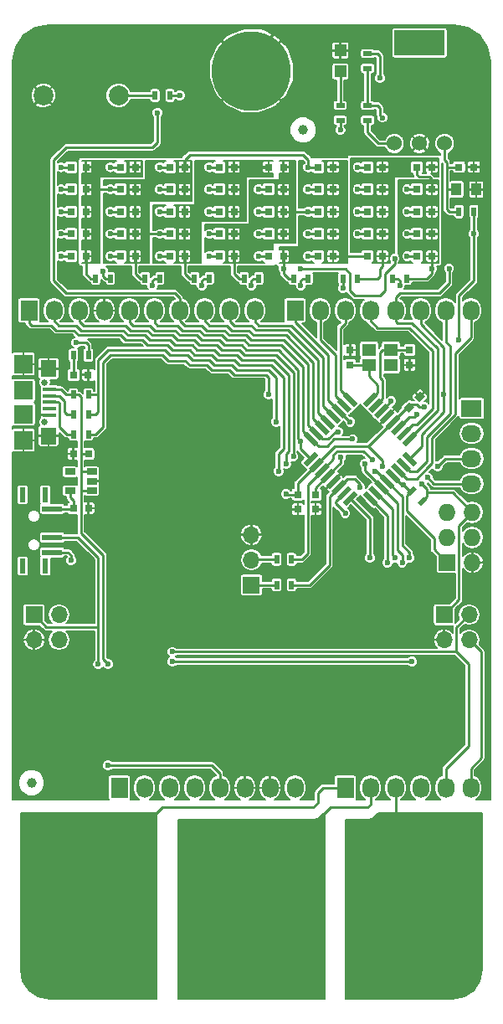
<source format=gtl>
G04 #@! TF.FileFunction,Copper,L1,Top,Signal*
%FSLAX46Y46*%
G04 Gerber Fmt 4.6, Leading zero omitted, Abs format (unit mm)*
G04 Created by KiCad (PCBNEW 4.0.7) date 09/06/18 20:26:09*
%MOMM*%
%LPD*%
G01*
G04 APERTURE LIST*
%ADD10C,0.100000*%
%ADD11C,1.000000*%
%ADD12R,0.750000X0.800000*%
%ADD13R,0.800000X0.750000*%
%ADD14R,0.797560X0.797560*%
%ADD15R,1.198880X1.198880*%
%ADD16R,1.727200X2.032000*%
%ADD17O,1.727200X2.032000*%
%ADD18R,1.727200X1.727200*%
%ADD19O,1.727200X1.727200*%
%ADD20R,0.500000X0.900000*%
%ADD21R,0.900000X0.500000*%
%ADD22C,2.000000*%
%ADD23R,1.060000X0.650000*%
%ADD24R,1.400000X1.200000*%
%ADD25R,2.000000X0.600000*%
%ADD26R,0.600000X1.500000*%
%ADD27C,8.000000*%
%ADD28C,0.700000*%
%ADD29C,1.524000*%
%ADD30R,5.080000X2.540000*%
%ADD31R,1.000000X1.250000*%
%ADD32R,1.350000X0.400000*%
%ADD33R,1.900000X1.900000*%
%ADD34R,1.600000X1.700000*%
%ADD35C,0.650000*%
%ADD36R,2.032000X1.727200*%
%ADD37O,2.032000X1.727200*%
%ADD38R,1.700000X1.700000*%
%ADD39O,1.700000X1.700000*%
%ADD40C,0.600000*%
%ADD41C,0.250000*%
%ADD42C,0.152400*%
G04 APERTURE END LIST*
D10*
D11*
X79750000Y-61000000D03*
D12*
X81000000Y-97850000D03*
X81000000Y-99350000D03*
X84500000Y-84750000D03*
X84500000Y-83250000D03*
D10*
G36*
X90451992Y-89578338D02*
X89921662Y-89048008D01*
X90487348Y-88482322D01*
X91017678Y-89012652D01*
X90451992Y-89578338D01*
X90451992Y-89578338D01*
G37*
G36*
X91512652Y-88517678D02*
X90982322Y-87987348D01*
X91548008Y-87421662D01*
X92078338Y-87951992D01*
X91512652Y-88517678D01*
X91512652Y-88517678D01*
G37*
D12*
X90500000Y-83250000D03*
X90500000Y-84750000D03*
X79200000Y-97850000D03*
X79200000Y-99350000D03*
D13*
X58000000Y-93750000D03*
X56500000Y-93750000D03*
X56500000Y-99250000D03*
X58000000Y-99250000D03*
D14*
X56250700Y-64750000D03*
X57749300Y-64750000D03*
X56250700Y-67000000D03*
X57749300Y-67000000D03*
X56250700Y-69250000D03*
X57749300Y-69250000D03*
X56250700Y-71500000D03*
X57749300Y-71500000D03*
X56250700Y-73750000D03*
X57749300Y-73750000D03*
X61250700Y-64750000D03*
X62749300Y-64750000D03*
X61250700Y-67000000D03*
X62749300Y-67000000D03*
X61250700Y-69250000D03*
X62749300Y-69250000D03*
X61250700Y-71500000D03*
X62749300Y-71500000D03*
X61250700Y-73750000D03*
X62749300Y-73750000D03*
X66250700Y-64750000D03*
X67749300Y-64750000D03*
X66250700Y-67000000D03*
X67749300Y-67000000D03*
X66250700Y-69250000D03*
X67749300Y-69250000D03*
X66250700Y-71500000D03*
X67749300Y-71500000D03*
X66250700Y-73750000D03*
X67749300Y-73750000D03*
X71250700Y-64750000D03*
X72749300Y-64750000D03*
X71250700Y-67000000D03*
X72749300Y-67000000D03*
X71250700Y-69250000D03*
X72749300Y-69250000D03*
X71250700Y-71500000D03*
X72749300Y-71500000D03*
X71250700Y-73750000D03*
X72749300Y-73750000D03*
X76250700Y-64750000D03*
X77749300Y-64750000D03*
X76250700Y-67000000D03*
X77749300Y-67000000D03*
X76250700Y-69250000D03*
X77749300Y-69250000D03*
X76250700Y-71500000D03*
X77749300Y-71500000D03*
X76250700Y-73750000D03*
X77749300Y-73750000D03*
X81250700Y-64750000D03*
X82749300Y-64750000D03*
X81250700Y-67000000D03*
X82749300Y-67000000D03*
X81250700Y-69250000D03*
X82749300Y-69250000D03*
X81250700Y-71500000D03*
X82749300Y-71500000D03*
X81250700Y-73750000D03*
X82749300Y-73750000D03*
X86250700Y-64750000D03*
X87749300Y-64750000D03*
X86250700Y-67000000D03*
X87749300Y-67000000D03*
X86250700Y-69250000D03*
X87749300Y-69250000D03*
X86250700Y-71500000D03*
X87749300Y-71500000D03*
X86250700Y-73750000D03*
X87749300Y-73750000D03*
X91250700Y-64750000D03*
X92749300Y-64750000D03*
X91250700Y-67000000D03*
X92749300Y-67000000D03*
X91250700Y-69250000D03*
X92749300Y-69250000D03*
X91250700Y-71500000D03*
X92749300Y-71500000D03*
X91250700Y-73750000D03*
X92749300Y-73750000D03*
X56500700Y-85750000D03*
X57999300Y-85750000D03*
D15*
X83500000Y-55049020D03*
X83500000Y-52950980D03*
D16*
X61144000Y-127500000D03*
D17*
X63684000Y-127500000D03*
X66224000Y-127500000D03*
X68764000Y-127500000D03*
X71304000Y-127500000D03*
X73844000Y-127500000D03*
X76384000Y-127500000D03*
X78924000Y-127500000D03*
D16*
X84004000Y-127500000D03*
D17*
X86544000Y-127500000D03*
X89084000Y-127500000D03*
X91624000Y-127500000D03*
X94164000Y-127500000D03*
X96704000Y-127500000D03*
D16*
X52000000Y-79240000D03*
D17*
X54540000Y-79240000D03*
X57080000Y-79240000D03*
X59620000Y-79240000D03*
X62160000Y-79240000D03*
X64700000Y-79240000D03*
X67240000Y-79240000D03*
X69780000Y-79240000D03*
X72320000Y-79240000D03*
X74860000Y-79240000D03*
D16*
X78924000Y-79240000D03*
D17*
X81464000Y-79240000D03*
X84004000Y-79240000D03*
X86544000Y-79240000D03*
X89084000Y-79240000D03*
X91624000Y-79240000D03*
X94164000Y-79240000D03*
X96704000Y-79240000D03*
D18*
X94304513Y-104730013D03*
D19*
X96844513Y-104730013D03*
X94304513Y-102190013D03*
X96844513Y-102190013D03*
X94304513Y-99650013D03*
X96844513Y-99650013D03*
D20*
X58750000Y-76000000D03*
X60250000Y-76000000D03*
X63750000Y-76000000D03*
X65250000Y-76000000D03*
X68750000Y-76000000D03*
X70250000Y-76000000D03*
X73750000Y-76000000D03*
X75250000Y-76000000D03*
X78750000Y-76000000D03*
X80250000Y-76000000D03*
X85250000Y-76000000D03*
X83750000Y-76000000D03*
X90250000Y-76000000D03*
X88750000Y-76000000D03*
X56500000Y-87750000D03*
X58000000Y-87750000D03*
X56500000Y-89750000D03*
X58000000Y-89750000D03*
X56500000Y-91750000D03*
X58000000Y-91750000D03*
X64750000Y-57500000D03*
X66250000Y-57500000D03*
X56500000Y-83750000D03*
X58000000Y-83750000D03*
D21*
X83500000Y-58500000D03*
X83500000Y-60000000D03*
D10*
G36*
X90224695Y-97611091D02*
X90861091Y-96974695D01*
X91214645Y-97328249D01*
X90578249Y-97964645D01*
X90224695Y-97611091D01*
X90224695Y-97611091D01*
G37*
G36*
X91285355Y-98671751D02*
X91921751Y-98035355D01*
X92275305Y-98388909D01*
X91638909Y-99025305D01*
X91285355Y-98671751D01*
X91285355Y-98671751D01*
G37*
D22*
X61049840Y-57500000D03*
X53450160Y-57500000D03*
D10*
G36*
X90856334Y-91464555D02*
X91245243Y-91853464D01*
X90113872Y-92984835D01*
X89724963Y-92595926D01*
X90856334Y-91464555D01*
X90856334Y-91464555D01*
G37*
G36*
X90290648Y-90898870D02*
X90679557Y-91287779D01*
X89548186Y-92419150D01*
X89159277Y-92030241D01*
X90290648Y-90898870D01*
X90290648Y-90898870D01*
G37*
G36*
X89724963Y-90333184D02*
X90113872Y-90722093D01*
X88982501Y-91853464D01*
X88593592Y-91464555D01*
X89724963Y-90333184D01*
X89724963Y-90333184D01*
G37*
G36*
X89159278Y-89767499D02*
X89548187Y-90156408D01*
X88416816Y-91287779D01*
X88027907Y-90898870D01*
X89159278Y-89767499D01*
X89159278Y-89767499D01*
G37*
G36*
X88593592Y-89201813D02*
X88982501Y-89590722D01*
X87851130Y-90722093D01*
X87462221Y-90333184D01*
X88593592Y-89201813D01*
X88593592Y-89201813D01*
G37*
G36*
X88027907Y-88636128D02*
X88416816Y-89025037D01*
X87285445Y-90156408D01*
X86896536Y-89767499D01*
X88027907Y-88636128D01*
X88027907Y-88636128D01*
G37*
G36*
X87462221Y-88070443D02*
X87851130Y-88459352D01*
X86719759Y-89590723D01*
X86330850Y-89201814D01*
X87462221Y-88070443D01*
X87462221Y-88070443D01*
G37*
G36*
X86896536Y-87504757D02*
X87285445Y-87893666D01*
X86154074Y-89025037D01*
X85765165Y-88636128D01*
X86896536Y-87504757D01*
X86896536Y-87504757D01*
G37*
G36*
X83714555Y-87893666D02*
X84103464Y-87504757D01*
X85234835Y-88636128D01*
X84845926Y-89025037D01*
X83714555Y-87893666D01*
X83714555Y-87893666D01*
G37*
G36*
X83148870Y-88459352D02*
X83537779Y-88070443D01*
X84669150Y-89201814D01*
X84280241Y-89590723D01*
X83148870Y-88459352D01*
X83148870Y-88459352D01*
G37*
G36*
X82583184Y-89025037D02*
X82972093Y-88636128D01*
X84103464Y-89767499D01*
X83714555Y-90156408D01*
X82583184Y-89025037D01*
X82583184Y-89025037D01*
G37*
G36*
X82017499Y-89590722D02*
X82406408Y-89201813D01*
X83537779Y-90333184D01*
X83148870Y-90722093D01*
X82017499Y-89590722D01*
X82017499Y-89590722D01*
G37*
G36*
X81451813Y-90156408D02*
X81840722Y-89767499D01*
X82972093Y-90898870D01*
X82583184Y-91287779D01*
X81451813Y-90156408D01*
X81451813Y-90156408D01*
G37*
G36*
X80886128Y-90722093D02*
X81275037Y-90333184D01*
X82406408Y-91464555D01*
X82017499Y-91853464D01*
X80886128Y-90722093D01*
X80886128Y-90722093D01*
G37*
G36*
X80320443Y-91287779D02*
X80709352Y-90898870D01*
X81840723Y-92030241D01*
X81451814Y-92419150D01*
X80320443Y-91287779D01*
X80320443Y-91287779D01*
G37*
G36*
X79754757Y-91853464D02*
X80143666Y-91464555D01*
X81275037Y-92595926D01*
X80886128Y-92984835D01*
X79754757Y-91853464D01*
X79754757Y-91853464D01*
G37*
G36*
X80886128Y-93515165D02*
X81275037Y-93904074D01*
X80143666Y-95035445D01*
X79754757Y-94646536D01*
X80886128Y-93515165D01*
X80886128Y-93515165D01*
G37*
G36*
X81451814Y-94080850D02*
X81840723Y-94469759D01*
X80709352Y-95601130D01*
X80320443Y-95212221D01*
X81451814Y-94080850D01*
X81451814Y-94080850D01*
G37*
G36*
X82017499Y-94646536D02*
X82406408Y-95035445D01*
X81275037Y-96166816D01*
X80886128Y-95777907D01*
X82017499Y-94646536D01*
X82017499Y-94646536D01*
G37*
G36*
X82583184Y-95212221D02*
X82972093Y-95601130D01*
X81840722Y-96732501D01*
X81451813Y-96343592D01*
X82583184Y-95212221D01*
X82583184Y-95212221D01*
G37*
G36*
X83148870Y-95777907D02*
X83537779Y-96166816D01*
X82406408Y-97298187D01*
X82017499Y-96909278D01*
X83148870Y-95777907D01*
X83148870Y-95777907D01*
G37*
G36*
X83714555Y-96343592D02*
X84103464Y-96732501D01*
X82972093Y-97863872D01*
X82583184Y-97474963D01*
X83714555Y-96343592D01*
X83714555Y-96343592D01*
G37*
G36*
X84280241Y-96909277D02*
X84669150Y-97298186D01*
X83537779Y-98429557D01*
X83148870Y-98040648D01*
X84280241Y-96909277D01*
X84280241Y-96909277D01*
G37*
G36*
X84845926Y-97474963D02*
X85234835Y-97863872D01*
X84103464Y-98995243D01*
X83714555Y-98606334D01*
X84845926Y-97474963D01*
X84845926Y-97474963D01*
G37*
G36*
X85765165Y-97863872D02*
X86154074Y-97474963D01*
X87285445Y-98606334D01*
X86896536Y-98995243D01*
X85765165Y-97863872D01*
X85765165Y-97863872D01*
G37*
G36*
X86330850Y-97298186D02*
X86719759Y-96909277D01*
X87851130Y-98040648D01*
X87462221Y-98429557D01*
X86330850Y-97298186D01*
X86330850Y-97298186D01*
G37*
G36*
X86896536Y-96732501D02*
X87285445Y-96343592D01*
X88416816Y-97474963D01*
X88027907Y-97863872D01*
X86896536Y-96732501D01*
X86896536Y-96732501D01*
G37*
G36*
X87462221Y-96166816D02*
X87851130Y-95777907D01*
X88982501Y-96909278D01*
X88593592Y-97298187D01*
X87462221Y-96166816D01*
X87462221Y-96166816D01*
G37*
G36*
X88027907Y-95601130D02*
X88416816Y-95212221D01*
X89548187Y-96343592D01*
X89159278Y-96732501D01*
X88027907Y-95601130D01*
X88027907Y-95601130D01*
G37*
G36*
X88593592Y-95035445D02*
X88982501Y-94646536D01*
X90113872Y-95777907D01*
X89724963Y-96166816D01*
X88593592Y-95035445D01*
X88593592Y-95035445D01*
G37*
G36*
X89159277Y-94469759D02*
X89548186Y-94080850D01*
X90679557Y-95212221D01*
X90290648Y-95601130D01*
X89159277Y-94469759D01*
X89159277Y-94469759D01*
G37*
G36*
X89724963Y-93904074D02*
X90113872Y-93515165D01*
X91245243Y-94646536D01*
X90856334Y-95035445D01*
X89724963Y-93904074D01*
X89724963Y-93904074D01*
G37*
D23*
X58350000Y-97450000D03*
X58350000Y-96500000D03*
X58350000Y-95550000D03*
X56150000Y-95550000D03*
X56150000Y-97450000D03*
D24*
X86400000Y-84800000D03*
X88600000Y-84800000D03*
X86400000Y-83200000D03*
X88600000Y-83200000D03*
D11*
X52250000Y-127000000D03*
D25*
X54350000Y-103700000D03*
X54350000Y-99300000D03*
X54350000Y-102200000D03*
D26*
X51350000Y-105100000D03*
X53650000Y-105100000D03*
X53650000Y-97900000D03*
X51350000Y-97900000D03*
D27*
X74500000Y-55000000D03*
D28*
X77500000Y-55000000D03*
X76621320Y-57121320D03*
X74500000Y-58000000D03*
X72378680Y-57121320D03*
X71500000Y-55000000D03*
X72378680Y-52878680D03*
X74500000Y-52000000D03*
X76621320Y-52878680D03*
D29*
X88960000Y-62350000D03*
X91500000Y-62350000D03*
X94040000Y-62350000D03*
D30*
X91500000Y-52190000D03*
D31*
X95250000Y-67000000D03*
X97250000Y-67000000D03*
D13*
X95500000Y-64750000D03*
X97000000Y-64750000D03*
D21*
X86250000Y-54750000D03*
X86250000Y-53250000D03*
D20*
X95500000Y-69250000D03*
X97000000Y-69250000D03*
D21*
X86250000Y-60000000D03*
X86250000Y-58500000D03*
D32*
X54085000Y-87219000D03*
X54085000Y-87869000D03*
X54085000Y-88519000D03*
X54085000Y-89169000D03*
X54085000Y-89819000D03*
D33*
X51435000Y-87319000D03*
X51435000Y-89719000D03*
X51435000Y-84669000D03*
D34*
X53985000Y-85119000D03*
X53985000Y-91919000D03*
D33*
X51435000Y-92369000D03*
D35*
X53585000Y-86519000D03*
X53585000Y-90519000D03*
D36*
X96774000Y-89154000D03*
D37*
X96774000Y-91694000D03*
X96774000Y-94234000D03*
X96774000Y-96774000D03*
D38*
X74500000Y-107000000D03*
D39*
X74500000Y-104460000D03*
X74500000Y-101920000D03*
D38*
X52500000Y-110000000D03*
D39*
X55040000Y-110000000D03*
X52500000Y-112540000D03*
X55040000Y-112540000D03*
D38*
X94000000Y-110000000D03*
D39*
X96540000Y-110000000D03*
X94000000Y-112540000D03*
X96540000Y-112540000D03*
D20*
X77050000Y-107000000D03*
X78550000Y-107000000D03*
X77050000Y-104400000D03*
X78550000Y-104400000D03*
D40*
X78750000Y-94000000D03*
X83566000Y-94107000D03*
X91000000Y-105500000D03*
X91000000Y-106500000D03*
X92000000Y-105500000D03*
X91500000Y-84750000D03*
X84500000Y-82250000D03*
X86850000Y-91350000D03*
X75500000Y-86500000D03*
X78000000Y-97800000D03*
X91750000Y-96750000D03*
X87757000Y-94996000D03*
X95500000Y-82250000D03*
X92000000Y-89000000D03*
X59000000Y-115000000D03*
X97000000Y-71500000D03*
X87500000Y-55750000D03*
X60000000Y-115000000D03*
X60000000Y-125250000D03*
X80250000Y-64750000D03*
X90250000Y-69250000D03*
X55250000Y-64750000D03*
X63750000Y-67000000D03*
X65250000Y-71500000D03*
X70250000Y-73750000D03*
X85250000Y-67000000D03*
X79500000Y-75000000D03*
X89000000Y-74000000D03*
X85250000Y-64750000D03*
X70250000Y-71500000D03*
X60250000Y-67000000D03*
X90250000Y-67000000D03*
X75250000Y-73750000D03*
X65250000Y-69250000D03*
X75250000Y-64750000D03*
X90250000Y-71500000D03*
X68750000Y-71500000D03*
X55250000Y-67000000D03*
X60250000Y-69250000D03*
X85250000Y-69250000D03*
X80250000Y-67000000D03*
X80250000Y-69250000D03*
X90250000Y-73750000D03*
X73750000Y-73750000D03*
X55250000Y-69250000D03*
X85250000Y-71500000D03*
X65250000Y-73750000D03*
X60250000Y-71500000D03*
X80250000Y-68250000D03*
X70250000Y-64750000D03*
X77750000Y-75000000D03*
X55250000Y-71500000D03*
X75250000Y-67000000D03*
X60250000Y-73750000D03*
X85250000Y-72750000D03*
X55250000Y-73750000D03*
X80250000Y-71500000D03*
X75250000Y-69250000D03*
X70250000Y-67000000D03*
X65250000Y-64750000D03*
X92750000Y-75000000D03*
X60250000Y-64750000D03*
X80250000Y-73750000D03*
X75250000Y-71500000D03*
X70250000Y-69250000D03*
X65250000Y-67000000D03*
X89916000Y-96901000D03*
X84000000Y-99750000D03*
X86500000Y-104250000D03*
X88250000Y-104750000D03*
X89000000Y-104250000D03*
X66500000Y-113750000D03*
X89750000Y-104750000D03*
X86000000Y-94750000D03*
X78000000Y-94750000D03*
X90750000Y-114750000D03*
X66500000Y-114750000D03*
X90500000Y-104250000D03*
X77250000Y-95500000D03*
X87000000Y-95500000D03*
X79500000Y-92500000D03*
X84750000Y-92250000D03*
X65000000Y-59250000D03*
X83250000Y-91500000D03*
X84500000Y-90500000D03*
X77000000Y-90500000D03*
X94500000Y-75000000D03*
X76250000Y-87750000D03*
X93980000Y-87757000D03*
X59500000Y-75250000D03*
X64500000Y-76750000D03*
X69500000Y-76750000D03*
X74500000Y-76750000D03*
X79500000Y-76750000D03*
X83750000Y-77000000D03*
X89500000Y-76750000D03*
X67250000Y-57500000D03*
X56750000Y-82500000D03*
X83500000Y-61000000D03*
X56250000Y-104500000D03*
X87750000Y-59750000D03*
X91250000Y-89750000D03*
X88646000Y-88392000D03*
X86741000Y-94361000D03*
X93345000Y-94996000D03*
X92329000Y-96139000D03*
X85471000Y-97155000D03*
D41*
X81000000Y-97850000D02*
X81000000Y-97184314D01*
X81000000Y-97184314D02*
X82211953Y-95972361D01*
X78750000Y-94000000D02*
X78750000Y-85500000D01*
X82211953Y-95972361D02*
X83500000Y-94684314D01*
X57080000Y-80330000D02*
X57080000Y-79240000D01*
X57500000Y-80750000D02*
X57080000Y-80330000D01*
X61750000Y-80750000D02*
X57500000Y-80750000D01*
X62250000Y-81250000D02*
X61750000Y-80750000D01*
X64000000Y-81250000D02*
X62250000Y-81250000D01*
X64500000Y-81750000D02*
X64000000Y-81250000D01*
X66500000Y-81750000D02*
X64500000Y-81750000D01*
X67000000Y-82250000D02*
X66500000Y-81750000D01*
X68750000Y-82250000D02*
X67000000Y-82250000D01*
X69250000Y-82750000D02*
X68750000Y-82250000D01*
X71000000Y-82750000D02*
X69250000Y-82750000D01*
X71500000Y-83250000D02*
X71000000Y-82750000D01*
X73250000Y-83250000D02*
X71500000Y-83250000D01*
X73750000Y-83750000D02*
X73250000Y-83250000D01*
X77000000Y-83750000D02*
X73750000Y-83750000D01*
X77000000Y-83750000D02*
X78750000Y-85500000D01*
X83566000Y-94618314D02*
X83500000Y-94684314D01*
X83566000Y-94107000D02*
X83566000Y-94618314D01*
X83500000Y-52950980D02*
X81450980Y-52950980D01*
X79750000Y-51250000D02*
X80950980Y-52450980D01*
X76750000Y-51250000D02*
X79750000Y-51250000D01*
X76750000Y-51250000D02*
X74500000Y-53500000D01*
X81450980Y-52950980D02*
X80950980Y-52450980D01*
X74500000Y-55000000D02*
X74500000Y-53500000D01*
X91000000Y-105500000D02*
X91000000Y-106500000D01*
X90500000Y-84750000D02*
X91500000Y-84750000D01*
X84500000Y-83250000D02*
X84500000Y-82250000D01*
X88222361Y-89961953D02*
X86850000Y-91334314D01*
X86850000Y-91334314D02*
X86850000Y-91350000D01*
X74500000Y-101920000D02*
X74500000Y-87500000D01*
X74500000Y-87500000D02*
X75500000Y-86500000D01*
X86525305Y-88264897D02*
X87250000Y-87540202D01*
X86400000Y-85900000D02*
X86400000Y-84800000D01*
X87250000Y-86750000D02*
X86400000Y-85900000D01*
X87250000Y-87540202D02*
X87250000Y-86750000D01*
X86400000Y-84800000D02*
X84550000Y-84800000D01*
X84550000Y-84800000D02*
X84500000Y-84750000D01*
X78050000Y-97850000D02*
X79200000Y-97850000D01*
X78000000Y-97800000D02*
X78050000Y-97850000D01*
X79200000Y-97850000D02*
X79200000Y-96721573D01*
X79200000Y-96721573D02*
X79969670Y-95951903D01*
X79969670Y-95951903D02*
X81080583Y-94840990D01*
X59000000Y-111250000D02*
X53750000Y-111250000D01*
X53750000Y-111250000D02*
X52500000Y-110000000D01*
X96844513Y-99650013D02*
X95500000Y-100994526D01*
X95500000Y-108500000D02*
X94000000Y-110000000D01*
X95500000Y-100994526D02*
X95500000Y-108500000D01*
X92250000Y-97663000D02*
X92250000Y-97250000D01*
X91750000Y-96750000D02*
X92250000Y-97250000D01*
X87000000Y-93612314D02*
X86351686Y-92964000D01*
X87757000Y-94369314D02*
X87000000Y-93612314D01*
X87757000Y-94996000D02*
X87757000Y-94369314D01*
X81080583Y-94840990D02*
X82957573Y-92964000D01*
X82957573Y-92964000D02*
X86351686Y-92964000D01*
X86351686Y-92964000D02*
X88788047Y-90527639D01*
X96844513Y-99650013D02*
X94857500Y-97663000D01*
X94857500Y-97663000D02*
X92250000Y-97663000D01*
X97000000Y-71500000D02*
X97000000Y-76250000D01*
X95500000Y-77750000D02*
X95500000Y-82250000D01*
X97000000Y-76250000D02*
X95500000Y-77750000D01*
X91250000Y-88750000D02*
X90750000Y-88750000D01*
X91500000Y-89000000D02*
X91250000Y-88750000D01*
X92000000Y-89000000D02*
X91500000Y-89000000D01*
X92250000Y-97663000D02*
X92250000Y-98060660D01*
X92250000Y-98060660D02*
X91780330Y-98530330D01*
X54350000Y-102200000D02*
X56950000Y-102200000D01*
X59000000Y-104250000D02*
X59000000Y-111250000D01*
X59000000Y-111250000D02*
X59000000Y-115000000D01*
X56950000Y-102200000D02*
X59000000Y-104250000D01*
X86250000Y-53250000D02*
X87250000Y-53250000D01*
X97000000Y-71500000D02*
X97000000Y-69250000D01*
X87500000Y-53500000D02*
X87500000Y-55750000D01*
X87250000Y-53250000D02*
X87500000Y-53500000D01*
X90750000Y-88750000D02*
X90469670Y-89030330D01*
X88788047Y-90527639D02*
X90285356Y-89030330D01*
X90285356Y-89030330D02*
X90469670Y-89030330D01*
X87500000Y-86000000D02*
X87500000Y-83500000D01*
X87750000Y-88171573D02*
X87750000Y-86250000D01*
X87750000Y-86250000D02*
X87500000Y-86000000D01*
X87090990Y-88830583D02*
X87750000Y-88171573D01*
X87800000Y-83200000D02*
X88600000Y-83200000D01*
X87500000Y-83500000D02*
X87800000Y-83200000D01*
X88600000Y-83200000D02*
X90450000Y-83200000D01*
X90450000Y-83200000D02*
X90500000Y-83250000D01*
X54085000Y-87219000D02*
X55215000Y-87219000D01*
X55746000Y-87750000D02*
X56500000Y-87750000D01*
X55215000Y-87219000D02*
X55746000Y-87750000D01*
X58350000Y-97450000D02*
X57250000Y-97450000D01*
X57250000Y-97450000D02*
X57250000Y-97500000D01*
X60000000Y-125250000D02*
X70500000Y-125250000D01*
X70500000Y-125250000D02*
X71304000Y-126054000D01*
X71304000Y-126054000D02*
X71304000Y-127500000D01*
X59500000Y-114500000D02*
X60000000Y-115000000D01*
X57250000Y-101750000D02*
X59500000Y-104000000D01*
X59500000Y-104000000D02*
X59500000Y-114500000D01*
X57250000Y-97500000D02*
X57250000Y-101750000D01*
X57250000Y-95550000D02*
X57250000Y-97500000D01*
X58350000Y-97450000D02*
X58300000Y-97500000D01*
X58000000Y-93750000D02*
X57250000Y-93750000D01*
X58350000Y-95550000D02*
X57250000Y-95550000D01*
X57250000Y-95550000D02*
X57250000Y-95500000D01*
X57250000Y-93750000D02*
X57250000Y-95500000D01*
X57250000Y-88000000D02*
X57250000Y-93750000D01*
X56500000Y-87750000D02*
X57000000Y-87750000D01*
X57250000Y-88000000D02*
X57000000Y-87750000D01*
X54350000Y-99300000D02*
X56450000Y-99300000D01*
X56450000Y-99300000D02*
X56500000Y-99250000D01*
X56150000Y-97450000D02*
X56150000Y-98150000D01*
X56500000Y-98500000D02*
X56500000Y-99250000D01*
X56150000Y-98150000D02*
X56500000Y-98500000D01*
X91250700Y-69250000D02*
X90250000Y-69250000D01*
X68250000Y-63500000D02*
X79750000Y-63500000D01*
X67749300Y-64000700D02*
X68250000Y-63500000D01*
X79750000Y-63500000D02*
X80250000Y-64000000D01*
X80250000Y-64750000D02*
X80250000Y-64000000D01*
X67749300Y-64000700D02*
X67749300Y-64750000D01*
X62749300Y-71500000D02*
X65250000Y-71500000D01*
X56250700Y-64750000D02*
X55250000Y-64750000D01*
X71250700Y-73750000D02*
X70250000Y-73750000D01*
X65250000Y-71500000D02*
X66250700Y-71500000D01*
X62749300Y-73750000D02*
X62749300Y-75499300D01*
X63250000Y-76000000D02*
X63750000Y-76000000D01*
X62749300Y-75499300D02*
X63250000Y-76000000D01*
X81250700Y-64750000D02*
X80250000Y-64750000D01*
X85250000Y-67000000D02*
X86250700Y-67000000D01*
X88000000Y-76250000D02*
X88000000Y-77250000D01*
X88000000Y-75500000D02*
X89000000Y-74500000D01*
X89000000Y-74500000D02*
X89000000Y-74000000D01*
X84500000Y-75500000D02*
X84500000Y-76750000D01*
X84000000Y-75000000D02*
X84500000Y-75500000D01*
X79500000Y-75000000D02*
X84000000Y-75000000D01*
X88000000Y-76250000D02*
X88000000Y-75500000D01*
X84500000Y-77250000D02*
X84500000Y-76750000D01*
X85000000Y-77750000D02*
X84500000Y-77250000D01*
X87500000Y-77750000D02*
X85000000Y-77750000D01*
X88000000Y-77250000D02*
X87500000Y-77750000D01*
X85250000Y-64750000D02*
X86250700Y-64750000D01*
X71250700Y-71500000D02*
X70250000Y-71500000D01*
X57749300Y-67000000D02*
X60250000Y-67000000D01*
X60250000Y-67000000D02*
X61250700Y-67000000D01*
X90250000Y-67000000D02*
X91250700Y-67000000D01*
X57749300Y-73750000D02*
X57749300Y-75499300D01*
X58250000Y-76000000D02*
X58750000Y-76000000D01*
X57749300Y-75499300D02*
X58250000Y-76000000D01*
X75250000Y-73750000D02*
X76250700Y-73750000D01*
X65250000Y-69250000D02*
X66250700Y-69250000D01*
X75250000Y-64750000D02*
X76250700Y-64750000D01*
X91250700Y-71500000D02*
X90250000Y-71500000D01*
X55250000Y-67000000D02*
X56250700Y-67000000D01*
X67749300Y-73750000D02*
X67749300Y-75499300D01*
X68250000Y-76000000D02*
X68750000Y-76000000D01*
X67749300Y-75499300D02*
X68250000Y-76000000D01*
X61250700Y-69250000D02*
X60250000Y-69250000D01*
X85250000Y-69250000D02*
X86250700Y-69250000D01*
X80250000Y-67000000D02*
X81250700Y-67000000D01*
X77749300Y-69250000D02*
X80250000Y-69250000D01*
X91250700Y-73750000D02*
X90250000Y-73750000D01*
X55250000Y-69250000D02*
X56250700Y-69250000D01*
X72749300Y-73750000D02*
X72749300Y-75499300D01*
X73250000Y-76000000D02*
X73750000Y-76000000D01*
X72749300Y-75499300D02*
X73250000Y-76000000D01*
X81250700Y-69250000D02*
X80250000Y-69250000D01*
X85250000Y-71500000D02*
X86250700Y-71500000D01*
X65250000Y-73750000D02*
X66250700Y-73750000D01*
X60250000Y-71500000D02*
X61250700Y-71500000D01*
X82749300Y-73750000D02*
X86250700Y-73750000D01*
X78750000Y-76000000D02*
X78250000Y-76000000D01*
X77749300Y-75499300D02*
X77749300Y-75000000D01*
X78250000Y-76000000D02*
X77749300Y-75499300D01*
X71250700Y-64750000D02*
X70250000Y-64750000D01*
X55250000Y-71500000D02*
X56250700Y-71500000D01*
X77750000Y-75000000D02*
X77749300Y-75000000D01*
X77749300Y-75000000D02*
X77750000Y-75000000D01*
X77750000Y-75000000D02*
X77749300Y-75000000D01*
X77749300Y-73750000D02*
X77749300Y-75000000D01*
X60250000Y-73750000D02*
X61250700Y-73750000D01*
X75250000Y-67000000D02*
X76250700Y-67000000D01*
X87250000Y-76000000D02*
X87500000Y-75750000D01*
X85250000Y-76000000D02*
X87250000Y-76000000D01*
X87749300Y-74750700D02*
X87749300Y-73750000D01*
X87500000Y-75000000D02*
X87749300Y-74750700D01*
X87500000Y-75750000D02*
X87500000Y-75000000D01*
X55250000Y-73750000D02*
X56250700Y-73750000D01*
X80250000Y-71500000D02*
X81250700Y-71500000D01*
X75250000Y-69250000D02*
X76250700Y-69250000D01*
X66250700Y-64750000D02*
X65250000Y-64750000D01*
X70250000Y-67000000D02*
X71250700Y-67000000D01*
X60250000Y-64750000D02*
X61250700Y-64750000D01*
X92750000Y-75000000D02*
X92749300Y-75000000D01*
X92749300Y-75000000D02*
X92750000Y-75000000D01*
X92750000Y-75000000D02*
X92749300Y-75000000D01*
X91250700Y-64750000D02*
X91250700Y-65500700D01*
X92749300Y-65999300D02*
X92749300Y-67000000D01*
X92500000Y-65750000D02*
X92749300Y-65999300D01*
X91500000Y-65750000D02*
X92500000Y-65750000D01*
X91250700Y-65500700D02*
X91500000Y-65750000D01*
X92749300Y-73750000D02*
X92749300Y-75000000D01*
X92749300Y-75000000D02*
X92749300Y-75500700D01*
X92250000Y-76000000D02*
X90250000Y-76000000D01*
X92749300Y-75500700D02*
X92250000Y-76000000D01*
X80250000Y-73750000D02*
X81250700Y-73750000D01*
X75250000Y-71500000D02*
X76250700Y-71500000D01*
X70250000Y-69250000D02*
X71250700Y-69250000D01*
X65250000Y-67000000D02*
X66250700Y-67000000D01*
X56500700Y-85750000D02*
X56500700Y-83750700D01*
X56500700Y-83750700D02*
X56500000Y-83750000D01*
X83500000Y-58500000D02*
X83500000Y-55049020D01*
X90719670Y-97469670D02*
X90484670Y-97469670D01*
X90484670Y-97469670D02*
X89916000Y-96901000D01*
X88788047Y-95972361D02*
X89716686Y-96901000D01*
X89716686Y-96901000D02*
X89916000Y-96901000D01*
X88722361Y-95972361D02*
X88788047Y-95972361D01*
X90719670Y-97469670D02*
X90250000Y-97939340D01*
X93000000Y-103425500D02*
X94304513Y-104730013D01*
X93000000Y-102250000D02*
X93000000Y-103425500D01*
X90250000Y-99500000D02*
X93000000Y-102250000D01*
X90250000Y-97939340D02*
X90250000Y-99500000D01*
X83909010Y-97669417D02*
X83000000Y-98578427D01*
X83000000Y-98750000D02*
X84000000Y-99750000D01*
X83000000Y-98578427D02*
X83000000Y-98750000D01*
X84004000Y-127500000D02*
X81750000Y-127500000D01*
X65500000Y-129500000D02*
X64250000Y-130750000D01*
X80750000Y-129500000D02*
X65500000Y-129500000D01*
X81250000Y-129000000D02*
X80750000Y-129500000D01*
X81250000Y-128000000D02*
X81250000Y-129000000D01*
X81750000Y-127500000D02*
X81250000Y-128000000D01*
X84474695Y-98235103D02*
X86500000Y-100260408D01*
X86500000Y-100260408D02*
X86500000Y-104250000D01*
X86544000Y-127500000D02*
X86544000Y-129206000D01*
X82500000Y-129500000D02*
X81250000Y-130750000D01*
X86250000Y-129500000D02*
X82500000Y-129500000D01*
X86544000Y-129206000D02*
X86250000Y-129500000D01*
X86525305Y-98235103D02*
X88250000Y-99959798D01*
X88250000Y-99959798D02*
X88250000Y-104750000D01*
X89084000Y-127500000D02*
X89084000Y-130666000D01*
X89084000Y-130666000D02*
X89000000Y-130750000D01*
X87090990Y-97669417D02*
X88750000Y-99328427D01*
X88750000Y-104000000D02*
X89000000Y-104250000D01*
X88750000Y-99328427D02*
X88750000Y-104000000D01*
X68000000Y-113750000D02*
X95250000Y-113750000D01*
X66500000Y-113750000D02*
X68000000Y-113750000D01*
X96540000Y-110000000D02*
X95250000Y-111290000D01*
X94164000Y-125586000D02*
X94164000Y-127500000D01*
X96500000Y-123250000D02*
X94164000Y-125586000D01*
X96500000Y-115000000D02*
X96500000Y-123250000D01*
X95250000Y-113750000D02*
X96500000Y-115000000D01*
X95250000Y-111290000D02*
X95250000Y-113750000D01*
X89750000Y-104000000D02*
X89750000Y-104750000D01*
X89250000Y-98697056D02*
X89250000Y-103500000D01*
X89250000Y-98697056D02*
X87656676Y-97103732D01*
X89250000Y-103500000D02*
X89750000Y-104000000D01*
X76750000Y-84250000D02*
X76750000Y-84250010D01*
X76750000Y-84250000D02*
X73500000Y-84250000D01*
X73500000Y-84250000D02*
X73000000Y-83750000D01*
X73000000Y-83750000D02*
X71250000Y-83750000D01*
X71250000Y-83750000D02*
X70750000Y-83250000D01*
X70750000Y-83250000D02*
X69000000Y-83250000D01*
X69000000Y-83250000D02*
X68500000Y-82750000D01*
X68500000Y-82750000D02*
X66750000Y-82750000D01*
X66750000Y-82750000D02*
X66250000Y-82250000D01*
X66250000Y-82250000D02*
X64250000Y-82250000D01*
X64250000Y-82250000D02*
X63750000Y-81750000D01*
X63750000Y-81750000D02*
X62000000Y-81750000D01*
X62000000Y-81750000D02*
X61500000Y-81250000D01*
X61500000Y-81250000D02*
X57250000Y-81250000D01*
X57250000Y-81250000D02*
X56750000Y-80750000D01*
X56750000Y-80750000D02*
X55000000Y-80750000D01*
X55000000Y-80750000D02*
X54540000Y-80290000D01*
X54540000Y-79240000D02*
X54540000Y-80290000D01*
X76750000Y-84250010D02*
X78250000Y-85750010D01*
X78000000Y-94750000D02*
X78000000Y-93750000D01*
X87656676Y-97103732D02*
X86000000Y-95447056D01*
X86000000Y-94750000D02*
X86000000Y-95447056D01*
X78250000Y-93500000D02*
X78250000Y-85750010D01*
X78250000Y-85750010D02*
X78250000Y-85750000D01*
X78000000Y-93750000D02*
X78250000Y-93500000D01*
X66500000Y-114750000D02*
X90750000Y-114750000D01*
X96540000Y-112540000D02*
X97750000Y-113750000D01*
X96704000Y-125546000D02*
X96704000Y-127500000D01*
X97750000Y-124500000D02*
X96704000Y-125546000D01*
X97750000Y-113750000D02*
X97750000Y-124500000D01*
X89750000Y-103000000D02*
X90500000Y-103750000D01*
X88222361Y-96538047D02*
X89750000Y-98065686D01*
X89750000Y-98065686D02*
X89750000Y-103000000D01*
X90500000Y-103750000D02*
X90500000Y-104250000D01*
X88222361Y-96538047D02*
X87184314Y-95500000D01*
X54250000Y-80750000D02*
X52250000Y-80750000D01*
X77250000Y-93750000D02*
X77750000Y-93250000D01*
X77750000Y-93250000D02*
X77750000Y-86000000D01*
X77750000Y-86000000D02*
X76500000Y-84750000D01*
X76500000Y-84750000D02*
X73250000Y-84750000D01*
X73250000Y-84750000D02*
X72750000Y-84250000D01*
X72750000Y-84250000D02*
X71000000Y-84250000D01*
X71000000Y-84250000D02*
X70500000Y-83750000D01*
X70500000Y-83750000D02*
X68750000Y-83750000D01*
X68750000Y-83750000D02*
X68250000Y-83250000D01*
X68250000Y-83250000D02*
X66500000Y-83250000D01*
X66500000Y-83250000D02*
X66000000Y-82750000D01*
X66000000Y-82750000D02*
X64000000Y-82750000D01*
X64000000Y-82750000D02*
X63500000Y-82250000D01*
X63500000Y-82250000D02*
X61750000Y-82250000D01*
X61750000Y-82250000D02*
X61250000Y-81750000D01*
X61250000Y-81750000D02*
X57000000Y-81750000D01*
X57000000Y-81750000D02*
X56500000Y-81250000D01*
X56500000Y-81250000D02*
X54750000Y-81250000D01*
X54750000Y-81250000D02*
X54250000Y-80750000D01*
X87000000Y-95500000D02*
X87184314Y-95500000D01*
X77250000Y-95500000D02*
X77250000Y-93750000D01*
X52000000Y-80500000D02*
X52000000Y-79240000D01*
X52250000Y-80750000D02*
X52000000Y-80500000D01*
X80514897Y-94275305D02*
X79500000Y-93260408D01*
X79500000Y-93260408D02*
X79500000Y-92500000D01*
X79250000Y-92250000D02*
X79500000Y-92500000D01*
X79250000Y-92000000D02*
X79250000Y-92250000D01*
X77250000Y-83250000D02*
X79250000Y-85250000D01*
X77250000Y-83250000D02*
X74000000Y-83250000D01*
X74000000Y-83250000D02*
X73500000Y-82750000D01*
X73500000Y-82750000D02*
X71750000Y-82750000D01*
X71750000Y-82750000D02*
X71250000Y-82250000D01*
X71250000Y-82250000D02*
X69500000Y-82250000D01*
X69500000Y-82250000D02*
X69000000Y-81750000D01*
X69000000Y-81750000D02*
X67250000Y-81750000D01*
X67250000Y-81750000D02*
X66750000Y-81250000D01*
X66750000Y-81250000D02*
X64750000Y-81250000D01*
X64750000Y-81250000D02*
X64250000Y-80750000D01*
X64250000Y-80750000D02*
X62500000Y-80750000D01*
X62500000Y-80750000D02*
X62160000Y-80410000D01*
X62160000Y-80410000D02*
X62160000Y-79240000D01*
X79250000Y-85250000D02*
X79250000Y-92000000D01*
X80514897Y-92224695D02*
X81290202Y-93000000D01*
X83500000Y-92250000D02*
X84750000Y-92250000D01*
X82886398Y-92250000D02*
X83500000Y-92250000D01*
X82136398Y-93000000D02*
X82886398Y-92250000D01*
X81290202Y-93000000D02*
X82136398Y-93000000D01*
X80514897Y-92224695D02*
X79750000Y-91459798D01*
X64700000Y-80450000D02*
X64700000Y-79240000D01*
X65000000Y-80750000D02*
X64700000Y-80450000D01*
X67000000Y-80750000D02*
X65000000Y-80750000D01*
X67500000Y-81250000D02*
X67000000Y-80750000D01*
X69250000Y-81250000D02*
X67500000Y-81250000D01*
X69750000Y-81750000D02*
X69250000Y-81250000D01*
X71500000Y-81750000D02*
X69750000Y-81750000D01*
X72000000Y-82250000D02*
X71500000Y-81750000D01*
X73750000Y-82250000D02*
X72000000Y-82250000D01*
X74250000Y-82750000D02*
X73750000Y-82250000D01*
X77549998Y-82750000D02*
X74250000Y-82750000D01*
X79750000Y-84950002D02*
X77549998Y-82750000D01*
X79750000Y-91459798D02*
X79750000Y-84950002D01*
X67240000Y-79240000D02*
X67240000Y-77990000D01*
X65000000Y-62250000D02*
X65000000Y-59250000D01*
X64500000Y-62750000D02*
X65000000Y-62250000D01*
X55750000Y-62750000D02*
X64500000Y-62750000D01*
X54500000Y-64000000D02*
X55750000Y-62750000D01*
X54500000Y-76250000D02*
X54500000Y-64000000D01*
X55750000Y-77500000D02*
X54500000Y-76250000D01*
X66750000Y-77500000D02*
X55750000Y-77500000D01*
X67240000Y-77990000D02*
X66750000Y-77500000D01*
X82250000Y-92250000D02*
X83000000Y-91500000D01*
X83000000Y-91500000D02*
X83250000Y-91500000D01*
X81080583Y-91659010D02*
X81671573Y-92250000D01*
X81671573Y-92250000D02*
X82250000Y-92250000D01*
X80250000Y-90828427D02*
X80250000Y-84700002D01*
X81080583Y-91659010D02*
X80250000Y-90828427D01*
X67750000Y-80750000D02*
X67240000Y-80240000D01*
X69500000Y-80750000D02*
X67750000Y-80750000D01*
X70000000Y-81250000D02*
X69500000Y-80750000D01*
X71750000Y-81250000D02*
X70000000Y-81250000D01*
X72250000Y-81750000D02*
X71750000Y-81250000D01*
X74000000Y-81750000D02*
X72250000Y-81750000D01*
X74500000Y-82250000D02*
X74000000Y-81750000D01*
X77799998Y-82250000D02*
X74500000Y-82250000D01*
X80250000Y-84700002D02*
X77799998Y-82250000D01*
X67240000Y-80240000D02*
X67240000Y-79240000D01*
X80750000Y-90197056D02*
X80750000Y-84500000D01*
X81646268Y-91093324D02*
X80750000Y-90197056D01*
X69780000Y-80280000D02*
X69780000Y-79240000D01*
X70250000Y-80750000D02*
X69780000Y-80280000D01*
X72000000Y-80750000D02*
X70250000Y-80750000D01*
X72500000Y-81250000D02*
X72000000Y-80750000D01*
X74250000Y-81250000D02*
X72500000Y-81250000D01*
X74750000Y-81750000D02*
X74250000Y-81250000D01*
X78000000Y-81750000D02*
X74750000Y-81750000D01*
X80750000Y-84500000D02*
X78000000Y-81750000D01*
X81250000Y-89565686D02*
X81250000Y-84250000D01*
X82211953Y-90527639D02*
X81250000Y-89565686D01*
X72320000Y-80320000D02*
X72320000Y-79240000D01*
X72750000Y-80750000D02*
X72320000Y-80320000D01*
X74500000Y-80750000D02*
X72750000Y-80750000D01*
X74950002Y-81200002D02*
X74500000Y-80750000D01*
X78200002Y-81200002D02*
X74950002Y-81200002D01*
X81250000Y-84250000D02*
X78200002Y-81200002D01*
X81750000Y-88934314D02*
X81750000Y-84000000D01*
X82777639Y-89961953D02*
X81750000Y-88934314D01*
X74860000Y-80360000D02*
X74860000Y-79240000D01*
X75250000Y-80750000D02*
X74860000Y-80360000D01*
X78500000Y-80750000D02*
X75250000Y-80750000D01*
X81750000Y-84000000D02*
X78500000Y-80750000D01*
X58000000Y-87750000D02*
X59000000Y-87750000D01*
X58000000Y-89750000D02*
X58750000Y-89750000D01*
X84500000Y-90500000D02*
X84447056Y-90500000D01*
X84447056Y-90500000D02*
X83343324Y-89396268D01*
X77000000Y-86000000D02*
X77000000Y-90500000D01*
X76250000Y-85250000D02*
X77000000Y-86000000D01*
X73000000Y-85250000D02*
X76250000Y-85250000D01*
X72500000Y-84750000D02*
X73000000Y-85250000D01*
X70750000Y-84750000D02*
X72500000Y-84750000D01*
X70250000Y-84250000D02*
X70750000Y-84750000D01*
X68500000Y-84250000D02*
X70250000Y-84250000D01*
X68000000Y-83750000D02*
X68500000Y-84250000D01*
X66250000Y-83750000D02*
X68000000Y-83750000D01*
X65750000Y-83250000D02*
X66250000Y-83750000D01*
X60000000Y-83250000D02*
X65750000Y-83250000D01*
X59000000Y-84250000D02*
X60000000Y-83250000D01*
X59000000Y-89500000D02*
X59000000Y-87750000D01*
X59000000Y-87750000D02*
X59000000Y-84250000D01*
X58750000Y-89750000D02*
X59000000Y-89500000D01*
X82250000Y-88302944D02*
X82250000Y-83750000D01*
X83343324Y-89396268D02*
X82250000Y-88302944D01*
X78924000Y-80424000D02*
X78924000Y-79240000D01*
X82250000Y-83750000D02*
X78924000Y-80424000D01*
X83000000Y-87921573D02*
X83000000Y-83750000D01*
X83909010Y-88830583D02*
X83000000Y-87921573D01*
X81464000Y-82214000D02*
X81464000Y-79240000D01*
X83000000Y-83750000D02*
X81464000Y-82214000D01*
X84474695Y-88264897D02*
X83500000Y-87290202D01*
X84004000Y-80496000D02*
X84004000Y-79240000D01*
X83500000Y-81000000D02*
X84004000Y-80496000D01*
X83500000Y-87290202D02*
X83500000Y-81000000D01*
X91250000Y-90750000D02*
X92837000Y-89163000D01*
X90828427Y-90750000D02*
X91250000Y-90750000D01*
X86544000Y-79240000D02*
X86544000Y-80294000D01*
X87250000Y-81000000D02*
X86544000Y-80294000D01*
X90500000Y-81000000D02*
X87250000Y-81000000D01*
X90828427Y-90750000D02*
X89919417Y-91659010D01*
X92837000Y-83337000D02*
X90500000Y-81000000D01*
X92837000Y-89163000D02*
X92837000Y-83337000D01*
X90485103Y-92224695D02*
X93345000Y-89364798D01*
X90750000Y-80500000D02*
X89250000Y-80500000D01*
X89250000Y-80500000D02*
X89084000Y-80334000D01*
X89084000Y-80334000D02*
X89084000Y-79240000D01*
X93345000Y-83095000D02*
X90750000Y-80500000D01*
X93345000Y-89364798D02*
X93345000Y-83095000D01*
X94500000Y-76500000D02*
X94500000Y-75000000D01*
X89084000Y-77916000D02*
X89500000Y-77500000D01*
X89500000Y-77500000D02*
X93500000Y-77500000D01*
X93500000Y-77500000D02*
X94500000Y-76500000D01*
X89084000Y-79240000D02*
X89084000Y-77916000D01*
X93980000Y-87757000D02*
X93980000Y-82980000D01*
X91624000Y-80624000D02*
X91624000Y-79240000D01*
X93980000Y-82980000D02*
X91624000Y-80624000D01*
X91750000Y-91750000D02*
X93980000Y-89520000D01*
X91750000Y-93010408D02*
X91750000Y-91750000D01*
X90485103Y-94275305D02*
X91750000Y-93010408D01*
X72750000Y-85750000D02*
X76000000Y-85750000D01*
X58750000Y-91750000D02*
X59500000Y-91000000D01*
X59500000Y-91000000D02*
X59500000Y-84500000D01*
X59500000Y-84500000D02*
X60250000Y-83750000D01*
X60250000Y-83750000D02*
X65500000Y-83750000D01*
X65500000Y-83750000D02*
X66068199Y-84318199D01*
X66068199Y-84318199D02*
X67818199Y-84318199D01*
X67818199Y-84318199D02*
X68250000Y-84750000D01*
X68250000Y-84750000D02*
X70000000Y-84750000D01*
X70000000Y-84750000D02*
X70500000Y-85250000D01*
X70500000Y-85250000D02*
X72250000Y-85250000D01*
X72250000Y-85250000D02*
X72750000Y-85750000D01*
X58750000Y-91750000D02*
X58000000Y-91750000D01*
X76250000Y-86000000D02*
X76250000Y-87750000D01*
X76000000Y-85750000D02*
X76250000Y-86000000D01*
X93980000Y-89520000D02*
X93980000Y-87757000D01*
X92250000Y-92000000D02*
X94615000Y-89635000D01*
X92250000Y-94500000D02*
X92250000Y-92000000D01*
X89919417Y-94840990D02*
X90578427Y-95500000D01*
X91250000Y-95500000D02*
X90578427Y-95500000D01*
X94164000Y-82414000D02*
X94164000Y-79240000D01*
X91250000Y-95500000D02*
X92250000Y-94500000D01*
X94615000Y-82865000D02*
X94164000Y-82414000D01*
X94615000Y-89635000D02*
X94615000Y-82865000D01*
X92760699Y-92125699D02*
X92760699Y-94691301D01*
X92760699Y-94691301D02*
X92329000Y-95123000D01*
X92329000Y-95123000D02*
X91202000Y-96250000D01*
X89353732Y-95406676D02*
X90197056Y-96250000D01*
X91202000Y-96250000D02*
X90197056Y-96250000D01*
X96704000Y-79240000D02*
X96704000Y-81985000D01*
X95123000Y-83566000D02*
X96704000Y-81985000D01*
X95123000Y-89763398D02*
X95123000Y-83566000D01*
X92750000Y-92136398D02*
X92760699Y-92125699D01*
X92760699Y-92125699D02*
X95123000Y-89763398D01*
X59750000Y-76000000D02*
X60250000Y-76000000D01*
X59500000Y-75750000D02*
X59750000Y-76000000D01*
X59500000Y-75250000D02*
X59500000Y-75750000D01*
X64750000Y-76000000D02*
X65250000Y-76000000D01*
X64500000Y-76250000D02*
X64750000Y-76000000D01*
X64500000Y-76750000D02*
X64500000Y-76250000D01*
X69750000Y-76000000D02*
X70250000Y-76000000D01*
X69500000Y-76250000D02*
X69750000Y-76000000D01*
X69500000Y-76750000D02*
X69500000Y-76250000D01*
X74750000Y-76000000D02*
X75250000Y-76000000D01*
X74500000Y-76250000D02*
X74750000Y-76000000D01*
X74500000Y-76750000D02*
X74500000Y-76250000D01*
X79750000Y-76000000D02*
X80250000Y-76000000D01*
X79500000Y-76250000D02*
X79750000Y-76000000D01*
X79500000Y-76750000D02*
X79500000Y-76250000D01*
X83750000Y-77000000D02*
X83750000Y-76000000D01*
X89250000Y-76000000D02*
X88750000Y-76000000D01*
X89500000Y-76250000D02*
X89250000Y-76000000D01*
X89500000Y-76750000D02*
X89500000Y-76250000D01*
X54085000Y-87869000D02*
X55103000Y-87869000D01*
X55841000Y-89750000D02*
X56500000Y-89750000D01*
X55626000Y-89535000D02*
X55841000Y-89750000D01*
X55626000Y-88392000D02*
X55626000Y-89535000D01*
X55103000Y-87869000D02*
X55626000Y-88392000D01*
X54085000Y-88519000D02*
X54991000Y-88519000D01*
X55809000Y-91750000D02*
X56500000Y-91750000D01*
X55118000Y-91059000D02*
X55809000Y-91750000D01*
X55118000Y-88646000D02*
X55118000Y-91059000D01*
X54991000Y-88519000D02*
X55118000Y-88646000D01*
X61049840Y-57500000D02*
X64750000Y-57500000D01*
X67250000Y-57500000D02*
X66250000Y-57500000D01*
X58000000Y-82750000D02*
X58000000Y-83750000D01*
X57750000Y-82500000D02*
X58000000Y-82750000D01*
X56750000Y-82500000D02*
X57750000Y-82500000D01*
X83500000Y-61000000D02*
X83500000Y-60000000D01*
X56250000Y-104000000D02*
X55950000Y-103700000D01*
X54350000Y-103700000D02*
X55950000Y-103700000D01*
X56250000Y-104500000D02*
X56250000Y-104000000D01*
X87250000Y-58500000D02*
X86250000Y-58500000D01*
X87500000Y-58750000D02*
X87250000Y-58500000D01*
X87500000Y-59500000D02*
X87500000Y-58750000D01*
X87750000Y-59750000D02*
X87500000Y-59500000D01*
X86250000Y-54750000D02*
X86250000Y-58500000D01*
X95250000Y-67000000D02*
X94250000Y-67000000D01*
X95500000Y-64750000D02*
X94250000Y-64750000D01*
X95500000Y-69250000D02*
X94500000Y-69250000D01*
X94040000Y-64040000D02*
X94040000Y-62350000D01*
X94250000Y-64250000D02*
X94040000Y-64040000D01*
X94250000Y-69000000D02*
X94250000Y-67000000D01*
X94250000Y-67000000D02*
X94250000Y-64750000D01*
X94250000Y-64750000D02*
X94250000Y-64250000D01*
X94500000Y-69250000D02*
X94250000Y-69000000D01*
X88960000Y-62350000D02*
X87350000Y-62350000D01*
X86250000Y-61250000D02*
X86250000Y-60000000D01*
X87350000Y-62350000D02*
X86250000Y-61250000D01*
X90447056Y-90000000D02*
X91000000Y-90000000D01*
X91000000Y-90000000D02*
X91250000Y-89750000D01*
X89353732Y-91093324D02*
X90447056Y-90000000D01*
X88646000Y-88392000D02*
X87656676Y-89381324D01*
X87656676Y-89381324D02*
X87656676Y-89396268D01*
X81646268Y-95406676D02*
X80200000Y-96852944D01*
X79600000Y-104400000D02*
X78550000Y-104400000D01*
X80200000Y-103800000D02*
X79600000Y-104400000D01*
X80200000Y-96852944D02*
X80200000Y-103800000D01*
X96774000Y-94234000D02*
X94107000Y-94234000D01*
X82804000Y-94248944D02*
X82804000Y-93853000D01*
X82804000Y-93853000D02*
X83185000Y-93472000D01*
X83185000Y-93472000D02*
X85852000Y-93472000D01*
X85852000Y-93472000D02*
X86741000Y-94361000D01*
X82804000Y-94248944D02*
X81646268Y-95406676D01*
X94107000Y-94234000D02*
X93345000Y-94996000D01*
X83343324Y-97103732D02*
X82400000Y-98047056D01*
X80400000Y-107000000D02*
X78550000Y-107000000D01*
X82400000Y-105000000D02*
X80400000Y-107000000D01*
X82400000Y-98047056D02*
X82400000Y-105000000D01*
X96774000Y-96774000D02*
X92964000Y-96774000D01*
X84181056Y-96266000D02*
X83343324Y-97103732D01*
X92329000Y-96139000D02*
X92964000Y-96774000D01*
X85471000Y-96774000D02*
X85471000Y-97155000D01*
X84963000Y-96266000D02*
X85471000Y-96774000D01*
X84181056Y-96266000D02*
X84963000Y-96266000D01*
X77050000Y-107000000D02*
X74500000Y-107000000D01*
X77050000Y-104400000D02*
X74560000Y-104400000D01*
X74560000Y-104400000D02*
X74500000Y-104460000D01*
D42*
G36*
X96392220Y-50638885D02*
X97572487Y-51427515D01*
X98361115Y-52607780D01*
X98645000Y-54034966D01*
X98645000Y-128673800D01*
X97232240Y-128673800D01*
X97512647Y-128486437D01*
X97760549Y-128115427D01*
X97847600Y-127677790D01*
X97847600Y-127322210D01*
X97760549Y-126884573D01*
X97512647Y-126513563D01*
X97141637Y-126265661D01*
X97109000Y-126259169D01*
X97109000Y-125713756D01*
X98036378Y-124786379D01*
X98124171Y-124654987D01*
X98155000Y-124500000D01*
X98155000Y-113750000D01*
X98124171Y-113595013D01*
X98116802Y-113583984D01*
X98036378Y-113463621D01*
X97581716Y-113008959D01*
X97606122Y-112972432D01*
X97692138Y-112540000D01*
X97606122Y-112107568D01*
X97361169Y-111740969D01*
X96994570Y-111496016D01*
X96562138Y-111410000D01*
X96517862Y-111410000D01*
X96085430Y-111496016D01*
X95718831Y-111740969D01*
X95655000Y-111836499D01*
X95655000Y-111457756D01*
X96075444Y-111037312D01*
X96085430Y-111043984D01*
X96517862Y-111130000D01*
X96562138Y-111130000D01*
X96994570Y-111043984D01*
X97361169Y-110799031D01*
X97606122Y-110432432D01*
X97692138Y-110000000D01*
X97606122Y-109567568D01*
X97361169Y-109200969D01*
X96994570Y-108956016D01*
X96562138Y-108870000D01*
X96517862Y-108870000D01*
X96085430Y-108956016D01*
X95718831Y-109200969D01*
X95473878Y-109567568D01*
X95387862Y-110000000D01*
X95473878Y-110432432D01*
X95498285Y-110468959D01*
X95135485Y-110831759D01*
X95135485Y-109437271D01*
X95786378Y-108786378D01*
X95874171Y-108654987D01*
X95905000Y-108500000D01*
X95905000Y-105371949D01*
X96193281Y-105670080D01*
X96602601Y-105847737D01*
X96640276Y-105855228D01*
X96818813Y-105803305D01*
X96818813Y-104755713D01*
X96870213Y-104755713D01*
X96870213Y-105803305D01*
X97048750Y-105855228D01*
X97086425Y-105847737D01*
X97495745Y-105670080D01*
X97805921Y-105349306D01*
X97969731Y-104934250D01*
X97917827Y-104755713D01*
X96870213Y-104755713D01*
X96818813Y-104755713D01*
X96798813Y-104755713D01*
X96798813Y-104704313D01*
X96818813Y-104704313D01*
X96818813Y-103656721D01*
X96870213Y-103656721D01*
X96870213Y-104704313D01*
X97917827Y-104704313D01*
X97969731Y-104525776D01*
X97805921Y-104110720D01*
X97495745Y-103789946D01*
X97086425Y-103612289D01*
X97048750Y-103604798D01*
X96870213Y-103656721D01*
X96818813Y-103656721D01*
X96640276Y-103604798D01*
X96602601Y-103612289D01*
X96193281Y-103789946D01*
X95905000Y-104088077D01*
X95905000Y-102825210D01*
X96035866Y-103021064D01*
X96406876Y-103268966D01*
X96844513Y-103356017D01*
X97282150Y-103268966D01*
X97653160Y-103021064D01*
X97901062Y-102650054D01*
X97988113Y-102212417D01*
X97988113Y-102167609D01*
X97901062Y-101729972D01*
X97653160Y-101358962D01*
X97282150Y-101111060D01*
X96844513Y-101024009D01*
X96406876Y-101111060D01*
X96035866Y-101358962D01*
X95905000Y-101554816D01*
X95905000Y-101162282D01*
X96365778Y-100701505D01*
X96406876Y-100728966D01*
X96844513Y-100816017D01*
X97282150Y-100728966D01*
X97653160Y-100481064D01*
X97901062Y-100110054D01*
X97988113Y-99672417D01*
X97988113Y-99627609D01*
X97901062Y-99189972D01*
X97653160Y-98818962D01*
X97282150Y-98571060D01*
X96844513Y-98484009D01*
X96406876Y-98571060D01*
X96365777Y-98598521D01*
X95143878Y-97376622D01*
X95012487Y-97288829D01*
X94857500Y-97258000D01*
X92655000Y-97258000D01*
X92655000Y-97250000D01*
X92624171Y-97095013D01*
X92536378Y-96963622D01*
X92329994Y-96757238D01*
X92330028Y-96719001D01*
X92336250Y-96719007D01*
X92677622Y-97060379D01*
X92744403Y-97105000D01*
X92809013Y-97148171D01*
X92964000Y-97179000D01*
X95533169Y-97179000D01*
X95539661Y-97211637D01*
X95787563Y-97582647D01*
X96158573Y-97830549D01*
X96596210Y-97917600D01*
X96951790Y-97917600D01*
X97389427Y-97830549D01*
X97760437Y-97582647D01*
X98008339Y-97211637D01*
X98095390Y-96774000D01*
X98008339Y-96336363D01*
X97760437Y-95965353D01*
X97389427Y-95717451D01*
X96951790Y-95630400D01*
X96596210Y-95630400D01*
X96158573Y-95717451D01*
X95787563Y-95965353D01*
X95539661Y-96336363D01*
X95533169Y-96369000D01*
X93131757Y-96369000D01*
X92908994Y-96146238D01*
X92909101Y-96024137D01*
X92820987Y-95810886D01*
X92657973Y-95647587D01*
X92459558Y-95565198D01*
X92808462Y-95216294D01*
X92853013Y-95324114D01*
X93016027Y-95487413D01*
X93229125Y-95575899D01*
X93459863Y-95576101D01*
X93673114Y-95487987D01*
X93836413Y-95324973D01*
X93924899Y-95111875D01*
X93925007Y-94988749D01*
X94274756Y-94639000D01*
X95533169Y-94639000D01*
X95539661Y-94671637D01*
X95787563Y-95042647D01*
X96158573Y-95290549D01*
X96596210Y-95377600D01*
X96951790Y-95377600D01*
X97389427Y-95290549D01*
X97760437Y-95042647D01*
X98008339Y-94671637D01*
X98095390Y-94234000D01*
X98008339Y-93796363D01*
X97760437Y-93425353D01*
X97389427Y-93177451D01*
X96951790Y-93090400D01*
X96596210Y-93090400D01*
X96158573Y-93177451D01*
X95787563Y-93425353D01*
X95539661Y-93796363D01*
X95533169Y-93829000D01*
X94107000Y-93829000D01*
X93952013Y-93859829D01*
X93820622Y-93947622D01*
X93352238Y-94416006D01*
X93230137Y-94415899D01*
X93165699Y-94442524D01*
X93165699Y-92293455D01*
X93765154Y-91694000D01*
X95452610Y-91694000D01*
X95539661Y-92131637D01*
X95787563Y-92502647D01*
X96158573Y-92750549D01*
X96596210Y-92837600D01*
X96951790Y-92837600D01*
X97389427Y-92750549D01*
X97760437Y-92502647D01*
X98008339Y-92131637D01*
X98095390Y-91694000D01*
X98008339Y-91256363D01*
X97760437Y-90885353D01*
X97389427Y-90637451D01*
X96951790Y-90550400D01*
X96596210Y-90550400D01*
X96158573Y-90637451D01*
X95787563Y-90885353D01*
X95539661Y-91256363D01*
X95452610Y-91694000D01*
X93765154Y-91694000D01*
X95409378Y-90049776D01*
X95472515Y-89955285D01*
X95472515Y-90017600D01*
X95492039Y-90121362D01*
X95553362Y-90216660D01*
X95646930Y-90280593D01*
X95758000Y-90303085D01*
X97790000Y-90303085D01*
X97893762Y-90283561D01*
X97989060Y-90222238D01*
X98052993Y-90128670D01*
X98075485Y-90017600D01*
X98075485Y-88290400D01*
X98055961Y-88186638D01*
X97994638Y-88091340D01*
X97901070Y-88027407D01*
X97790000Y-88004915D01*
X95758000Y-88004915D01*
X95654238Y-88024439D01*
X95558940Y-88085762D01*
X95528000Y-88131044D01*
X95528000Y-83733756D01*
X96990378Y-82271378D01*
X97028969Y-82213622D01*
X97078171Y-82139987D01*
X97109000Y-81985000D01*
X97109000Y-80480831D01*
X97141637Y-80474339D01*
X97512647Y-80226437D01*
X97760549Y-79855427D01*
X97847600Y-79417790D01*
X97847600Y-79062210D01*
X97760549Y-78624573D01*
X97512647Y-78253563D01*
X97141637Y-78005661D01*
X96704000Y-77918610D01*
X96266363Y-78005661D01*
X95905000Y-78247117D01*
X95905000Y-77917756D01*
X97286378Y-76536378D01*
X97374171Y-76404987D01*
X97380301Y-76374171D01*
X97405000Y-76250000D01*
X97405000Y-71915235D01*
X97491413Y-71828973D01*
X97579899Y-71615875D01*
X97580101Y-71385137D01*
X97491987Y-71171886D01*
X97405000Y-71084747D01*
X97405000Y-69932990D01*
X97449060Y-69904638D01*
X97512993Y-69811070D01*
X97535485Y-69700000D01*
X97535485Y-68800000D01*
X97515961Y-68696238D01*
X97454638Y-68600940D01*
X97361070Y-68537007D01*
X97250000Y-68514515D01*
X96750000Y-68514515D01*
X96646238Y-68534039D01*
X96550940Y-68595362D01*
X96487007Y-68688930D01*
X96464515Y-68800000D01*
X96464515Y-69700000D01*
X96484039Y-69803762D01*
X96545362Y-69899060D01*
X96595000Y-69932977D01*
X96595000Y-71084765D01*
X96508587Y-71171027D01*
X96420101Y-71384125D01*
X96419899Y-71614863D01*
X96508013Y-71828114D01*
X96595000Y-71915253D01*
X96595000Y-76082244D01*
X95213622Y-77463622D01*
X95125829Y-77595013D01*
X95095000Y-77750000D01*
X95095000Y-78436676D01*
X94972647Y-78253563D01*
X94601637Y-78005661D01*
X94164000Y-77918610D01*
X93726363Y-78005661D01*
X93355353Y-78253563D01*
X93107451Y-78624573D01*
X93020400Y-79062210D01*
X93020400Y-79417790D01*
X93107451Y-79855427D01*
X93355353Y-80226437D01*
X93726363Y-80474339D01*
X93759000Y-80480831D01*
X93759000Y-82186244D01*
X92049508Y-80476752D01*
X92061637Y-80474339D01*
X92432647Y-80226437D01*
X92680549Y-79855427D01*
X92767600Y-79417790D01*
X92767600Y-79062210D01*
X92680549Y-78624573D01*
X92432647Y-78253563D01*
X92061637Y-78005661D01*
X91624000Y-77918610D01*
X91186363Y-78005661D01*
X90815353Y-78253563D01*
X90567451Y-78624573D01*
X90480400Y-79062210D01*
X90480400Y-79417790D01*
X90567451Y-79855427D01*
X90727529Y-80095000D01*
X89980471Y-80095000D01*
X90140549Y-79855427D01*
X90227600Y-79417790D01*
X90227600Y-79062210D01*
X90140549Y-78624573D01*
X89892647Y-78253563D01*
X89548887Y-78023869D01*
X89667756Y-77905000D01*
X93500000Y-77905000D01*
X93654987Y-77874171D01*
X93786378Y-77786378D01*
X94786379Y-76786378D01*
X94874172Y-76654986D01*
X94905000Y-76500000D01*
X94905000Y-75415235D01*
X94991413Y-75328973D01*
X95079899Y-75115875D01*
X95080101Y-74885137D01*
X94991987Y-74671886D01*
X94828973Y-74508587D01*
X94615875Y-74420101D01*
X94385137Y-74419899D01*
X94171886Y-74508013D01*
X94008587Y-74671027D01*
X93920101Y-74884125D01*
X93919899Y-75114863D01*
X94008013Y-75328114D01*
X94095000Y-75415253D01*
X94095000Y-76332243D01*
X93332244Y-77095000D01*
X89975358Y-77095000D01*
X89991413Y-77078973D01*
X90079899Y-76865875D01*
X90080013Y-76735485D01*
X90500000Y-76735485D01*
X90603762Y-76715961D01*
X90699060Y-76654638D01*
X90762993Y-76561070D01*
X90785485Y-76450000D01*
X90785485Y-76405000D01*
X92250000Y-76405000D01*
X92404987Y-76374171D01*
X92536378Y-76286378D01*
X93035678Y-75787078D01*
X93084760Y-75713622D01*
X93123471Y-75655687D01*
X93154300Y-75500700D01*
X93154300Y-75415934D01*
X93241413Y-75328973D01*
X93329899Y-75115875D01*
X93330101Y-74885137D01*
X93286659Y-74780000D01*
X93500000Y-74780000D01*
X93601768Y-74760851D01*
X93695236Y-74700706D01*
X93757940Y-74608936D01*
X93780000Y-74500000D01*
X93780000Y-66000000D01*
X93760851Y-65898232D01*
X93746417Y-65875801D01*
X93757940Y-65858936D01*
X93780000Y-65750000D01*
X93780000Y-64352756D01*
X93845000Y-64417756D01*
X93845000Y-69000000D01*
X93875829Y-69154987D01*
X93939315Y-69250000D01*
X93963622Y-69286378D01*
X94213621Y-69536378D01*
X94345013Y-69624171D01*
X94500000Y-69655000D01*
X94964515Y-69655000D01*
X94964515Y-69700000D01*
X94984039Y-69803762D01*
X95045362Y-69899060D01*
X95138930Y-69962993D01*
X95250000Y-69985485D01*
X95750000Y-69985485D01*
X95853762Y-69965961D01*
X95949060Y-69904638D01*
X96012993Y-69811070D01*
X96035485Y-69700000D01*
X96035485Y-68800000D01*
X96015961Y-68696238D01*
X95954638Y-68600940D01*
X95861070Y-68537007D01*
X95750000Y-68514515D01*
X95250000Y-68514515D01*
X95146238Y-68534039D01*
X95050940Y-68595362D01*
X94987007Y-68688930D01*
X94964515Y-68800000D01*
X94964515Y-68845000D01*
X94667757Y-68845000D01*
X94655000Y-68832244D01*
X94655000Y-67891247D01*
X94750000Y-67910485D01*
X95750000Y-67910485D01*
X95853762Y-67890961D01*
X95949060Y-67829638D01*
X96012993Y-67736070D01*
X96035485Y-67625000D01*
X96035485Y-67095700D01*
X96470000Y-67095700D01*
X96470000Y-67680695D01*
X96512627Y-67783607D01*
X96591392Y-67862372D01*
X96694304Y-67905000D01*
X97154300Y-67905000D01*
X97224300Y-67835000D01*
X97224300Y-67025700D01*
X97275700Y-67025700D01*
X97275700Y-67835000D01*
X97345700Y-67905000D01*
X97805696Y-67905000D01*
X97908608Y-67862372D01*
X97987373Y-67783607D01*
X98030000Y-67680695D01*
X98030000Y-67095700D01*
X97960000Y-67025700D01*
X97275700Y-67025700D01*
X97224300Y-67025700D01*
X96540000Y-67025700D01*
X96470000Y-67095700D01*
X96035485Y-67095700D01*
X96035485Y-66375000D01*
X96025006Y-66319305D01*
X96470000Y-66319305D01*
X96470000Y-66904300D01*
X96540000Y-66974300D01*
X97224300Y-66974300D01*
X97224300Y-66165000D01*
X97275700Y-66165000D01*
X97275700Y-66974300D01*
X97960000Y-66974300D01*
X98030000Y-66904300D01*
X98030000Y-66319305D01*
X97987373Y-66216393D01*
X97908608Y-66137628D01*
X97805696Y-66095000D01*
X97345700Y-66095000D01*
X97275700Y-66165000D01*
X97224300Y-66165000D01*
X97154300Y-66095000D01*
X96694304Y-66095000D01*
X96591392Y-66137628D01*
X96512627Y-66216393D01*
X96470000Y-66319305D01*
X96025006Y-66319305D01*
X96015961Y-66271238D01*
X95954638Y-66175940D01*
X95861070Y-66112007D01*
X95750000Y-66089515D01*
X94750000Y-66089515D01*
X94655000Y-66107390D01*
X94655000Y-65155000D01*
X94820160Y-65155000D01*
X94834039Y-65228762D01*
X94895362Y-65324060D01*
X94988930Y-65387993D01*
X95100000Y-65410485D01*
X95900000Y-65410485D01*
X96003762Y-65390961D01*
X96099060Y-65329638D01*
X96162993Y-65236070D01*
X96185485Y-65125000D01*
X96185485Y-64845700D01*
X96320000Y-64845700D01*
X96320000Y-65180695D01*
X96362627Y-65283607D01*
X96441392Y-65362372D01*
X96544304Y-65405000D01*
X96904300Y-65405000D01*
X96974300Y-65335000D01*
X96974300Y-64775700D01*
X97025700Y-64775700D01*
X97025700Y-65335000D01*
X97095700Y-65405000D01*
X97455696Y-65405000D01*
X97558608Y-65362372D01*
X97637373Y-65283607D01*
X97680000Y-65180695D01*
X97680000Y-64845700D01*
X97610000Y-64775700D01*
X97025700Y-64775700D01*
X96974300Y-64775700D01*
X96390000Y-64775700D01*
X96320000Y-64845700D01*
X96185485Y-64845700D01*
X96185485Y-64375000D01*
X96175006Y-64319305D01*
X96320000Y-64319305D01*
X96320000Y-64654300D01*
X96390000Y-64724300D01*
X96974300Y-64724300D01*
X96974300Y-64165000D01*
X97025700Y-64165000D01*
X97025700Y-64724300D01*
X97610000Y-64724300D01*
X97680000Y-64654300D01*
X97680000Y-64319305D01*
X97637373Y-64216393D01*
X97558608Y-64137628D01*
X97455696Y-64095000D01*
X97095700Y-64095000D01*
X97025700Y-64165000D01*
X96974300Y-64165000D01*
X96904300Y-64095000D01*
X96544304Y-64095000D01*
X96441392Y-64137628D01*
X96362627Y-64216393D01*
X96320000Y-64319305D01*
X96175006Y-64319305D01*
X96165961Y-64271238D01*
X96104638Y-64175940D01*
X96011070Y-64112007D01*
X95900000Y-64089515D01*
X95100000Y-64089515D01*
X94996238Y-64109039D01*
X94900940Y-64170362D01*
X94837007Y-64263930D01*
X94820590Y-64345000D01*
X94655000Y-64345000D01*
X94655000Y-64250000D01*
X94624171Y-64095013D01*
X94536378Y-63963622D01*
X94445000Y-63872244D01*
X94445000Y-63310103D01*
X94629474Y-63233880D01*
X94922850Y-62941016D01*
X95081819Y-62558176D01*
X95082180Y-62143643D01*
X94923880Y-61760526D01*
X94631016Y-61467150D01*
X94248176Y-61308181D01*
X93833643Y-61307820D01*
X93450526Y-61466120D01*
X93157150Y-61758984D01*
X92998181Y-62141824D01*
X92997820Y-62556357D01*
X93156120Y-62939474D01*
X93448984Y-63232850D01*
X93635000Y-63310091D01*
X93635000Y-63509869D01*
X93608936Y-63492060D01*
X93500000Y-63470000D01*
X84500000Y-63470000D01*
X84398232Y-63489149D01*
X84304764Y-63549294D01*
X84242060Y-63641064D01*
X84226075Y-63720000D01*
X80540640Y-63720000D01*
X80536378Y-63713622D01*
X80036378Y-63213622D01*
X79948644Y-63155000D01*
X79904987Y-63125829D01*
X79750000Y-63095000D01*
X68250000Y-63095000D01*
X68095013Y-63125829D01*
X68051356Y-63155000D01*
X67963622Y-63213622D01*
X67462922Y-63714322D01*
X67459128Y-63720000D01*
X63750000Y-63720000D01*
X63648232Y-63739149D01*
X63625801Y-63753583D01*
X63608936Y-63742060D01*
X63500000Y-63720000D01*
X57250000Y-63720000D01*
X57148232Y-63739149D01*
X57054764Y-63799294D01*
X56992060Y-63891064D01*
X56970000Y-64000000D01*
X56970000Y-74500000D01*
X56989149Y-74601768D01*
X57049294Y-74695236D01*
X57141064Y-74757940D01*
X57250000Y-74780000D01*
X57344300Y-74780000D01*
X57344300Y-75499300D01*
X57375129Y-75654287D01*
X57439083Y-75750000D01*
X57462922Y-75785678D01*
X57963622Y-76286378D01*
X58095013Y-76374171D01*
X58214515Y-76397942D01*
X58214515Y-76450000D01*
X58234039Y-76553762D01*
X58295362Y-76649060D01*
X58388930Y-76712993D01*
X58500000Y-76735485D01*
X59000000Y-76735485D01*
X59103762Y-76715961D01*
X59199060Y-76654638D01*
X59262993Y-76561070D01*
X59285485Y-76450000D01*
X59285485Y-76108241D01*
X59463621Y-76286378D01*
X59551375Y-76345013D01*
X59595013Y-76374171D01*
X59714515Y-76397942D01*
X59714515Y-76450000D01*
X59734039Y-76553762D01*
X59795362Y-76649060D01*
X59888930Y-76712993D01*
X60000000Y-76735485D01*
X60500000Y-76735485D01*
X60603762Y-76715961D01*
X60699060Y-76654638D01*
X60762993Y-76561070D01*
X60785485Y-76450000D01*
X60785485Y-75550000D01*
X60765961Y-75446238D01*
X60704638Y-75350940D01*
X60611070Y-75287007D01*
X60500000Y-75264515D01*
X60079988Y-75264515D01*
X60080101Y-75135137D01*
X59991987Y-74921886D01*
X59850349Y-74780000D01*
X62344300Y-74780000D01*
X62344300Y-75499300D01*
X62375129Y-75654287D01*
X62439083Y-75750000D01*
X62462922Y-75785678D01*
X62963622Y-76286378D01*
X63095013Y-76374171D01*
X63214515Y-76397942D01*
X63214515Y-76450000D01*
X63234039Y-76553762D01*
X63295362Y-76649060D01*
X63388930Y-76712993D01*
X63500000Y-76735485D01*
X63920012Y-76735485D01*
X63919899Y-76864863D01*
X64008013Y-77078114D01*
X64024870Y-77095000D01*
X55917756Y-77095000D01*
X54905000Y-76082244D01*
X54905000Y-74225358D01*
X54921027Y-74241413D01*
X55134125Y-74329899D01*
X55364863Y-74330101D01*
X55578114Y-74241987D01*
X55583046Y-74237063D01*
X55585959Y-74252542D01*
X55647282Y-74347840D01*
X55740850Y-74411773D01*
X55851920Y-74434265D01*
X56649480Y-74434265D01*
X56753242Y-74414741D01*
X56848540Y-74353418D01*
X56912473Y-74259850D01*
X56934965Y-74148780D01*
X56934965Y-73351220D01*
X56915441Y-73247458D01*
X56854118Y-73152160D01*
X56760550Y-73088227D01*
X56649480Y-73065735D01*
X55851920Y-73065735D01*
X55748158Y-73085259D01*
X55652860Y-73146582D01*
X55588927Y-73240150D01*
X55584144Y-73263767D01*
X55578973Y-73258587D01*
X55365875Y-73170101D01*
X55135137Y-73169899D01*
X54921886Y-73258013D01*
X54905000Y-73274870D01*
X54905000Y-71975358D01*
X54921027Y-71991413D01*
X55134125Y-72079899D01*
X55364863Y-72080101D01*
X55578114Y-71991987D01*
X55583046Y-71987063D01*
X55585959Y-72002542D01*
X55647282Y-72097840D01*
X55740850Y-72161773D01*
X55851920Y-72184265D01*
X56649480Y-72184265D01*
X56753242Y-72164741D01*
X56848540Y-72103418D01*
X56912473Y-72009850D01*
X56934965Y-71898780D01*
X56934965Y-71101220D01*
X56915441Y-70997458D01*
X56854118Y-70902160D01*
X56760550Y-70838227D01*
X56649480Y-70815735D01*
X55851920Y-70815735D01*
X55748158Y-70835259D01*
X55652860Y-70896582D01*
X55588927Y-70990150D01*
X55584144Y-71013767D01*
X55578973Y-71008587D01*
X55365875Y-70920101D01*
X55135137Y-70919899D01*
X54921886Y-71008013D01*
X54905000Y-71024870D01*
X54905000Y-69725358D01*
X54921027Y-69741413D01*
X55134125Y-69829899D01*
X55364863Y-69830101D01*
X55578114Y-69741987D01*
X55583046Y-69737063D01*
X55585959Y-69752542D01*
X55647282Y-69847840D01*
X55740850Y-69911773D01*
X55851920Y-69934265D01*
X56649480Y-69934265D01*
X56753242Y-69914741D01*
X56848540Y-69853418D01*
X56912473Y-69759850D01*
X56934965Y-69648780D01*
X56934965Y-68851220D01*
X56915441Y-68747458D01*
X56854118Y-68652160D01*
X56760550Y-68588227D01*
X56649480Y-68565735D01*
X55851920Y-68565735D01*
X55748158Y-68585259D01*
X55652860Y-68646582D01*
X55588927Y-68740150D01*
X55584144Y-68763767D01*
X55578973Y-68758587D01*
X55365875Y-68670101D01*
X55135137Y-68669899D01*
X54921886Y-68758013D01*
X54905000Y-68774870D01*
X54905000Y-67475358D01*
X54921027Y-67491413D01*
X55134125Y-67579899D01*
X55364863Y-67580101D01*
X55578114Y-67491987D01*
X55583046Y-67487063D01*
X55585959Y-67502542D01*
X55647282Y-67597840D01*
X55740850Y-67661773D01*
X55851920Y-67684265D01*
X56649480Y-67684265D01*
X56753242Y-67664741D01*
X56848540Y-67603418D01*
X56912473Y-67509850D01*
X56934965Y-67398780D01*
X56934965Y-66601220D01*
X56915441Y-66497458D01*
X56854118Y-66402160D01*
X56760550Y-66338227D01*
X56649480Y-66315735D01*
X55851920Y-66315735D01*
X55748158Y-66335259D01*
X55652860Y-66396582D01*
X55588927Y-66490150D01*
X55584144Y-66513767D01*
X55578973Y-66508587D01*
X55365875Y-66420101D01*
X55135137Y-66419899D01*
X54921886Y-66508013D01*
X54905000Y-66524870D01*
X54905000Y-65225358D01*
X54921027Y-65241413D01*
X55134125Y-65329899D01*
X55364863Y-65330101D01*
X55578114Y-65241987D01*
X55583046Y-65237063D01*
X55585959Y-65252542D01*
X55647282Y-65347840D01*
X55740850Y-65411773D01*
X55851920Y-65434265D01*
X56649480Y-65434265D01*
X56753242Y-65414741D01*
X56848540Y-65353418D01*
X56912473Y-65259850D01*
X56934965Y-65148780D01*
X56934965Y-64351220D01*
X56915441Y-64247458D01*
X56854118Y-64152160D01*
X56760550Y-64088227D01*
X56649480Y-64065735D01*
X55851920Y-64065735D01*
X55748158Y-64085259D01*
X55652860Y-64146582D01*
X55588927Y-64240150D01*
X55584144Y-64263767D01*
X55578973Y-64258587D01*
X55365875Y-64170101D01*
X55135137Y-64169899D01*
X54921886Y-64258013D01*
X54905000Y-64274870D01*
X54905000Y-64167756D01*
X55917756Y-63155000D01*
X64500000Y-63155000D01*
X64654987Y-63124171D01*
X64786378Y-63036378D01*
X65286378Y-62536378D01*
X65334992Y-62463622D01*
X65374171Y-62404987D01*
X65405000Y-62250000D01*
X65405000Y-61266601D01*
X78403566Y-61266601D01*
X78608081Y-61761565D01*
X78986443Y-62140588D01*
X79481049Y-62345966D01*
X80016601Y-62346434D01*
X80511565Y-62141919D01*
X80890588Y-61763557D01*
X81095966Y-61268951D01*
X81096434Y-60733399D01*
X80891919Y-60238435D01*
X80513557Y-59859412D01*
X80250064Y-59750000D01*
X82764515Y-59750000D01*
X82764515Y-60250000D01*
X82784039Y-60353762D01*
X82845362Y-60449060D01*
X82938930Y-60512993D01*
X83050000Y-60535485D01*
X83095000Y-60535485D01*
X83095000Y-60584765D01*
X83008587Y-60671027D01*
X82920101Y-60884125D01*
X82919899Y-61114863D01*
X83008013Y-61328114D01*
X83171027Y-61491413D01*
X83384125Y-61579899D01*
X83614863Y-61580101D01*
X83828114Y-61491987D01*
X83991413Y-61328973D01*
X84079899Y-61115875D01*
X84080101Y-60885137D01*
X83991987Y-60671886D01*
X83905000Y-60584747D01*
X83905000Y-60535485D01*
X83950000Y-60535485D01*
X84053762Y-60515961D01*
X84149060Y-60454638D01*
X84212993Y-60361070D01*
X84235485Y-60250000D01*
X84235485Y-59750000D01*
X85514515Y-59750000D01*
X85514515Y-60250000D01*
X85534039Y-60353762D01*
X85595362Y-60449060D01*
X85688930Y-60512993D01*
X85800000Y-60535485D01*
X85845000Y-60535485D01*
X85845000Y-61250000D01*
X85875829Y-61404987D01*
X85923035Y-61475635D01*
X85963622Y-61536378D01*
X87063622Y-62636378D01*
X87195013Y-62724171D01*
X87350000Y-62755000D01*
X87999897Y-62755000D01*
X88076120Y-62939474D01*
X88368984Y-63232850D01*
X88751824Y-63391819D01*
X89166357Y-63392180D01*
X89549474Y-63233880D01*
X89713961Y-63069680D01*
X90816665Y-63069680D01*
X90896503Y-63224365D01*
X91277047Y-63388756D01*
X91691533Y-63395006D01*
X92076860Y-63242163D01*
X92103497Y-63224365D01*
X92183335Y-63069680D01*
X91500000Y-62386345D01*
X90816665Y-63069680D01*
X89713961Y-63069680D01*
X89842850Y-62941016D01*
X90001819Y-62558176D01*
X90001833Y-62541533D01*
X90454994Y-62541533D01*
X90607837Y-62926860D01*
X90625635Y-62953497D01*
X90780320Y-63033335D01*
X91463655Y-62350000D01*
X91536345Y-62350000D01*
X92219680Y-63033335D01*
X92374365Y-62953497D01*
X92538756Y-62572953D01*
X92545006Y-62158467D01*
X92392163Y-61773140D01*
X92374365Y-61746503D01*
X92219680Y-61666665D01*
X91536345Y-62350000D01*
X91463655Y-62350000D01*
X90780320Y-61666665D01*
X90625635Y-61746503D01*
X90461244Y-62127047D01*
X90454994Y-62541533D01*
X90001833Y-62541533D01*
X90002180Y-62143643D01*
X89843880Y-61760526D01*
X89713902Y-61630320D01*
X90816665Y-61630320D01*
X91500000Y-62313655D01*
X92183335Y-61630320D01*
X92103497Y-61475635D01*
X91722953Y-61311244D01*
X91308467Y-61304994D01*
X90923140Y-61457837D01*
X90896503Y-61475635D01*
X90816665Y-61630320D01*
X89713902Y-61630320D01*
X89551016Y-61467150D01*
X89168176Y-61308181D01*
X88753643Y-61307820D01*
X88370526Y-61466120D01*
X88077150Y-61758984D01*
X87999909Y-61945000D01*
X87517756Y-61945000D01*
X86655000Y-61082244D01*
X86655000Y-60535485D01*
X86700000Y-60535485D01*
X86803762Y-60515961D01*
X86899060Y-60454638D01*
X86962993Y-60361070D01*
X86985485Y-60250000D01*
X86985485Y-59750000D01*
X86965961Y-59646238D01*
X86904638Y-59550940D01*
X86811070Y-59487007D01*
X86700000Y-59464515D01*
X85800000Y-59464515D01*
X85696238Y-59484039D01*
X85600940Y-59545362D01*
X85537007Y-59638930D01*
X85514515Y-59750000D01*
X84235485Y-59750000D01*
X84215961Y-59646238D01*
X84154638Y-59550940D01*
X84061070Y-59487007D01*
X83950000Y-59464515D01*
X83050000Y-59464515D01*
X82946238Y-59484039D01*
X82850940Y-59545362D01*
X82787007Y-59638930D01*
X82764515Y-59750000D01*
X80250064Y-59750000D01*
X80018951Y-59654034D01*
X79483399Y-59653566D01*
X78988435Y-59858081D01*
X78609412Y-60236443D01*
X78404034Y-60731049D01*
X78403566Y-61266601D01*
X65405000Y-61266601D01*
X65405000Y-59665235D01*
X65491413Y-59578973D01*
X65579899Y-59365875D01*
X65580101Y-59135137D01*
X65491987Y-58921886D01*
X65328973Y-58758587D01*
X65115875Y-58670101D01*
X64885137Y-58669899D01*
X64671886Y-58758013D01*
X64508587Y-58921027D01*
X64420101Y-59134125D01*
X64419899Y-59364863D01*
X64508013Y-59578114D01*
X64595000Y-59665253D01*
X64595000Y-62082244D01*
X64332244Y-62345000D01*
X55750000Y-62345000D01*
X55595013Y-62375829D01*
X55463622Y-62463622D01*
X54213622Y-63713622D01*
X54125829Y-63845013D01*
X54095000Y-64000000D01*
X54095000Y-76250000D01*
X54125829Y-76404987D01*
X54135928Y-76420101D01*
X54213622Y-76536378D01*
X55463622Y-77786378D01*
X55595013Y-77874171D01*
X55750000Y-77905000D01*
X66582244Y-77905000D01*
X66730753Y-78053509D01*
X66431353Y-78253563D01*
X66183451Y-78624573D01*
X66096400Y-79062210D01*
X66096400Y-79417790D01*
X66183451Y-79855427D01*
X66431353Y-80226437D01*
X66608794Y-80345000D01*
X65331206Y-80345000D01*
X65508647Y-80226437D01*
X65756549Y-79855427D01*
X65843600Y-79417790D01*
X65843600Y-79062210D01*
X65756549Y-78624573D01*
X65508647Y-78253563D01*
X65137637Y-78005661D01*
X64700000Y-77918610D01*
X64262363Y-78005661D01*
X63891353Y-78253563D01*
X63643451Y-78624573D01*
X63556400Y-79062210D01*
X63556400Y-79417790D01*
X63643451Y-79855427D01*
X63891353Y-80226437D01*
X64068794Y-80345000D01*
X62791206Y-80345000D01*
X62968647Y-80226437D01*
X63216549Y-79855427D01*
X63303600Y-79417790D01*
X63303600Y-79062210D01*
X63216549Y-78624573D01*
X62968647Y-78253563D01*
X62597637Y-78005661D01*
X62160000Y-77918610D01*
X61722363Y-78005661D01*
X61351353Y-78253563D01*
X61103451Y-78624573D01*
X61016400Y-79062210D01*
X61016400Y-79417790D01*
X61103451Y-79855427D01*
X61351353Y-80226437D01*
X61528794Y-80345000D01*
X60212755Y-80345000D01*
X60410475Y-80219220D01*
X60666714Y-79853780D01*
X60763600Y-79418100D01*
X60763600Y-79265700D01*
X59645700Y-79265700D01*
X59645700Y-79285700D01*
X59594300Y-79285700D01*
X59594300Y-79265700D01*
X58476400Y-79265700D01*
X58476400Y-79418100D01*
X58573286Y-79853780D01*
X58829525Y-80219220D01*
X59027245Y-80345000D01*
X57711206Y-80345000D01*
X57888647Y-80226437D01*
X58136549Y-79855427D01*
X58223600Y-79417790D01*
X58223600Y-79062210D01*
X58223539Y-79061900D01*
X58476400Y-79061900D01*
X58476400Y-79214300D01*
X59594300Y-79214300D01*
X59594300Y-78014308D01*
X59645700Y-78014308D01*
X59645700Y-79214300D01*
X60763600Y-79214300D01*
X60763600Y-79061900D01*
X60666714Y-78626220D01*
X60410475Y-78260780D01*
X60033893Y-78021216D01*
X59824237Y-77962385D01*
X59645700Y-78014308D01*
X59594300Y-78014308D01*
X59415763Y-77962385D01*
X59206107Y-78021216D01*
X58829525Y-78260780D01*
X58573286Y-78626220D01*
X58476400Y-79061900D01*
X58223539Y-79061900D01*
X58136549Y-78624573D01*
X57888647Y-78253563D01*
X57517637Y-78005661D01*
X57080000Y-77918610D01*
X56642363Y-78005661D01*
X56271353Y-78253563D01*
X56023451Y-78624573D01*
X55936400Y-79062210D01*
X55936400Y-79417790D01*
X56023451Y-79855427D01*
X56271353Y-80226437D01*
X56448794Y-80345000D01*
X55171206Y-80345000D01*
X55348647Y-80226437D01*
X55596549Y-79855427D01*
X55683600Y-79417790D01*
X55683600Y-79062210D01*
X55596549Y-78624573D01*
X55348647Y-78253563D01*
X54977637Y-78005661D01*
X54540000Y-77918610D01*
X54102363Y-78005661D01*
X53731353Y-78253563D01*
X53483451Y-78624573D01*
X53396400Y-79062210D01*
X53396400Y-79417790D01*
X53483451Y-79855427D01*
X53731353Y-80226437D01*
X53908794Y-80345000D01*
X53131062Y-80345000D01*
X53149085Y-80256000D01*
X53149085Y-78224000D01*
X53129561Y-78120238D01*
X53068238Y-78024940D01*
X52974670Y-77961007D01*
X52863600Y-77938515D01*
X51136400Y-77938515D01*
X51032638Y-77958039D01*
X50937340Y-78019362D01*
X50873407Y-78112930D01*
X50850915Y-78224000D01*
X50850915Y-80256000D01*
X50870439Y-80359762D01*
X50931762Y-80455060D01*
X51025330Y-80518993D01*
X51136400Y-80541485D01*
X51603252Y-80541485D01*
X51625829Y-80654987D01*
X51710949Y-80782378D01*
X51713622Y-80786378D01*
X51963621Y-81036378D01*
X52095013Y-81124171D01*
X52250000Y-81155000D01*
X54082244Y-81155000D01*
X54463622Y-81536378D01*
X54595013Y-81624171D01*
X54750000Y-81655000D01*
X56332244Y-81655000D01*
X56608252Y-81931008D01*
X56421886Y-82008013D01*
X56258587Y-82171027D01*
X56170101Y-82384125D01*
X56169899Y-82614863D01*
X56258013Y-82828114D01*
X56421027Y-82991413D01*
X56476663Y-83014515D01*
X56250000Y-83014515D01*
X56146238Y-83034039D01*
X56050940Y-83095362D01*
X55987007Y-83188930D01*
X55964515Y-83300000D01*
X55964515Y-84200000D01*
X55984039Y-84303762D01*
X56045362Y-84399060D01*
X56095700Y-84433455D01*
X56095700Y-85066905D01*
X55998158Y-85085259D01*
X55902860Y-85146582D01*
X55838927Y-85240150D01*
X55816435Y-85351220D01*
X55816435Y-86148780D01*
X55835959Y-86252542D01*
X55897282Y-86347840D01*
X55990850Y-86411773D01*
X56101920Y-86434265D01*
X56899480Y-86434265D01*
X57003242Y-86414741D01*
X57098540Y-86353418D01*
X57162473Y-86259850D01*
X57184965Y-86148780D01*
X57184965Y-85845700D01*
X57320520Y-85845700D01*
X57320520Y-86204475D01*
X57363147Y-86307387D01*
X57441912Y-86386152D01*
X57544824Y-86428780D01*
X57903600Y-86428780D01*
X57973600Y-86358780D01*
X57973600Y-85775700D01*
X57390520Y-85775700D01*
X57320520Y-85845700D01*
X57184965Y-85845700D01*
X57184965Y-85351220D01*
X57174486Y-85295525D01*
X57320520Y-85295525D01*
X57320520Y-85654300D01*
X57390520Y-85724300D01*
X57973600Y-85724300D01*
X57973600Y-85141220D01*
X57903600Y-85071220D01*
X57544824Y-85071220D01*
X57441912Y-85113848D01*
X57363147Y-85192613D01*
X57320520Y-85295525D01*
X57174486Y-85295525D01*
X57165441Y-85247458D01*
X57104118Y-85152160D01*
X57010550Y-85088227D01*
X56905700Y-85066995D01*
X56905700Y-84432540D01*
X56949060Y-84404638D01*
X57012993Y-84311070D01*
X57035485Y-84200000D01*
X57035485Y-83300000D01*
X57015961Y-83196238D01*
X56954638Y-83100940D01*
X56901802Y-83064838D01*
X57078114Y-82991987D01*
X57165253Y-82905000D01*
X57582244Y-82905000D01*
X57595000Y-82917757D01*
X57595000Y-83067010D01*
X57550940Y-83095362D01*
X57487007Y-83188930D01*
X57464515Y-83300000D01*
X57464515Y-84200000D01*
X57484039Y-84303762D01*
X57545362Y-84399060D01*
X57638930Y-84462993D01*
X57750000Y-84485485D01*
X58250000Y-84485485D01*
X58353762Y-84465961D01*
X58449060Y-84404638D01*
X58512993Y-84311070D01*
X58535485Y-84200000D01*
X58535485Y-83300000D01*
X58515961Y-83196238D01*
X58454638Y-83100940D01*
X58405000Y-83067023D01*
X58405000Y-82750000D01*
X58374171Y-82595013D01*
X58310938Y-82500378D01*
X58286378Y-82463621D01*
X58036378Y-82213622D01*
X57948644Y-82155000D01*
X61082244Y-82155000D01*
X61463622Y-82536378D01*
X61595013Y-82624171D01*
X61750000Y-82655000D01*
X63332244Y-82655000D01*
X63522244Y-82845000D01*
X60000000Y-82845000D01*
X59845014Y-82875828D01*
X59713622Y-82963621D01*
X58713622Y-83963622D01*
X58625829Y-84095013D01*
X58595000Y-84250000D01*
X58595000Y-85152160D01*
X58556688Y-85113848D01*
X58453776Y-85071220D01*
X58095000Y-85071220D01*
X58025000Y-85141220D01*
X58025000Y-85724300D01*
X58045000Y-85724300D01*
X58045000Y-85775700D01*
X58025000Y-85775700D01*
X58025000Y-86358780D01*
X58095000Y-86428780D01*
X58453776Y-86428780D01*
X58556688Y-86386152D01*
X58595000Y-86347840D01*
X58595000Y-87345000D01*
X58535485Y-87345000D01*
X58535485Y-87300000D01*
X58515961Y-87196238D01*
X58454638Y-87100940D01*
X58361070Y-87037007D01*
X58250000Y-87014515D01*
X57750000Y-87014515D01*
X57646238Y-87034039D01*
X57550940Y-87095362D01*
X57487007Y-87188930D01*
X57464515Y-87300000D01*
X57464515Y-87641758D01*
X57286378Y-87463622D01*
X57258791Y-87445189D01*
X57154987Y-87375829D01*
X57035485Y-87352058D01*
X57035485Y-87300000D01*
X57015961Y-87196238D01*
X56954638Y-87100940D01*
X56861070Y-87037007D01*
X56750000Y-87014515D01*
X56250000Y-87014515D01*
X56146238Y-87034039D01*
X56050940Y-87095362D01*
X55987007Y-87188930D01*
X55964515Y-87300000D01*
X55964515Y-87345000D01*
X55913757Y-87345000D01*
X55501378Y-86932622D01*
X55430409Y-86885202D01*
X55369987Y-86844829D01*
X55215000Y-86814000D01*
X54955945Y-86814000D01*
X54871070Y-86756007D01*
X54760000Y-86733515D01*
X54151010Y-86733515D01*
X54189895Y-86639870D01*
X54190105Y-86399186D01*
X54128049Y-86249000D01*
X54840695Y-86249000D01*
X54943607Y-86206373D01*
X55022372Y-86127608D01*
X55065000Y-86024696D01*
X55065000Y-85214700D01*
X54995000Y-85144700D01*
X54010700Y-85144700D01*
X54010700Y-85164700D01*
X53959300Y-85164700D01*
X53959300Y-85144700D01*
X52975000Y-85144700D01*
X52905000Y-85214700D01*
X52905000Y-86024696D01*
X52947628Y-86127608D01*
X53026393Y-86206373D01*
X53054837Y-86218155D01*
X52980105Y-86398130D01*
X52979895Y-86638814D01*
X53071807Y-86861257D01*
X53142182Y-86931756D01*
X53124515Y-87019000D01*
X53124515Y-87419000D01*
X53144039Y-87522762D01*
X53157133Y-87543110D01*
X53147007Y-87557930D01*
X53124515Y-87669000D01*
X53124515Y-88069000D01*
X53144039Y-88172762D01*
X53157133Y-88193110D01*
X53147007Y-88207930D01*
X53124515Y-88319000D01*
X53124515Y-88719000D01*
X53144039Y-88822762D01*
X53157133Y-88843110D01*
X53147007Y-88857930D01*
X53124515Y-88969000D01*
X53124515Y-89369000D01*
X53144039Y-89472762D01*
X53158315Y-89494947D01*
X53130000Y-89563305D01*
X53130000Y-89723300D01*
X53200000Y-89793300D01*
X54059300Y-89793300D01*
X54059300Y-89773300D01*
X54110700Y-89773300D01*
X54110700Y-89793300D01*
X54130700Y-89793300D01*
X54130700Y-89844700D01*
X54110700Y-89844700D01*
X54110700Y-89864700D01*
X54059300Y-89864700D01*
X54059300Y-89844700D01*
X53200000Y-89844700D01*
X53130000Y-89914700D01*
X53130000Y-90074695D01*
X53142794Y-90105582D01*
X53072405Y-90175847D01*
X52980105Y-90398130D01*
X52979895Y-90638814D01*
X53054717Y-90819895D01*
X53026393Y-90831627D01*
X52947628Y-90910392D01*
X52905000Y-91013304D01*
X52905000Y-91823300D01*
X52975000Y-91893300D01*
X53959300Y-91893300D01*
X53959300Y-91873300D01*
X54010700Y-91873300D01*
X54010700Y-91893300D01*
X54995000Y-91893300D01*
X55065000Y-91823300D01*
X55065000Y-91578756D01*
X55522622Y-92036379D01*
X55654014Y-92124172D01*
X55809000Y-92155000D01*
X55964515Y-92155000D01*
X55964515Y-92200000D01*
X55984039Y-92303762D01*
X56045362Y-92399060D01*
X56138930Y-92462993D01*
X56250000Y-92485485D01*
X56750000Y-92485485D01*
X56845000Y-92467610D01*
X56845000Y-93095000D01*
X56595700Y-93095000D01*
X56525700Y-93165000D01*
X56525700Y-93724300D01*
X56545700Y-93724300D01*
X56545700Y-93775700D01*
X56525700Y-93775700D01*
X56525700Y-94335000D01*
X56595700Y-94405000D01*
X56845000Y-94405000D01*
X56845000Y-94998856D01*
X56791070Y-94962007D01*
X56680000Y-94939515D01*
X55620000Y-94939515D01*
X55516238Y-94959039D01*
X55420940Y-95020362D01*
X55357007Y-95113930D01*
X55334515Y-95225000D01*
X55334515Y-95875000D01*
X55354039Y-95978762D01*
X55415362Y-96074060D01*
X55508930Y-96137993D01*
X55620000Y-96160485D01*
X56680000Y-96160485D01*
X56783762Y-96140961D01*
X56845000Y-96101555D01*
X56845000Y-96898856D01*
X56791070Y-96862007D01*
X56680000Y-96839515D01*
X55620000Y-96839515D01*
X55516238Y-96859039D01*
X55420940Y-96920362D01*
X55357007Y-97013930D01*
X55334515Y-97125000D01*
X55334515Y-97775000D01*
X55354039Y-97878762D01*
X55415362Y-97974060D01*
X55508930Y-98037993D01*
X55620000Y-98060485D01*
X55745000Y-98060485D01*
X55745000Y-98150000D01*
X55775829Y-98304987D01*
X55842299Y-98404466D01*
X55863622Y-98436378D01*
X56029941Y-98602697D01*
X55996238Y-98609039D01*
X55900940Y-98670362D01*
X55837007Y-98763930D01*
X55814515Y-98875000D01*
X55814515Y-98895000D01*
X55615164Y-98895000D01*
X55554638Y-98800940D01*
X55461070Y-98737007D01*
X55350000Y-98714515D01*
X54222421Y-98714515D01*
X54235485Y-98650000D01*
X54235485Y-97150000D01*
X54215961Y-97046238D01*
X54154638Y-96950940D01*
X54061070Y-96887007D01*
X53950000Y-96864515D01*
X53350000Y-96864515D01*
X53246238Y-96884039D01*
X53150940Y-96945362D01*
X53087007Y-97038930D01*
X53064515Y-97150000D01*
X53064515Y-98650000D01*
X53084039Y-98753762D01*
X53130272Y-98825610D01*
X53087007Y-98888930D01*
X53064515Y-99000000D01*
X53064515Y-99600000D01*
X53084039Y-99703762D01*
X53145362Y-99799060D01*
X53238930Y-99862993D01*
X53350000Y-99885485D01*
X55350000Y-99885485D01*
X55453762Y-99865961D01*
X55549060Y-99804638D01*
X55612993Y-99711070D01*
X55614222Y-99705000D01*
X55829568Y-99705000D01*
X55834039Y-99728762D01*
X55895362Y-99824060D01*
X55988930Y-99887993D01*
X56100000Y-99910485D01*
X56845000Y-99910485D01*
X56845000Y-101750000D01*
X56853951Y-101795000D01*
X55615164Y-101795000D01*
X55554638Y-101700940D01*
X55461070Y-101637007D01*
X55350000Y-101614515D01*
X53350000Y-101614515D01*
X53246238Y-101634039D01*
X53150940Y-101695362D01*
X53087007Y-101788930D01*
X53064515Y-101900000D01*
X53064515Y-102500000D01*
X53084039Y-102603762D01*
X53145362Y-102699060D01*
X53238930Y-102762993D01*
X53350000Y-102785485D01*
X55350000Y-102785485D01*
X55453762Y-102765961D01*
X55549060Y-102704638D01*
X55612993Y-102611070D01*
X55614222Y-102605000D01*
X56782244Y-102605000D01*
X58595000Y-104417756D01*
X58595000Y-110845000D01*
X55792371Y-110845000D01*
X55861169Y-110799031D01*
X56106122Y-110432432D01*
X56192138Y-110000000D01*
X56106122Y-109567568D01*
X55861169Y-109200969D01*
X55494570Y-108956016D01*
X55062138Y-108870000D01*
X55017862Y-108870000D01*
X54585430Y-108956016D01*
X54218831Y-109200969D01*
X53973878Y-109567568D01*
X53887862Y-110000000D01*
X53973878Y-110432432D01*
X54218831Y-110799031D01*
X54287629Y-110845000D01*
X53917756Y-110845000D01*
X53635485Y-110562729D01*
X53635485Y-109150000D01*
X53615961Y-109046238D01*
X53554638Y-108950940D01*
X53461070Y-108887007D01*
X53350000Y-108864515D01*
X51650000Y-108864515D01*
X51546238Y-108884039D01*
X51450940Y-108945362D01*
X51387007Y-109038930D01*
X51364515Y-109150000D01*
X51364515Y-110850000D01*
X51384039Y-110953762D01*
X51445362Y-111049060D01*
X51538930Y-111112993D01*
X51650000Y-111135485D01*
X53062729Y-111135485D01*
X53463622Y-111536378D01*
X53595013Y-111624171D01*
X53750000Y-111655000D01*
X54347493Y-111655000D01*
X54218831Y-111740969D01*
X53973878Y-112107568D01*
X53887862Y-112540000D01*
X53973878Y-112972432D01*
X54218831Y-113339031D01*
X54585430Y-113583984D01*
X55017862Y-113670000D01*
X55062138Y-113670000D01*
X55494570Y-113583984D01*
X55861169Y-113339031D01*
X56106122Y-112972432D01*
X56192138Y-112540000D01*
X56106122Y-112107568D01*
X55861169Y-111740969D01*
X55732507Y-111655000D01*
X58595000Y-111655000D01*
X58595000Y-114584765D01*
X58508587Y-114671027D01*
X58420101Y-114884125D01*
X58419899Y-115114863D01*
X58508013Y-115328114D01*
X58671027Y-115491413D01*
X58884125Y-115579899D01*
X59114863Y-115580101D01*
X59328114Y-115491987D01*
X59491413Y-115328973D01*
X59499911Y-115308507D01*
X59508013Y-115328114D01*
X59671027Y-115491413D01*
X59884125Y-115579899D01*
X60114863Y-115580101D01*
X60328114Y-115491987D01*
X60491413Y-115328973D01*
X60579899Y-115115875D01*
X60580101Y-114885137D01*
X60491987Y-114671886D01*
X60328973Y-114508587D01*
X60115875Y-114420101D01*
X59992749Y-114419993D01*
X59905000Y-114332244D01*
X59905000Y-112337891D01*
X92888221Y-112337891D01*
X92940312Y-112514300D01*
X93974300Y-112514300D01*
X93974300Y-111480290D01*
X93797891Y-111428219D01*
X93387815Y-111590192D01*
X93070939Y-111896765D01*
X92895504Y-112301265D01*
X92888221Y-112337891D01*
X59905000Y-112337891D01*
X59905000Y-106150000D01*
X73364515Y-106150000D01*
X73364515Y-107850000D01*
X73384039Y-107953762D01*
X73445362Y-108049060D01*
X73538930Y-108112993D01*
X73650000Y-108135485D01*
X75350000Y-108135485D01*
X75453762Y-108115961D01*
X75549060Y-108054638D01*
X75612993Y-107961070D01*
X75635485Y-107850000D01*
X75635485Y-107405000D01*
X76514515Y-107405000D01*
X76514515Y-107450000D01*
X76534039Y-107553762D01*
X76595362Y-107649060D01*
X76688930Y-107712993D01*
X76800000Y-107735485D01*
X77300000Y-107735485D01*
X77403762Y-107715961D01*
X77499060Y-107654638D01*
X77562993Y-107561070D01*
X77585485Y-107450000D01*
X77585485Y-106550000D01*
X77565961Y-106446238D01*
X77504638Y-106350940D01*
X77411070Y-106287007D01*
X77300000Y-106264515D01*
X76800000Y-106264515D01*
X76696238Y-106284039D01*
X76600940Y-106345362D01*
X76537007Y-106438930D01*
X76514515Y-106550000D01*
X76514515Y-106595000D01*
X75635485Y-106595000D01*
X75635485Y-106150000D01*
X75615961Y-106046238D01*
X75554638Y-105950940D01*
X75461070Y-105887007D01*
X75350000Y-105864515D01*
X73650000Y-105864515D01*
X73546238Y-105884039D01*
X73450940Y-105945362D01*
X73387007Y-106038930D01*
X73364515Y-106150000D01*
X59905000Y-106150000D01*
X59905000Y-104460000D01*
X73347862Y-104460000D01*
X73433878Y-104892432D01*
X73678831Y-105259031D01*
X74045430Y-105503984D01*
X74477862Y-105590000D01*
X74522138Y-105590000D01*
X74954570Y-105503984D01*
X75321169Y-105259031D01*
X75566122Y-104892432D01*
X75583513Y-104805000D01*
X76514515Y-104805000D01*
X76514515Y-104850000D01*
X76534039Y-104953762D01*
X76595362Y-105049060D01*
X76688930Y-105112993D01*
X76800000Y-105135485D01*
X77300000Y-105135485D01*
X77403762Y-105115961D01*
X77499060Y-105054638D01*
X77562993Y-104961070D01*
X77585485Y-104850000D01*
X77585485Y-103950000D01*
X77565961Y-103846238D01*
X77504638Y-103750940D01*
X77411070Y-103687007D01*
X77300000Y-103664515D01*
X76800000Y-103664515D01*
X76696238Y-103684039D01*
X76600940Y-103745362D01*
X76537007Y-103838930D01*
X76514515Y-103950000D01*
X76514515Y-103995000D01*
X75544361Y-103995000D01*
X75321169Y-103660969D01*
X74954570Y-103416016D01*
X74522138Y-103330000D01*
X74477862Y-103330000D01*
X74045430Y-103416016D01*
X73678831Y-103660969D01*
X73433878Y-104027568D01*
X73347862Y-104460000D01*
X59905000Y-104460000D01*
X59905000Y-104000000D01*
X59897764Y-103963621D01*
X59874172Y-103845014D01*
X59786379Y-103713622D01*
X58194866Y-102122109D01*
X73388221Y-102122109D01*
X73395504Y-102158735D01*
X73570939Y-102563235D01*
X73887815Y-102869808D01*
X74297891Y-103031781D01*
X74474300Y-102979710D01*
X74474300Y-101945700D01*
X74525700Y-101945700D01*
X74525700Y-102979710D01*
X74702109Y-103031781D01*
X75112185Y-102869808D01*
X75429061Y-102563235D01*
X75604496Y-102158735D01*
X75611779Y-102122109D01*
X75559688Y-101945700D01*
X74525700Y-101945700D01*
X74474300Y-101945700D01*
X73440312Y-101945700D01*
X73388221Y-102122109D01*
X58194866Y-102122109D01*
X57790648Y-101717891D01*
X73388221Y-101717891D01*
X73440312Y-101894300D01*
X74474300Y-101894300D01*
X74474300Y-100860290D01*
X74525700Y-100860290D01*
X74525700Y-101894300D01*
X75559688Y-101894300D01*
X75611779Y-101717891D01*
X75604496Y-101681265D01*
X75429061Y-101276765D01*
X75112185Y-100970192D01*
X74702109Y-100808219D01*
X74525700Y-100860290D01*
X74474300Y-100860290D01*
X74297891Y-100808219D01*
X73887815Y-100970192D01*
X73570939Y-101276765D01*
X73395504Y-101681265D01*
X73388221Y-101717891D01*
X57790648Y-101717891D01*
X57655000Y-101582244D01*
X57655000Y-99905000D01*
X57904300Y-99905000D01*
X57974300Y-99835000D01*
X57974300Y-99275700D01*
X58025700Y-99275700D01*
X58025700Y-99835000D01*
X58095700Y-99905000D01*
X58455696Y-99905000D01*
X58558608Y-99862372D01*
X58637373Y-99783607D01*
X58680000Y-99680695D01*
X58680000Y-99445700D01*
X78545000Y-99445700D01*
X78545000Y-99805696D01*
X78587628Y-99908608D01*
X78666393Y-99987373D01*
X78769305Y-100030000D01*
X79104300Y-100030000D01*
X79174300Y-99960000D01*
X79174300Y-99375700D01*
X78615000Y-99375700D01*
X78545000Y-99445700D01*
X58680000Y-99445700D01*
X58680000Y-99345700D01*
X58610000Y-99275700D01*
X58025700Y-99275700D01*
X57974300Y-99275700D01*
X57954300Y-99275700D01*
X57954300Y-99224300D01*
X57974300Y-99224300D01*
X57974300Y-98665000D01*
X58025700Y-98665000D01*
X58025700Y-99224300D01*
X58610000Y-99224300D01*
X58680000Y-99154300D01*
X58680000Y-98894304D01*
X78545000Y-98894304D01*
X78545000Y-99254300D01*
X78615000Y-99324300D01*
X79174300Y-99324300D01*
X79174300Y-98740000D01*
X79104300Y-98670000D01*
X78769305Y-98670000D01*
X78666393Y-98712627D01*
X78587628Y-98791392D01*
X78545000Y-98894304D01*
X58680000Y-98894304D01*
X58680000Y-98819305D01*
X58637373Y-98716393D01*
X58558608Y-98637628D01*
X58455696Y-98595000D01*
X58095700Y-98595000D01*
X58025700Y-98665000D01*
X57974300Y-98665000D01*
X57904300Y-98595000D01*
X57655000Y-98595000D01*
X57655000Y-98001144D01*
X57708930Y-98037993D01*
X57820000Y-98060485D01*
X58880000Y-98060485D01*
X58983762Y-98040961D01*
X59079060Y-97979638D01*
X59142993Y-97886070D01*
X59165485Y-97775000D01*
X59165485Y-97125000D01*
X59145961Y-97021238D01*
X59119086Y-96979473D01*
X59160000Y-96880695D01*
X59160000Y-96595700D01*
X59090000Y-96525700D01*
X58375700Y-96525700D01*
X58375700Y-96545700D01*
X58324300Y-96545700D01*
X58324300Y-96525700D01*
X58304300Y-96525700D01*
X58304300Y-96474300D01*
X58324300Y-96474300D01*
X58324300Y-96454300D01*
X58375700Y-96454300D01*
X58375700Y-96474300D01*
X59090000Y-96474300D01*
X59160000Y-96404300D01*
X59160000Y-96119305D01*
X59119223Y-96020859D01*
X59142993Y-95986070D01*
X59165485Y-95875000D01*
X59165485Y-95225000D01*
X59145961Y-95121238D01*
X59084638Y-95025940D01*
X58991070Y-94962007D01*
X58880000Y-94939515D01*
X57820000Y-94939515D01*
X57716238Y-94959039D01*
X57655000Y-94998445D01*
X57655000Y-94410485D01*
X58400000Y-94410485D01*
X58503762Y-94390961D01*
X58599060Y-94329638D01*
X58662993Y-94236070D01*
X58685485Y-94125000D01*
X58685485Y-93375000D01*
X58665961Y-93271238D01*
X58604638Y-93175940D01*
X58511070Y-93112007D01*
X58400000Y-93089515D01*
X57655000Y-93089515D01*
X57655000Y-92466247D01*
X57750000Y-92485485D01*
X58250000Y-92485485D01*
X58353762Y-92465961D01*
X58449060Y-92404638D01*
X58512993Y-92311070D01*
X58535485Y-92200000D01*
X58535485Y-92155000D01*
X58750000Y-92155000D01*
X58904987Y-92124171D01*
X59036378Y-92036378D01*
X59786378Y-91286378D01*
X59874171Y-91154987D01*
X59905000Y-91000000D01*
X59905000Y-84667756D01*
X60417756Y-84155000D01*
X65332244Y-84155000D01*
X65781821Y-84604577D01*
X65913212Y-84692370D01*
X66068199Y-84723199D01*
X67650443Y-84723199D01*
X67963622Y-85036378D01*
X68095013Y-85124171D01*
X68250000Y-85155000D01*
X69832244Y-85155000D01*
X70213622Y-85536378D01*
X70345013Y-85624171D01*
X70500000Y-85655000D01*
X72082244Y-85655000D01*
X72463622Y-86036378D01*
X72595013Y-86124171D01*
X72750000Y-86155000D01*
X75832244Y-86155000D01*
X75845000Y-86167757D01*
X75845000Y-87334765D01*
X75758587Y-87421027D01*
X75670101Y-87634125D01*
X75669899Y-87864863D01*
X75758013Y-88078114D01*
X75921027Y-88241413D01*
X76134125Y-88329899D01*
X76364863Y-88330101D01*
X76578114Y-88241987D01*
X76595000Y-88225130D01*
X76595000Y-90084765D01*
X76508587Y-90171027D01*
X76420101Y-90384125D01*
X76419899Y-90614863D01*
X76508013Y-90828114D01*
X76671027Y-90991413D01*
X76884125Y-91079899D01*
X77114863Y-91080101D01*
X77328114Y-90991987D01*
X77345000Y-90975130D01*
X77345000Y-93082244D01*
X76963622Y-93463622D01*
X76875829Y-93595013D01*
X76845000Y-93750000D01*
X76845000Y-95084765D01*
X76758587Y-95171027D01*
X76670101Y-95384125D01*
X76669899Y-95614863D01*
X76758013Y-95828114D01*
X76921027Y-95991413D01*
X77134125Y-96079899D01*
X77364863Y-96080101D01*
X77578114Y-95991987D01*
X77741413Y-95828973D01*
X77829899Y-95615875D01*
X77830101Y-95385137D01*
X77791361Y-95291380D01*
X77884125Y-95329899D01*
X78114863Y-95330101D01*
X78328114Y-95241987D01*
X78491413Y-95078973D01*
X78579899Y-94865875D01*
X78580101Y-94635137D01*
X78541361Y-94541380D01*
X78634125Y-94579899D01*
X78864863Y-94580101D01*
X79078114Y-94491987D01*
X79241413Y-94328973D01*
X79329899Y-94115875D01*
X79330101Y-93885137D01*
X79241987Y-93671886D01*
X79155000Y-93584747D01*
X79155000Y-93459052D01*
X79187715Y-93508013D01*
X79213622Y-93546786D01*
X79832197Y-94165361D01*
X79552889Y-94444668D01*
X79493324Y-94531844D01*
X79469299Y-94642592D01*
X79490255Y-94753962D01*
X79552889Y-94848404D01*
X79941798Y-95237313D01*
X80028974Y-95296878D01*
X80047845Y-95300972D01*
X78913622Y-96435195D01*
X78825829Y-96566586D01*
X78795000Y-96721573D01*
X78795000Y-97170160D01*
X78721238Y-97184039D01*
X78625940Y-97245362D01*
X78562007Y-97338930D01*
X78540528Y-97445000D01*
X78465148Y-97445000D01*
X78328973Y-97308587D01*
X78115875Y-97220101D01*
X77885137Y-97219899D01*
X77671886Y-97308013D01*
X77508587Y-97471027D01*
X77420101Y-97684125D01*
X77419899Y-97914863D01*
X77508013Y-98128114D01*
X77671027Y-98291413D01*
X77884125Y-98379899D01*
X78114863Y-98380101D01*
X78328114Y-98291987D01*
X78365166Y-98255000D01*
X78540456Y-98255000D01*
X78559039Y-98353762D01*
X78620362Y-98449060D01*
X78713930Y-98512993D01*
X78825000Y-98535485D01*
X79575000Y-98535485D01*
X79678762Y-98515961D01*
X79774060Y-98454638D01*
X79795000Y-98423992D01*
X79795000Y-98774020D01*
X79733607Y-98712627D01*
X79630695Y-98670000D01*
X79295700Y-98670000D01*
X79225700Y-98740000D01*
X79225700Y-99324300D01*
X79245700Y-99324300D01*
X79245700Y-99375700D01*
X79225700Y-99375700D01*
X79225700Y-99960000D01*
X79295700Y-100030000D01*
X79630695Y-100030000D01*
X79733607Y-99987373D01*
X79795000Y-99925980D01*
X79795000Y-103632244D01*
X79432244Y-103995000D01*
X79085485Y-103995000D01*
X79085485Y-103950000D01*
X79065961Y-103846238D01*
X79004638Y-103750940D01*
X78911070Y-103687007D01*
X78800000Y-103664515D01*
X78300000Y-103664515D01*
X78196238Y-103684039D01*
X78100940Y-103745362D01*
X78037007Y-103838930D01*
X78014515Y-103950000D01*
X78014515Y-104850000D01*
X78034039Y-104953762D01*
X78095362Y-105049060D01*
X78188930Y-105112993D01*
X78300000Y-105135485D01*
X78800000Y-105135485D01*
X78903762Y-105115961D01*
X78999060Y-105054638D01*
X79062993Y-104961070D01*
X79085485Y-104850000D01*
X79085485Y-104805000D01*
X79600000Y-104805000D01*
X79754987Y-104774171D01*
X79886378Y-104686378D01*
X80486378Y-104086378D01*
X80574171Y-103954987D01*
X80605000Y-103800000D01*
X80605000Y-100030000D01*
X80904300Y-100030000D01*
X80974300Y-99960000D01*
X80974300Y-99375700D01*
X81025700Y-99375700D01*
X81025700Y-99960000D01*
X81095700Y-100030000D01*
X81430695Y-100030000D01*
X81533607Y-99987373D01*
X81612372Y-99908608D01*
X81655000Y-99805696D01*
X81655000Y-99445700D01*
X81585000Y-99375700D01*
X81025700Y-99375700D01*
X80974300Y-99375700D01*
X80954300Y-99375700D01*
X80954300Y-99324300D01*
X80974300Y-99324300D01*
X80974300Y-98740000D01*
X81025700Y-98740000D01*
X81025700Y-99324300D01*
X81585000Y-99324300D01*
X81655000Y-99254300D01*
X81655000Y-98894304D01*
X81612372Y-98791392D01*
X81533607Y-98712627D01*
X81430695Y-98670000D01*
X81095700Y-98670000D01*
X81025700Y-98740000D01*
X80974300Y-98740000D01*
X80904300Y-98670000D01*
X80605000Y-98670000D01*
X80605000Y-98531435D01*
X80625000Y-98535485D01*
X81375000Y-98535485D01*
X81478762Y-98515961D01*
X81574060Y-98454638D01*
X81637993Y-98361070D01*
X81660485Y-98250000D01*
X81660485Y-97450000D01*
X81640961Y-97346238D01*
X81579638Y-97250940D01*
X81535969Y-97221102D01*
X81753490Y-97003580D01*
X81780127Y-97067886D01*
X81858892Y-97146651D01*
X81946294Y-97234052D01*
X82045289Y-97234052D01*
X82741294Y-96538047D01*
X82727152Y-96523905D01*
X82763497Y-96487560D01*
X82777639Y-96501702D01*
X83473644Y-95805697D01*
X83473644Y-95706702D01*
X83386243Y-95619300D01*
X83307478Y-95540535D01*
X83243172Y-95513898D01*
X83786379Y-94970692D01*
X83786381Y-94970689D01*
X83852378Y-94904692D01*
X83940171Y-94773301D01*
X83971000Y-94618314D01*
X83971000Y-94522235D01*
X84057413Y-94435973D01*
X84145899Y-94222875D01*
X84146101Y-93992137D01*
X84098527Y-93877000D01*
X85684244Y-93877000D01*
X85977224Y-94169980D01*
X85885137Y-94169899D01*
X85671886Y-94258013D01*
X85508587Y-94421027D01*
X85420101Y-94634125D01*
X85419899Y-94864863D01*
X85508013Y-95078114D01*
X85595000Y-95165253D01*
X85595000Y-95447056D01*
X85625829Y-95602043D01*
X85713622Y-95733434D01*
X86622963Y-96642775D01*
X86612333Y-96644775D01*
X86517891Y-96707409D01*
X86128982Y-97096318D01*
X86069417Y-97183494D01*
X86064287Y-97207142D01*
X86050953Y-97209651D01*
X86051101Y-97040137D01*
X85962987Y-96826886D01*
X85867491Y-96731223D01*
X85845171Y-96619013D01*
X85810141Y-96566587D01*
X85757378Y-96487621D01*
X85249378Y-95979622D01*
X85225432Y-95963622D01*
X85117987Y-95891829D01*
X84963000Y-95861000D01*
X84181056Y-95861000D01*
X84026069Y-95891829D01*
X83918624Y-95963622D01*
X83894678Y-95979622D01*
X83801787Y-96072513D01*
X83775151Y-96008208D01*
X83696386Y-95929443D01*
X83608984Y-95842042D01*
X83509989Y-95842042D01*
X82813984Y-96538047D01*
X82828127Y-96552190D01*
X82791782Y-96588535D01*
X82777639Y-96574392D01*
X82081634Y-97270397D01*
X82081634Y-97369392D01*
X82169035Y-97456794D01*
X82247800Y-97535559D01*
X82312105Y-97562195D01*
X82113622Y-97760678D01*
X82025829Y-97892069D01*
X81995000Y-98047056D01*
X81995000Y-104832244D01*
X80232244Y-106595000D01*
X79085485Y-106595000D01*
X79085485Y-106550000D01*
X79065961Y-106446238D01*
X79004638Y-106350940D01*
X78911070Y-106287007D01*
X78800000Y-106264515D01*
X78300000Y-106264515D01*
X78196238Y-106284039D01*
X78100940Y-106345362D01*
X78037007Y-106438930D01*
X78014515Y-106550000D01*
X78014515Y-107450000D01*
X78034039Y-107553762D01*
X78095362Y-107649060D01*
X78188930Y-107712993D01*
X78300000Y-107735485D01*
X78800000Y-107735485D01*
X78903762Y-107715961D01*
X78999060Y-107654638D01*
X79062993Y-107561070D01*
X79085485Y-107450000D01*
X79085485Y-107405000D01*
X80400000Y-107405000D01*
X80554987Y-107374171D01*
X80686378Y-107286378D01*
X82686378Y-105286378D01*
X82774171Y-105154987D01*
X82805000Y-105000000D01*
X82805000Y-99127756D01*
X83420006Y-99742763D01*
X83419899Y-99864863D01*
X83508013Y-100078114D01*
X83671027Y-100241413D01*
X83884125Y-100329899D01*
X84114863Y-100330101D01*
X84328114Y-100241987D01*
X84491413Y-100078973D01*
X84579899Y-99865875D01*
X84580101Y-99635137D01*
X84491987Y-99421886D01*
X84328973Y-99258587D01*
X84257430Y-99228880D01*
X84305332Y-99197111D01*
X84584640Y-98917804D01*
X86095000Y-100428164D01*
X86095000Y-103834765D01*
X86008587Y-103921027D01*
X85920101Y-104134125D01*
X85919899Y-104364863D01*
X86008013Y-104578114D01*
X86171027Y-104741413D01*
X86384125Y-104829899D01*
X86614863Y-104830101D01*
X86828114Y-104741987D01*
X86991413Y-104578973D01*
X87079899Y-104365875D01*
X87080101Y-104135137D01*
X86991987Y-103921886D01*
X86905000Y-103834747D01*
X86905000Y-100260408D01*
X86874171Y-100105421D01*
X86786378Y-99974030D01*
X85157396Y-98345048D01*
X85436703Y-98065740D01*
X85496268Y-97978564D01*
X85499354Y-97964340D01*
X85500663Y-97971298D01*
X85563297Y-98065740D01*
X86694668Y-99197111D01*
X86781844Y-99256676D01*
X86892592Y-99280701D01*
X86981431Y-99263985D01*
X87845000Y-100127554D01*
X87845000Y-104334765D01*
X87758587Y-104421027D01*
X87670101Y-104634125D01*
X87669899Y-104864863D01*
X87758013Y-105078114D01*
X87921027Y-105241413D01*
X88134125Y-105329899D01*
X88364863Y-105330101D01*
X88578114Y-105241987D01*
X88741413Y-105078973D01*
X88829899Y-104865875D01*
X88829950Y-104807404D01*
X88884125Y-104829899D01*
X89114863Y-104830101D01*
X89169949Y-104807340D01*
X89169899Y-104864863D01*
X89258013Y-105078114D01*
X89421027Y-105241413D01*
X89634125Y-105329899D01*
X89864863Y-105330101D01*
X90078114Y-105241987D01*
X90241413Y-105078973D01*
X90329899Y-104865875D01*
X90329950Y-104807404D01*
X90384125Y-104829899D01*
X90614863Y-104830101D01*
X90828114Y-104741987D01*
X90991413Y-104578973D01*
X91079899Y-104365875D01*
X91080101Y-104135137D01*
X90991987Y-103921886D01*
X90905000Y-103834747D01*
X90905000Y-103750000D01*
X90874171Y-103595013D01*
X90786378Y-103463622D01*
X90155000Y-102832244D01*
X90155000Y-99977756D01*
X92595000Y-102417756D01*
X92595000Y-103425500D01*
X92625829Y-103580487D01*
X92695021Y-103684039D01*
X92713622Y-103711878D01*
X93155428Y-104153684D01*
X93155428Y-105593613D01*
X93174952Y-105697375D01*
X93236275Y-105792673D01*
X93329843Y-105856606D01*
X93440913Y-105879098D01*
X95095000Y-105879098D01*
X95095000Y-108332244D01*
X94562729Y-108864515D01*
X93150000Y-108864515D01*
X93046238Y-108884039D01*
X92950940Y-108945362D01*
X92887007Y-109038930D01*
X92864515Y-109150000D01*
X92864515Y-110850000D01*
X92884039Y-110953762D01*
X92945362Y-111049060D01*
X93038930Y-111112993D01*
X93150000Y-111135485D01*
X94850000Y-111135485D01*
X94879183Y-111129994D01*
X94875829Y-111135013D01*
X94845000Y-111290000D01*
X94845000Y-111815437D01*
X94612185Y-111590192D01*
X94202109Y-111428219D01*
X94025700Y-111480290D01*
X94025700Y-112514300D01*
X94045700Y-112514300D01*
X94045700Y-112565700D01*
X94025700Y-112565700D01*
X94025700Y-112585700D01*
X93974300Y-112585700D01*
X93974300Y-112565700D01*
X92940312Y-112565700D01*
X92888221Y-112742109D01*
X92895504Y-112778735D01*
X93070939Y-113183235D01*
X93238140Y-113345000D01*
X66915235Y-113345000D01*
X66828973Y-113258587D01*
X66615875Y-113170101D01*
X66385137Y-113169899D01*
X66171886Y-113258013D01*
X66008587Y-113421027D01*
X65920101Y-113634125D01*
X65919899Y-113864863D01*
X66008013Y-114078114D01*
X66171027Y-114241413D01*
X66191493Y-114249911D01*
X66171886Y-114258013D01*
X66008587Y-114421027D01*
X65920101Y-114634125D01*
X65919899Y-114864863D01*
X66008013Y-115078114D01*
X66171027Y-115241413D01*
X66384125Y-115329899D01*
X66614863Y-115330101D01*
X66828114Y-115241987D01*
X66915253Y-115155000D01*
X90334765Y-115155000D01*
X90421027Y-115241413D01*
X90634125Y-115329899D01*
X90864863Y-115330101D01*
X91078114Y-115241987D01*
X91241413Y-115078973D01*
X91329899Y-114865875D01*
X91330101Y-114635137D01*
X91241987Y-114421886D01*
X91078973Y-114258587D01*
X90865875Y-114170101D01*
X90635137Y-114169899D01*
X90421886Y-114258013D01*
X90334747Y-114345000D01*
X66915235Y-114345000D01*
X66828973Y-114258587D01*
X66808507Y-114250089D01*
X66828114Y-114241987D01*
X66915253Y-114155000D01*
X95082244Y-114155000D01*
X96095000Y-115167756D01*
X96095000Y-123082244D01*
X93877622Y-125299622D01*
X93789829Y-125431013D01*
X93759000Y-125586000D01*
X93759000Y-126259169D01*
X93726363Y-126265661D01*
X93355353Y-126513563D01*
X93107451Y-126884573D01*
X93020400Y-127322210D01*
X93020400Y-127677790D01*
X93107451Y-128115427D01*
X93355353Y-128486437D01*
X93635760Y-128673800D01*
X92152240Y-128673800D01*
X92432647Y-128486437D01*
X92680549Y-128115427D01*
X92767600Y-127677790D01*
X92767600Y-127322210D01*
X92680549Y-126884573D01*
X92432647Y-126513563D01*
X92061637Y-126265661D01*
X91624000Y-126178610D01*
X91186363Y-126265661D01*
X90815353Y-126513563D01*
X90567451Y-126884573D01*
X90480400Y-127322210D01*
X90480400Y-127677790D01*
X90567451Y-128115427D01*
X90815353Y-128486437D01*
X91095760Y-128673800D01*
X89612240Y-128673800D01*
X89892647Y-128486437D01*
X90140549Y-128115427D01*
X90227600Y-127677790D01*
X90227600Y-127322210D01*
X90140549Y-126884573D01*
X89892647Y-126513563D01*
X89521637Y-126265661D01*
X89084000Y-126178610D01*
X88646363Y-126265661D01*
X88275353Y-126513563D01*
X88027451Y-126884573D01*
X87940400Y-127322210D01*
X87940400Y-127677790D01*
X88027451Y-128115427D01*
X88275353Y-128486437D01*
X88555760Y-128673800D01*
X87072240Y-128673800D01*
X87352647Y-128486437D01*
X87600549Y-128115427D01*
X87687600Y-127677790D01*
X87687600Y-127322210D01*
X87600549Y-126884573D01*
X87352647Y-126513563D01*
X86981637Y-126265661D01*
X86544000Y-126178610D01*
X86106363Y-126265661D01*
X85735353Y-126513563D01*
X85487451Y-126884573D01*
X85400400Y-127322210D01*
X85400400Y-127677790D01*
X85487451Y-128115427D01*
X85735353Y-128486437D01*
X86015760Y-128673800D01*
X85098663Y-128673800D01*
X85130593Y-128627070D01*
X85153085Y-128516000D01*
X85153085Y-126484000D01*
X85133561Y-126380238D01*
X85072238Y-126284940D01*
X84978670Y-126221007D01*
X84867600Y-126198515D01*
X83140400Y-126198515D01*
X83036638Y-126218039D01*
X82941340Y-126279362D01*
X82877407Y-126372930D01*
X82854915Y-126484000D01*
X82854915Y-127095000D01*
X81750000Y-127095000D01*
X81595013Y-127125829D01*
X81463622Y-127213622D01*
X80963622Y-127713622D01*
X80875829Y-127845013D01*
X80845000Y-128000000D01*
X80845000Y-128673800D01*
X79452240Y-128673800D01*
X79732647Y-128486437D01*
X79980549Y-128115427D01*
X80067600Y-127677790D01*
X80067600Y-127322210D01*
X79980549Y-126884573D01*
X79732647Y-126513563D01*
X79361637Y-126265661D01*
X78924000Y-126178610D01*
X78486363Y-126265661D01*
X78115353Y-126513563D01*
X77867451Y-126884573D01*
X77780400Y-127322210D01*
X77780400Y-127677790D01*
X77867451Y-128115427D01*
X78115353Y-128486437D01*
X78395760Y-128673800D01*
X76868605Y-128673800D01*
X77174475Y-128479220D01*
X77430714Y-128113780D01*
X77527600Y-127678100D01*
X77527600Y-127525700D01*
X76409700Y-127525700D01*
X76409700Y-127545700D01*
X76358300Y-127545700D01*
X76358300Y-127525700D01*
X75240400Y-127525700D01*
X75240400Y-127678100D01*
X75337286Y-128113780D01*
X75593525Y-128479220D01*
X75899395Y-128673800D01*
X74328605Y-128673800D01*
X74634475Y-128479220D01*
X74890714Y-128113780D01*
X74987600Y-127678100D01*
X74987600Y-127525700D01*
X73869700Y-127525700D01*
X73869700Y-127545700D01*
X73818300Y-127545700D01*
X73818300Y-127525700D01*
X72700400Y-127525700D01*
X72700400Y-127678100D01*
X72797286Y-128113780D01*
X73053525Y-128479220D01*
X73359395Y-128673800D01*
X71832240Y-128673800D01*
X72112647Y-128486437D01*
X72360549Y-128115427D01*
X72447600Y-127677790D01*
X72447600Y-127322210D01*
X72447539Y-127321900D01*
X72700400Y-127321900D01*
X72700400Y-127474300D01*
X73818300Y-127474300D01*
X73818300Y-126274308D01*
X73869700Y-126274308D01*
X73869700Y-127474300D01*
X74987600Y-127474300D01*
X74987600Y-127321900D01*
X75240400Y-127321900D01*
X75240400Y-127474300D01*
X76358300Y-127474300D01*
X76358300Y-126274308D01*
X76409700Y-126274308D01*
X76409700Y-127474300D01*
X77527600Y-127474300D01*
X77527600Y-127321900D01*
X77430714Y-126886220D01*
X77174475Y-126520780D01*
X76797893Y-126281216D01*
X76588237Y-126222385D01*
X76409700Y-126274308D01*
X76358300Y-126274308D01*
X76179763Y-126222385D01*
X75970107Y-126281216D01*
X75593525Y-126520780D01*
X75337286Y-126886220D01*
X75240400Y-127321900D01*
X74987600Y-127321900D01*
X74890714Y-126886220D01*
X74634475Y-126520780D01*
X74257893Y-126281216D01*
X74048237Y-126222385D01*
X73869700Y-126274308D01*
X73818300Y-126274308D01*
X73639763Y-126222385D01*
X73430107Y-126281216D01*
X73053525Y-126520780D01*
X72797286Y-126886220D01*
X72700400Y-127321900D01*
X72447539Y-127321900D01*
X72360549Y-126884573D01*
X72112647Y-126513563D01*
X71741637Y-126265661D01*
X71709000Y-126259169D01*
X71709000Y-126054000D01*
X71678171Y-125899013D01*
X71590378Y-125767622D01*
X70786378Y-124963622D01*
X70654987Y-124875829D01*
X70500000Y-124845000D01*
X60415235Y-124845000D01*
X60328973Y-124758587D01*
X60115875Y-124670101D01*
X59885137Y-124669899D01*
X59671886Y-124758013D01*
X59508587Y-124921027D01*
X59420101Y-125134125D01*
X59419899Y-125364863D01*
X59508013Y-125578114D01*
X59671027Y-125741413D01*
X59884125Y-125829899D01*
X60114863Y-125830101D01*
X60328114Y-125741987D01*
X60415253Y-125655000D01*
X70332244Y-125655000D01*
X70899000Y-126221756D01*
X70899000Y-126259169D01*
X70866363Y-126265661D01*
X70495353Y-126513563D01*
X70247451Y-126884573D01*
X70160400Y-127322210D01*
X70160400Y-127677790D01*
X70247451Y-128115427D01*
X70495353Y-128486437D01*
X70775760Y-128673800D01*
X69292240Y-128673800D01*
X69572647Y-128486437D01*
X69820549Y-128115427D01*
X69907600Y-127677790D01*
X69907600Y-127322210D01*
X69820549Y-126884573D01*
X69572647Y-126513563D01*
X69201637Y-126265661D01*
X68764000Y-126178610D01*
X68326363Y-126265661D01*
X67955353Y-126513563D01*
X67707451Y-126884573D01*
X67620400Y-127322210D01*
X67620400Y-127677790D01*
X67707451Y-128115427D01*
X67955353Y-128486437D01*
X68235760Y-128673800D01*
X66752240Y-128673800D01*
X67032647Y-128486437D01*
X67280549Y-128115427D01*
X67367600Y-127677790D01*
X67367600Y-127322210D01*
X67280549Y-126884573D01*
X67032647Y-126513563D01*
X66661637Y-126265661D01*
X66224000Y-126178610D01*
X65786363Y-126265661D01*
X65415353Y-126513563D01*
X65167451Y-126884573D01*
X65080400Y-127322210D01*
X65080400Y-127677790D01*
X65167451Y-128115427D01*
X65415353Y-128486437D01*
X65695760Y-128673800D01*
X64212240Y-128673800D01*
X64492647Y-128486437D01*
X64740549Y-128115427D01*
X64827600Y-127677790D01*
X64827600Y-127322210D01*
X64740549Y-126884573D01*
X64492647Y-126513563D01*
X64121637Y-126265661D01*
X63684000Y-126178610D01*
X63246363Y-126265661D01*
X62875353Y-126513563D01*
X62627451Y-126884573D01*
X62540400Y-127322210D01*
X62540400Y-127677790D01*
X62627451Y-128115427D01*
X62875353Y-128486437D01*
X63155760Y-128673800D01*
X62238663Y-128673800D01*
X62270593Y-128627070D01*
X62293085Y-128516000D01*
X62293085Y-126484000D01*
X62273561Y-126380238D01*
X62212238Y-126284940D01*
X62118670Y-126221007D01*
X62007600Y-126198515D01*
X60280400Y-126198515D01*
X60176638Y-126218039D01*
X60081340Y-126279362D01*
X60017407Y-126372930D01*
X59994915Y-126484000D01*
X59994915Y-128516000D01*
X60014439Y-128619762D01*
X60049212Y-128673800D01*
X50355000Y-128673800D01*
X50355000Y-127266601D01*
X50903566Y-127266601D01*
X51108081Y-127761565D01*
X51486443Y-128140588D01*
X51981049Y-128345966D01*
X52516601Y-128346434D01*
X53011565Y-128141919D01*
X53390588Y-127763557D01*
X53595966Y-127268951D01*
X53596434Y-126733399D01*
X53391919Y-126238435D01*
X53013557Y-125859412D01*
X52518951Y-125654034D01*
X51983399Y-125653566D01*
X51488435Y-125858081D01*
X51109412Y-126236443D01*
X50904034Y-126731049D01*
X50903566Y-127266601D01*
X50355000Y-127266601D01*
X50355000Y-112742109D01*
X51388221Y-112742109D01*
X51395504Y-112778735D01*
X51570939Y-113183235D01*
X51887815Y-113489808D01*
X52297891Y-113651781D01*
X52474300Y-113599710D01*
X52474300Y-112565700D01*
X52525700Y-112565700D01*
X52525700Y-113599710D01*
X52702109Y-113651781D01*
X53112185Y-113489808D01*
X53429061Y-113183235D01*
X53604496Y-112778735D01*
X53611779Y-112742109D01*
X53559688Y-112565700D01*
X52525700Y-112565700D01*
X52474300Y-112565700D01*
X51440312Y-112565700D01*
X51388221Y-112742109D01*
X50355000Y-112742109D01*
X50355000Y-112337891D01*
X51388221Y-112337891D01*
X51440312Y-112514300D01*
X52474300Y-112514300D01*
X52474300Y-111480290D01*
X52525700Y-111480290D01*
X52525700Y-112514300D01*
X53559688Y-112514300D01*
X53611779Y-112337891D01*
X53604496Y-112301265D01*
X53429061Y-111896765D01*
X53112185Y-111590192D01*
X52702109Y-111428219D01*
X52525700Y-111480290D01*
X52474300Y-111480290D01*
X52297891Y-111428219D01*
X51887815Y-111590192D01*
X51570939Y-111896765D01*
X51395504Y-112301265D01*
X51388221Y-112337891D01*
X50355000Y-112337891D01*
X50355000Y-104350000D01*
X50764515Y-104350000D01*
X50764515Y-105850000D01*
X50784039Y-105953762D01*
X50845362Y-106049060D01*
X50938930Y-106112993D01*
X51050000Y-106135485D01*
X51650000Y-106135485D01*
X51753762Y-106115961D01*
X51849060Y-106054638D01*
X51912993Y-105961070D01*
X51935485Y-105850000D01*
X51935485Y-104350000D01*
X51915961Y-104246238D01*
X51854638Y-104150940D01*
X51761070Y-104087007D01*
X51650000Y-104064515D01*
X51050000Y-104064515D01*
X50946238Y-104084039D01*
X50850940Y-104145362D01*
X50787007Y-104238930D01*
X50764515Y-104350000D01*
X50355000Y-104350000D01*
X50355000Y-103074765D01*
X51869891Y-103074765D01*
X51965601Y-103306400D01*
X52142668Y-103483776D01*
X52374136Y-103579890D01*
X52624765Y-103580109D01*
X52856400Y-103484399D01*
X52940946Y-103400000D01*
X53064515Y-103400000D01*
X53064515Y-104000000D01*
X53084039Y-104103762D01*
X53130272Y-104175610D01*
X53087007Y-104238930D01*
X53064515Y-104350000D01*
X53064515Y-105850000D01*
X53084039Y-105953762D01*
X53145362Y-106049060D01*
X53238930Y-106112993D01*
X53350000Y-106135485D01*
X53950000Y-106135485D01*
X54053762Y-106115961D01*
X54149060Y-106054638D01*
X54212993Y-105961070D01*
X54235485Y-105850000D01*
X54235485Y-104350000D01*
X54223346Y-104285485D01*
X55350000Y-104285485D01*
X55453762Y-104265961D01*
X55549060Y-104204638D01*
X55612993Y-104111070D01*
X55614222Y-104105000D01*
X55782244Y-104105000D01*
X55803468Y-104126224D01*
X55758587Y-104171027D01*
X55670101Y-104384125D01*
X55669899Y-104614863D01*
X55758013Y-104828114D01*
X55921027Y-104991413D01*
X56134125Y-105079899D01*
X56364863Y-105080101D01*
X56578114Y-104991987D01*
X56741413Y-104828973D01*
X56829899Y-104615875D01*
X56830101Y-104385137D01*
X56741987Y-104171886D01*
X56655000Y-104084747D01*
X56655000Y-104000000D01*
X56624171Y-103845013D01*
X56536378Y-103713622D01*
X56236378Y-103413622D01*
X56179817Y-103375829D01*
X56104987Y-103325829D01*
X55950000Y-103295000D01*
X55615164Y-103295000D01*
X55554638Y-103200940D01*
X55461070Y-103137007D01*
X55350000Y-103114515D01*
X53350000Y-103114515D01*
X53246238Y-103134039D01*
X53150940Y-103195362D01*
X53087007Y-103288930D01*
X53064515Y-103400000D01*
X52940946Y-103400000D01*
X53033776Y-103307332D01*
X53129890Y-103075864D01*
X53130109Y-102825235D01*
X53034399Y-102593600D01*
X52857332Y-102416224D01*
X52625864Y-102320110D01*
X52375235Y-102319891D01*
X52143600Y-102415601D01*
X51966224Y-102592668D01*
X51870110Y-102824136D01*
X51869891Y-103074765D01*
X50355000Y-103074765D01*
X50355000Y-100174765D01*
X51869891Y-100174765D01*
X51965601Y-100406400D01*
X52142668Y-100583776D01*
X52374136Y-100679890D01*
X52624765Y-100680109D01*
X52856400Y-100584399D01*
X53033776Y-100407332D01*
X53129890Y-100175864D01*
X53130109Y-99925235D01*
X53034399Y-99693600D01*
X52857332Y-99516224D01*
X52625864Y-99420110D01*
X52375235Y-99419891D01*
X52143600Y-99515601D01*
X51966224Y-99692668D01*
X51870110Y-99924136D01*
X51869891Y-100174765D01*
X50355000Y-100174765D01*
X50355000Y-97150000D01*
X50764515Y-97150000D01*
X50764515Y-98650000D01*
X50784039Y-98753762D01*
X50845362Y-98849060D01*
X50938930Y-98912993D01*
X51050000Y-98935485D01*
X51650000Y-98935485D01*
X51753762Y-98915961D01*
X51849060Y-98854638D01*
X51912993Y-98761070D01*
X51935485Y-98650000D01*
X51935485Y-97150000D01*
X51915961Y-97046238D01*
X51854638Y-96950940D01*
X51761070Y-96887007D01*
X51650000Y-96864515D01*
X51050000Y-96864515D01*
X50946238Y-96884039D01*
X50850940Y-96945362D01*
X50787007Y-97038930D01*
X50764515Y-97150000D01*
X50355000Y-97150000D01*
X50355000Y-93845700D01*
X55820000Y-93845700D01*
X55820000Y-94180695D01*
X55862627Y-94283607D01*
X55941392Y-94362372D01*
X56044304Y-94405000D01*
X56404300Y-94405000D01*
X56474300Y-94335000D01*
X56474300Y-93775700D01*
X55890000Y-93775700D01*
X55820000Y-93845700D01*
X50355000Y-93845700D01*
X50355000Y-93568222D01*
X50429305Y-93599000D01*
X51339300Y-93599000D01*
X51409300Y-93529000D01*
X51409300Y-92394700D01*
X51460700Y-92394700D01*
X51460700Y-93529000D01*
X51530700Y-93599000D01*
X52440695Y-93599000D01*
X52543607Y-93556373D01*
X52622372Y-93477608D01*
X52665000Y-93374696D01*
X52665000Y-93319305D01*
X55820000Y-93319305D01*
X55820000Y-93654300D01*
X55890000Y-93724300D01*
X56474300Y-93724300D01*
X56474300Y-93165000D01*
X56404300Y-93095000D01*
X56044304Y-93095000D01*
X55941392Y-93137628D01*
X55862627Y-93216393D01*
X55820000Y-93319305D01*
X52665000Y-93319305D01*
X52665000Y-92464700D01*
X52595000Y-92394700D01*
X51460700Y-92394700D01*
X51409300Y-92394700D01*
X51389300Y-92394700D01*
X51389300Y-92343300D01*
X51409300Y-92343300D01*
X51409300Y-91209000D01*
X51460700Y-91209000D01*
X51460700Y-92343300D01*
X52595000Y-92343300D01*
X52665000Y-92273300D01*
X52665000Y-92014700D01*
X52905000Y-92014700D01*
X52905000Y-92824696D01*
X52947628Y-92927608D01*
X53026393Y-93006373D01*
X53129305Y-93049000D01*
X53889300Y-93049000D01*
X53959300Y-92979000D01*
X53959300Y-91944700D01*
X54010700Y-91944700D01*
X54010700Y-92979000D01*
X54080700Y-93049000D01*
X54840695Y-93049000D01*
X54943607Y-93006373D01*
X55022372Y-92927608D01*
X55065000Y-92824696D01*
X55065000Y-92014700D01*
X54995000Y-91944700D01*
X54010700Y-91944700D01*
X53959300Y-91944700D01*
X52975000Y-91944700D01*
X52905000Y-92014700D01*
X52665000Y-92014700D01*
X52665000Y-91363304D01*
X52622372Y-91260392D01*
X52543607Y-91181627D01*
X52440695Y-91139000D01*
X51530700Y-91139000D01*
X51460700Y-91209000D01*
X51409300Y-91209000D01*
X51339300Y-91139000D01*
X50429305Y-91139000D01*
X50355000Y-91169778D01*
X50355000Y-90919059D01*
X50373930Y-90931993D01*
X50485000Y-90954485D01*
X52385000Y-90954485D01*
X52488762Y-90934961D01*
X52584060Y-90873638D01*
X52647993Y-90780070D01*
X52670485Y-90669000D01*
X52670485Y-88769000D01*
X52650961Y-88665238D01*
X52589638Y-88569940D01*
X52514349Y-88518496D01*
X52584060Y-88473638D01*
X52647993Y-88380070D01*
X52670485Y-88269000D01*
X52670485Y-86369000D01*
X52650961Y-86265238D01*
X52589638Y-86169940D01*
X52496070Y-86106007D01*
X52385000Y-86083515D01*
X50485000Y-86083515D01*
X50381238Y-86103039D01*
X50355000Y-86119923D01*
X50355000Y-85868222D01*
X50429305Y-85899000D01*
X51339300Y-85899000D01*
X51409300Y-85829000D01*
X51409300Y-84694700D01*
X51460700Y-84694700D01*
X51460700Y-85829000D01*
X51530700Y-85899000D01*
X52440695Y-85899000D01*
X52543607Y-85856373D01*
X52622372Y-85777608D01*
X52665000Y-85674696D01*
X52665000Y-84764700D01*
X52595000Y-84694700D01*
X51460700Y-84694700D01*
X51409300Y-84694700D01*
X51389300Y-84694700D01*
X51389300Y-84643300D01*
X51409300Y-84643300D01*
X51409300Y-83509000D01*
X51460700Y-83509000D01*
X51460700Y-84643300D01*
X52595000Y-84643300D01*
X52665000Y-84573300D01*
X52665000Y-84213304D01*
X52905000Y-84213304D01*
X52905000Y-85023300D01*
X52975000Y-85093300D01*
X53959300Y-85093300D01*
X53959300Y-84059000D01*
X54010700Y-84059000D01*
X54010700Y-85093300D01*
X54995000Y-85093300D01*
X55065000Y-85023300D01*
X55065000Y-84213304D01*
X55022372Y-84110392D01*
X54943607Y-84031627D01*
X54840695Y-83989000D01*
X54080700Y-83989000D01*
X54010700Y-84059000D01*
X53959300Y-84059000D01*
X53889300Y-83989000D01*
X53129305Y-83989000D01*
X53026393Y-84031627D01*
X52947628Y-84110392D01*
X52905000Y-84213304D01*
X52665000Y-84213304D01*
X52665000Y-83663304D01*
X52622372Y-83560392D01*
X52543607Y-83481627D01*
X52440695Y-83439000D01*
X51530700Y-83439000D01*
X51460700Y-83509000D01*
X51409300Y-83509000D01*
X51339300Y-83439000D01*
X50429305Y-83439000D01*
X50355000Y-83469778D01*
X50355000Y-58391315D01*
X52595190Y-58391315D01*
X52703995Y-58570731D01*
X53170545Y-58774771D01*
X53679662Y-58784739D01*
X54153841Y-58599118D01*
X54196325Y-58570731D01*
X54305130Y-58391315D01*
X53450160Y-57536345D01*
X52595190Y-58391315D01*
X50355000Y-58391315D01*
X50355000Y-57729502D01*
X52165421Y-57729502D01*
X52351042Y-58203681D01*
X52379429Y-58246165D01*
X52558845Y-58354970D01*
X53413815Y-57500000D01*
X53486505Y-57500000D01*
X54341475Y-58354970D01*
X54520891Y-58246165D01*
X54724931Y-57779615D01*
X54725442Y-57753491D01*
X59769618Y-57753491D01*
X59964076Y-58224115D01*
X60323831Y-58584499D01*
X60794115Y-58779778D01*
X61303331Y-58780222D01*
X61773955Y-58585764D01*
X62134339Y-58226009D01*
X62267634Y-57905000D01*
X64214515Y-57905000D01*
X64214515Y-57950000D01*
X64234039Y-58053762D01*
X64295362Y-58149060D01*
X64388930Y-58212993D01*
X64500000Y-58235485D01*
X65000000Y-58235485D01*
X65103762Y-58215961D01*
X65199060Y-58154638D01*
X65262993Y-58061070D01*
X65285485Y-57950000D01*
X65285485Y-57050000D01*
X65714515Y-57050000D01*
X65714515Y-57950000D01*
X65734039Y-58053762D01*
X65795362Y-58149060D01*
X65888930Y-58212993D01*
X66000000Y-58235485D01*
X66500000Y-58235485D01*
X66603762Y-58215961D01*
X66699060Y-58154638D01*
X66762993Y-58061070D01*
X66785485Y-57950000D01*
X66785485Y-57905000D01*
X66834765Y-57905000D01*
X66921027Y-57991413D01*
X67134125Y-58079899D01*
X67364863Y-58080101D01*
X67578114Y-57991987D01*
X67741413Y-57828973D01*
X67829899Y-57615875D01*
X67830101Y-57385137D01*
X67741987Y-57171886D01*
X67578973Y-57008587D01*
X67365875Y-56920101D01*
X67135137Y-56919899D01*
X66921886Y-57008013D01*
X66834747Y-57095000D01*
X66785485Y-57095000D01*
X66785485Y-57050000D01*
X66765961Y-56946238D01*
X66704638Y-56850940D01*
X66611070Y-56787007D01*
X66500000Y-56764515D01*
X66000000Y-56764515D01*
X65896238Y-56784039D01*
X65800940Y-56845362D01*
X65737007Y-56938930D01*
X65714515Y-57050000D01*
X65285485Y-57050000D01*
X65265961Y-56946238D01*
X65204638Y-56850940D01*
X65111070Y-56787007D01*
X65000000Y-56764515D01*
X64500000Y-56764515D01*
X64396238Y-56784039D01*
X64300940Y-56845362D01*
X64237007Y-56938930D01*
X64214515Y-57050000D01*
X64214515Y-57095000D01*
X62267460Y-57095000D01*
X62135604Y-56775885D01*
X61775849Y-56415501D01*
X61305565Y-56220222D01*
X60796349Y-56219778D01*
X60325725Y-56414236D01*
X59965341Y-56773991D01*
X59770062Y-57244275D01*
X59769618Y-57753491D01*
X54725442Y-57753491D01*
X54734899Y-57270498D01*
X54549278Y-56796319D01*
X54520891Y-56753835D01*
X54341475Y-56645030D01*
X53486505Y-57500000D01*
X53413815Y-57500000D01*
X52558845Y-56645030D01*
X52379429Y-56753835D01*
X52175389Y-57220385D01*
X52165421Y-57729502D01*
X50355000Y-57729502D01*
X50355000Y-56608685D01*
X52595190Y-56608685D01*
X53450160Y-57463655D01*
X54305130Y-56608685D01*
X54196325Y-56429269D01*
X53729775Y-56225229D01*
X53220658Y-56215261D01*
X52746479Y-56400882D01*
X52703995Y-56429269D01*
X52595190Y-56608685D01*
X50355000Y-56608685D01*
X50355000Y-55708027D01*
X70193971Y-55708027D01*
X70792699Y-57301978D01*
X70954527Y-57544170D01*
X71445671Y-58017983D01*
X71915046Y-57548608D01*
X71951360Y-57584986D01*
X71482017Y-58054329D01*
X71955830Y-58545473D01*
X73506287Y-59249202D01*
X75208027Y-59306029D01*
X76801978Y-58707301D01*
X77044170Y-58545473D01*
X77517983Y-58054329D01*
X77048608Y-57584954D01*
X77084986Y-57548640D01*
X77554329Y-58017983D01*
X78045473Y-57544170D01*
X78749202Y-55993713D01*
X78800765Y-54449580D01*
X82615075Y-54449580D01*
X82615075Y-55648460D01*
X82634599Y-55752222D01*
X82695922Y-55847520D01*
X82789490Y-55911453D01*
X82900560Y-55933945D01*
X83095000Y-55933945D01*
X83095000Y-57964515D01*
X83050000Y-57964515D01*
X82946238Y-57984039D01*
X82850940Y-58045362D01*
X82787007Y-58138930D01*
X82764515Y-58250000D01*
X82764515Y-58750000D01*
X82784039Y-58853762D01*
X82845362Y-58949060D01*
X82938930Y-59012993D01*
X83050000Y-59035485D01*
X83950000Y-59035485D01*
X84053762Y-59015961D01*
X84149060Y-58954638D01*
X84212993Y-58861070D01*
X84235485Y-58750000D01*
X84235485Y-58250000D01*
X84215961Y-58146238D01*
X84154638Y-58050940D01*
X84061070Y-57987007D01*
X83950000Y-57964515D01*
X83905000Y-57964515D01*
X83905000Y-55933945D01*
X84099440Y-55933945D01*
X84203202Y-55914421D01*
X84298500Y-55853098D01*
X84362433Y-55759530D01*
X84384925Y-55648460D01*
X84384925Y-54500000D01*
X85514515Y-54500000D01*
X85514515Y-55000000D01*
X85534039Y-55103762D01*
X85595362Y-55199060D01*
X85688930Y-55262993D01*
X85800000Y-55285485D01*
X85845000Y-55285485D01*
X85845000Y-57964515D01*
X85800000Y-57964515D01*
X85696238Y-57984039D01*
X85600940Y-58045362D01*
X85537007Y-58138930D01*
X85514515Y-58250000D01*
X85514515Y-58750000D01*
X85534039Y-58853762D01*
X85595362Y-58949060D01*
X85688930Y-59012993D01*
X85800000Y-59035485D01*
X86700000Y-59035485D01*
X86803762Y-59015961D01*
X86899060Y-58954638D01*
X86932977Y-58905000D01*
X87082244Y-58905000D01*
X87095000Y-58917757D01*
X87095000Y-59500000D01*
X87125829Y-59654987D01*
X87165008Y-59713622D01*
X87170025Y-59721130D01*
X87169899Y-59864863D01*
X87258013Y-60078114D01*
X87421027Y-60241413D01*
X87634125Y-60329899D01*
X87864863Y-60330101D01*
X88078114Y-60241987D01*
X88241413Y-60078973D01*
X88329899Y-59865875D01*
X88330101Y-59635137D01*
X88241987Y-59421886D01*
X88078973Y-59258587D01*
X87905000Y-59186347D01*
X87905000Y-58750000D01*
X87874171Y-58595013D01*
X87857946Y-58570731D01*
X87786378Y-58463621D01*
X87536378Y-58213622D01*
X87521500Y-58203681D01*
X87404987Y-58125829D01*
X87250000Y-58095000D01*
X86932990Y-58095000D01*
X86904638Y-58050940D01*
X86811070Y-57987007D01*
X86700000Y-57964515D01*
X86655000Y-57964515D01*
X86655000Y-55285485D01*
X86700000Y-55285485D01*
X86803762Y-55265961D01*
X86899060Y-55204638D01*
X86962993Y-55111070D01*
X86985485Y-55000000D01*
X86985485Y-54500000D01*
X86965961Y-54396238D01*
X86904638Y-54300940D01*
X86811070Y-54237007D01*
X86700000Y-54214515D01*
X85800000Y-54214515D01*
X85696238Y-54234039D01*
X85600940Y-54295362D01*
X85537007Y-54388930D01*
X85514515Y-54500000D01*
X84384925Y-54500000D01*
X84384925Y-54449580D01*
X84365401Y-54345818D01*
X84304078Y-54250520D01*
X84210510Y-54186587D01*
X84099440Y-54164095D01*
X82900560Y-54164095D01*
X82796798Y-54183619D01*
X82701500Y-54244942D01*
X82637567Y-54338510D01*
X82615075Y-54449580D01*
X78800765Y-54449580D01*
X78806029Y-54291973D01*
X78338266Y-53046680D01*
X82620560Y-53046680D01*
X82620560Y-53606116D01*
X82663188Y-53709028D01*
X82741953Y-53787793D01*
X82844865Y-53830420D01*
X83404300Y-53830420D01*
X83474300Y-53760420D01*
X83474300Y-52976680D01*
X83525700Y-52976680D01*
X83525700Y-53760420D01*
X83595700Y-53830420D01*
X84155135Y-53830420D01*
X84258047Y-53787793D01*
X84336812Y-53709028D01*
X84379440Y-53606116D01*
X84379440Y-53046680D01*
X84332760Y-53000000D01*
X85514515Y-53000000D01*
X85514515Y-53500000D01*
X85534039Y-53603762D01*
X85595362Y-53699060D01*
X85688930Y-53762993D01*
X85800000Y-53785485D01*
X86700000Y-53785485D01*
X86803762Y-53765961D01*
X86899060Y-53704638D01*
X86932977Y-53655000D01*
X87082244Y-53655000D01*
X87095000Y-53667757D01*
X87095000Y-55334765D01*
X87008587Y-55421027D01*
X86920101Y-55634125D01*
X86919899Y-55864863D01*
X87008013Y-56078114D01*
X87171027Y-56241413D01*
X87384125Y-56329899D01*
X87614863Y-56330101D01*
X87828114Y-56241987D01*
X87991413Y-56078973D01*
X88079899Y-55865875D01*
X88080101Y-55635137D01*
X87991987Y-55421886D01*
X87905000Y-55334747D01*
X87905000Y-53500000D01*
X87874171Y-53345013D01*
X87786378Y-53213621D01*
X87536378Y-52963622D01*
X87478995Y-52925280D01*
X87404987Y-52875829D01*
X87250000Y-52845000D01*
X86932990Y-52845000D01*
X86904638Y-52800940D01*
X86811070Y-52737007D01*
X86700000Y-52714515D01*
X85800000Y-52714515D01*
X85696238Y-52734039D01*
X85600940Y-52795362D01*
X85537007Y-52888930D01*
X85514515Y-53000000D01*
X84332760Y-53000000D01*
X84309440Y-52976680D01*
X83525700Y-52976680D01*
X83474300Y-52976680D01*
X82690560Y-52976680D01*
X82620560Y-53046680D01*
X78338266Y-53046680D01*
X78207301Y-52698022D01*
X78045473Y-52455830D01*
X77879636Y-52295844D01*
X82620560Y-52295844D01*
X82620560Y-52855280D01*
X82690560Y-52925280D01*
X83474300Y-52925280D01*
X83474300Y-52141540D01*
X83525700Y-52141540D01*
X83525700Y-52925280D01*
X84309440Y-52925280D01*
X84379440Y-52855280D01*
X84379440Y-52295844D01*
X84336812Y-52192932D01*
X84258047Y-52114167D01*
X84155135Y-52071540D01*
X83595700Y-52071540D01*
X83525700Y-52141540D01*
X83474300Y-52141540D01*
X83404300Y-52071540D01*
X82844865Y-52071540D01*
X82741953Y-52114167D01*
X82663188Y-52192932D01*
X82620560Y-52295844D01*
X77879636Y-52295844D01*
X77554329Y-51982017D01*
X77084954Y-52451392D01*
X77048640Y-52415014D01*
X77517983Y-51945671D01*
X77044170Y-51454527D01*
X75866500Y-50920000D01*
X88674515Y-50920000D01*
X88674515Y-53460000D01*
X88694039Y-53563762D01*
X88755362Y-53659060D01*
X88848930Y-53722993D01*
X88960000Y-53745485D01*
X94040000Y-53745485D01*
X94143762Y-53725961D01*
X94239060Y-53664638D01*
X94302993Y-53571070D01*
X94325485Y-53460000D01*
X94325485Y-50920000D01*
X94305961Y-50816238D01*
X94244638Y-50720940D01*
X94151070Y-50657007D01*
X94040000Y-50634515D01*
X88960000Y-50634515D01*
X88856238Y-50654039D01*
X88760940Y-50715362D01*
X88697007Y-50808930D01*
X88674515Y-50920000D01*
X75866500Y-50920000D01*
X75493713Y-50750798D01*
X73791973Y-50693971D01*
X72198022Y-51292699D01*
X71955830Y-51454527D01*
X71482017Y-51945671D01*
X71951392Y-52415046D01*
X71915014Y-52451360D01*
X71445671Y-51982017D01*
X70954527Y-52455830D01*
X70250798Y-54006287D01*
X70193971Y-55708027D01*
X50355000Y-55708027D01*
X50355000Y-54034966D01*
X50638885Y-52607780D01*
X51427515Y-51427513D01*
X52607780Y-50638885D01*
X54034966Y-50355000D01*
X94965034Y-50355000D01*
X96392220Y-50638885D01*
X96392220Y-50638885D01*
G37*
X96392220Y-50638885D02*
X97572487Y-51427515D01*
X98361115Y-52607780D01*
X98645000Y-54034966D01*
X98645000Y-128673800D01*
X97232240Y-128673800D01*
X97512647Y-128486437D01*
X97760549Y-128115427D01*
X97847600Y-127677790D01*
X97847600Y-127322210D01*
X97760549Y-126884573D01*
X97512647Y-126513563D01*
X97141637Y-126265661D01*
X97109000Y-126259169D01*
X97109000Y-125713756D01*
X98036378Y-124786379D01*
X98124171Y-124654987D01*
X98155000Y-124500000D01*
X98155000Y-113750000D01*
X98124171Y-113595013D01*
X98116802Y-113583984D01*
X98036378Y-113463621D01*
X97581716Y-113008959D01*
X97606122Y-112972432D01*
X97692138Y-112540000D01*
X97606122Y-112107568D01*
X97361169Y-111740969D01*
X96994570Y-111496016D01*
X96562138Y-111410000D01*
X96517862Y-111410000D01*
X96085430Y-111496016D01*
X95718831Y-111740969D01*
X95655000Y-111836499D01*
X95655000Y-111457756D01*
X96075444Y-111037312D01*
X96085430Y-111043984D01*
X96517862Y-111130000D01*
X96562138Y-111130000D01*
X96994570Y-111043984D01*
X97361169Y-110799031D01*
X97606122Y-110432432D01*
X97692138Y-110000000D01*
X97606122Y-109567568D01*
X97361169Y-109200969D01*
X96994570Y-108956016D01*
X96562138Y-108870000D01*
X96517862Y-108870000D01*
X96085430Y-108956016D01*
X95718831Y-109200969D01*
X95473878Y-109567568D01*
X95387862Y-110000000D01*
X95473878Y-110432432D01*
X95498285Y-110468959D01*
X95135485Y-110831759D01*
X95135485Y-109437271D01*
X95786378Y-108786378D01*
X95874171Y-108654987D01*
X95905000Y-108500000D01*
X95905000Y-105371949D01*
X96193281Y-105670080D01*
X96602601Y-105847737D01*
X96640276Y-105855228D01*
X96818813Y-105803305D01*
X96818813Y-104755713D01*
X96870213Y-104755713D01*
X96870213Y-105803305D01*
X97048750Y-105855228D01*
X97086425Y-105847737D01*
X97495745Y-105670080D01*
X97805921Y-105349306D01*
X97969731Y-104934250D01*
X97917827Y-104755713D01*
X96870213Y-104755713D01*
X96818813Y-104755713D01*
X96798813Y-104755713D01*
X96798813Y-104704313D01*
X96818813Y-104704313D01*
X96818813Y-103656721D01*
X96870213Y-103656721D01*
X96870213Y-104704313D01*
X97917827Y-104704313D01*
X97969731Y-104525776D01*
X97805921Y-104110720D01*
X97495745Y-103789946D01*
X97086425Y-103612289D01*
X97048750Y-103604798D01*
X96870213Y-103656721D01*
X96818813Y-103656721D01*
X96640276Y-103604798D01*
X96602601Y-103612289D01*
X96193281Y-103789946D01*
X95905000Y-104088077D01*
X95905000Y-102825210D01*
X96035866Y-103021064D01*
X96406876Y-103268966D01*
X96844513Y-103356017D01*
X97282150Y-103268966D01*
X97653160Y-103021064D01*
X97901062Y-102650054D01*
X97988113Y-102212417D01*
X97988113Y-102167609D01*
X97901062Y-101729972D01*
X97653160Y-101358962D01*
X97282150Y-101111060D01*
X96844513Y-101024009D01*
X96406876Y-101111060D01*
X96035866Y-101358962D01*
X95905000Y-101554816D01*
X95905000Y-101162282D01*
X96365778Y-100701505D01*
X96406876Y-100728966D01*
X96844513Y-100816017D01*
X97282150Y-100728966D01*
X97653160Y-100481064D01*
X97901062Y-100110054D01*
X97988113Y-99672417D01*
X97988113Y-99627609D01*
X97901062Y-99189972D01*
X97653160Y-98818962D01*
X97282150Y-98571060D01*
X96844513Y-98484009D01*
X96406876Y-98571060D01*
X96365777Y-98598521D01*
X95143878Y-97376622D01*
X95012487Y-97288829D01*
X94857500Y-97258000D01*
X92655000Y-97258000D01*
X92655000Y-97250000D01*
X92624171Y-97095013D01*
X92536378Y-96963622D01*
X92329994Y-96757238D01*
X92330028Y-96719001D01*
X92336250Y-96719007D01*
X92677622Y-97060379D01*
X92744403Y-97105000D01*
X92809013Y-97148171D01*
X92964000Y-97179000D01*
X95533169Y-97179000D01*
X95539661Y-97211637D01*
X95787563Y-97582647D01*
X96158573Y-97830549D01*
X96596210Y-97917600D01*
X96951790Y-97917600D01*
X97389427Y-97830549D01*
X97760437Y-97582647D01*
X98008339Y-97211637D01*
X98095390Y-96774000D01*
X98008339Y-96336363D01*
X97760437Y-95965353D01*
X97389427Y-95717451D01*
X96951790Y-95630400D01*
X96596210Y-95630400D01*
X96158573Y-95717451D01*
X95787563Y-95965353D01*
X95539661Y-96336363D01*
X95533169Y-96369000D01*
X93131757Y-96369000D01*
X92908994Y-96146238D01*
X92909101Y-96024137D01*
X92820987Y-95810886D01*
X92657973Y-95647587D01*
X92459558Y-95565198D01*
X92808462Y-95216294D01*
X92853013Y-95324114D01*
X93016027Y-95487413D01*
X93229125Y-95575899D01*
X93459863Y-95576101D01*
X93673114Y-95487987D01*
X93836413Y-95324973D01*
X93924899Y-95111875D01*
X93925007Y-94988749D01*
X94274756Y-94639000D01*
X95533169Y-94639000D01*
X95539661Y-94671637D01*
X95787563Y-95042647D01*
X96158573Y-95290549D01*
X96596210Y-95377600D01*
X96951790Y-95377600D01*
X97389427Y-95290549D01*
X97760437Y-95042647D01*
X98008339Y-94671637D01*
X98095390Y-94234000D01*
X98008339Y-93796363D01*
X97760437Y-93425353D01*
X97389427Y-93177451D01*
X96951790Y-93090400D01*
X96596210Y-93090400D01*
X96158573Y-93177451D01*
X95787563Y-93425353D01*
X95539661Y-93796363D01*
X95533169Y-93829000D01*
X94107000Y-93829000D01*
X93952013Y-93859829D01*
X93820622Y-93947622D01*
X93352238Y-94416006D01*
X93230137Y-94415899D01*
X93165699Y-94442524D01*
X93165699Y-92293455D01*
X93765154Y-91694000D01*
X95452610Y-91694000D01*
X95539661Y-92131637D01*
X95787563Y-92502647D01*
X96158573Y-92750549D01*
X96596210Y-92837600D01*
X96951790Y-92837600D01*
X97389427Y-92750549D01*
X97760437Y-92502647D01*
X98008339Y-92131637D01*
X98095390Y-91694000D01*
X98008339Y-91256363D01*
X97760437Y-90885353D01*
X97389427Y-90637451D01*
X96951790Y-90550400D01*
X96596210Y-90550400D01*
X96158573Y-90637451D01*
X95787563Y-90885353D01*
X95539661Y-91256363D01*
X95452610Y-91694000D01*
X93765154Y-91694000D01*
X95409378Y-90049776D01*
X95472515Y-89955285D01*
X95472515Y-90017600D01*
X95492039Y-90121362D01*
X95553362Y-90216660D01*
X95646930Y-90280593D01*
X95758000Y-90303085D01*
X97790000Y-90303085D01*
X97893762Y-90283561D01*
X97989060Y-90222238D01*
X98052993Y-90128670D01*
X98075485Y-90017600D01*
X98075485Y-88290400D01*
X98055961Y-88186638D01*
X97994638Y-88091340D01*
X97901070Y-88027407D01*
X97790000Y-88004915D01*
X95758000Y-88004915D01*
X95654238Y-88024439D01*
X95558940Y-88085762D01*
X95528000Y-88131044D01*
X95528000Y-83733756D01*
X96990378Y-82271378D01*
X97028969Y-82213622D01*
X97078171Y-82139987D01*
X97109000Y-81985000D01*
X97109000Y-80480831D01*
X97141637Y-80474339D01*
X97512647Y-80226437D01*
X97760549Y-79855427D01*
X97847600Y-79417790D01*
X97847600Y-79062210D01*
X97760549Y-78624573D01*
X97512647Y-78253563D01*
X97141637Y-78005661D01*
X96704000Y-77918610D01*
X96266363Y-78005661D01*
X95905000Y-78247117D01*
X95905000Y-77917756D01*
X97286378Y-76536378D01*
X97374171Y-76404987D01*
X97380301Y-76374171D01*
X97405000Y-76250000D01*
X97405000Y-71915235D01*
X97491413Y-71828973D01*
X97579899Y-71615875D01*
X97580101Y-71385137D01*
X97491987Y-71171886D01*
X97405000Y-71084747D01*
X97405000Y-69932990D01*
X97449060Y-69904638D01*
X97512993Y-69811070D01*
X97535485Y-69700000D01*
X97535485Y-68800000D01*
X97515961Y-68696238D01*
X97454638Y-68600940D01*
X97361070Y-68537007D01*
X97250000Y-68514515D01*
X96750000Y-68514515D01*
X96646238Y-68534039D01*
X96550940Y-68595362D01*
X96487007Y-68688930D01*
X96464515Y-68800000D01*
X96464515Y-69700000D01*
X96484039Y-69803762D01*
X96545362Y-69899060D01*
X96595000Y-69932977D01*
X96595000Y-71084765D01*
X96508587Y-71171027D01*
X96420101Y-71384125D01*
X96419899Y-71614863D01*
X96508013Y-71828114D01*
X96595000Y-71915253D01*
X96595000Y-76082244D01*
X95213622Y-77463622D01*
X95125829Y-77595013D01*
X95095000Y-77750000D01*
X95095000Y-78436676D01*
X94972647Y-78253563D01*
X94601637Y-78005661D01*
X94164000Y-77918610D01*
X93726363Y-78005661D01*
X93355353Y-78253563D01*
X93107451Y-78624573D01*
X93020400Y-79062210D01*
X93020400Y-79417790D01*
X93107451Y-79855427D01*
X93355353Y-80226437D01*
X93726363Y-80474339D01*
X93759000Y-80480831D01*
X93759000Y-82186244D01*
X92049508Y-80476752D01*
X92061637Y-80474339D01*
X92432647Y-80226437D01*
X92680549Y-79855427D01*
X92767600Y-79417790D01*
X92767600Y-79062210D01*
X92680549Y-78624573D01*
X92432647Y-78253563D01*
X92061637Y-78005661D01*
X91624000Y-77918610D01*
X91186363Y-78005661D01*
X90815353Y-78253563D01*
X90567451Y-78624573D01*
X90480400Y-79062210D01*
X90480400Y-79417790D01*
X90567451Y-79855427D01*
X90727529Y-80095000D01*
X89980471Y-80095000D01*
X90140549Y-79855427D01*
X90227600Y-79417790D01*
X90227600Y-79062210D01*
X90140549Y-78624573D01*
X89892647Y-78253563D01*
X89548887Y-78023869D01*
X89667756Y-77905000D01*
X93500000Y-77905000D01*
X93654987Y-77874171D01*
X93786378Y-77786378D01*
X94786379Y-76786378D01*
X94874172Y-76654986D01*
X94905000Y-76500000D01*
X94905000Y-75415235D01*
X94991413Y-75328973D01*
X95079899Y-75115875D01*
X95080101Y-74885137D01*
X94991987Y-74671886D01*
X94828973Y-74508587D01*
X94615875Y-74420101D01*
X94385137Y-74419899D01*
X94171886Y-74508013D01*
X94008587Y-74671027D01*
X93920101Y-74884125D01*
X93919899Y-75114863D01*
X94008013Y-75328114D01*
X94095000Y-75415253D01*
X94095000Y-76332243D01*
X93332244Y-77095000D01*
X89975358Y-77095000D01*
X89991413Y-77078973D01*
X90079899Y-76865875D01*
X90080013Y-76735485D01*
X90500000Y-76735485D01*
X90603762Y-76715961D01*
X90699060Y-76654638D01*
X90762993Y-76561070D01*
X90785485Y-76450000D01*
X90785485Y-76405000D01*
X92250000Y-76405000D01*
X92404987Y-76374171D01*
X92536378Y-76286378D01*
X93035678Y-75787078D01*
X93084760Y-75713622D01*
X93123471Y-75655687D01*
X93154300Y-75500700D01*
X93154300Y-75415934D01*
X93241413Y-75328973D01*
X93329899Y-75115875D01*
X93330101Y-74885137D01*
X93286659Y-74780000D01*
X93500000Y-74780000D01*
X93601768Y-74760851D01*
X93695236Y-74700706D01*
X93757940Y-74608936D01*
X93780000Y-74500000D01*
X93780000Y-66000000D01*
X93760851Y-65898232D01*
X93746417Y-65875801D01*
X93757940Y-65858936D01*
X93780000Y-65750000D01*
X93780000Y-64352756D01*
X93845000Y-64417756D01*
X93845000Y-69000000D01*
X93875829Y-69154987D01*
X93939315Y-69250000D01*
X93963622Y-69286378D01*
X94213621Y-69536378D01*
X94345013Y-69624171D01*
X94500000Y-69655000D01*
X94964515Y-69655000D01*
X94964515Y-69700000D01*
X94984039Y-69803762D01*
X95045362Y-69899060D01*
X95138930Y-69962993D01*
X95250000Y-69985485D01*
X95750000Y-69985485D01*
X95853762Y-69965961D01*
X95949060Y-69904638D01*
X96012993Y-69811070D01*
X96035485Y-69700000D01*
X96035485Y-68800000D01*
X96015961Y-68696238D01*
X95954638Y-68600940D01*
X95861070Y-68537007D01*
X95750000Y-68514515D01*
X95250000Y-68514515D01*
X95146238Y-68534039D01*
X95050940Y-68595362D01*
X94987007Y-68688930D01*
X94964515Y-68800000D01*
X94964515Y-68845000D01*
X94667757Y-68845000D01*
X94655000Y-68832244D01*
X94655000Y-67891247D01*
X94750000Y-67910485D01*
X95750000Y-67910485D01*
X95853762Y-67890961D01*
X95949060Y-67829638D01*
X96012993Y-67736070D01*
X96035485Y-67625000D01*
X96035485Y-67095700D01*
X96470000Y-67095700D01*
X96470000Y-67680695D01*
X96512627Y-67783607D01*
X96591392Y-67862372D01*
X96694304Y-67905000D01*
X97154300Y-67905000D01*
X97224300Y-67835000D01*
X97224300Y-67025700D01*
X97275700Y-67025700D01*
X97275700Y-67835000D01*
X97345700Y-67905000D01*
X97805696Y-67905000D01*
X97908608Y-67862372D01*
X97987373Y-67783607D01*
X98030000Y-67680695D01*
X98030000Y-67095700D01*
X97960000Y-67025700D01*
X97275700Y-67025700D01*
X97224300Y-67025700D01*
X96540000Y-67025700D01*
X96470000Y-67095700D01*
X96035485Y-67095700D01*
X96035485Y-66375000D01*
X96025006Y-66319305D01*
X96470000Y-66319305D01*
X96470000Y-66904300D01*
X96540000Y-66974300D01*
X97224300Y-66974300D01*
X97224300Y-66165000D01*
X97275700Y-66165000D01*
X97275700Y-66974300D01*
X97960000Y-66974300D01*
X98030000Y-66904300D01*
X98030000Y-66319305D01*
X97987373Y-66216393D01*
X97908608Y-66137628D01*
X97805696Y-66095000D01*
X97345700Y-66095000D01*
X97275700Y-66165000D01*
X97224300Y-66165000D01*
X97154300Y-66095000D01*
X96694304Y-66095000D01*
X96591392Y-66137628D01*
X96512627Y-66216393D01*
X96470000Y-66319305D01*
X96025006Y-66319305D01*
X96015961Y-66271238D01*
X95954638Y-66175940D01*
X95861070Y-66112007D01*
X95750000Y-66089515D01*
X94750000Y-66089515D01*
X94655000Y-66107390D01*
X94655000Y-65155000D01*
X94820160Y-65155000D01*
X94834039Y-65228762D01*
X94895362Y-65324060D01*
X94988930Y-65387993D01*
X95100000Y-65410485D01*
X95900000Y-65410485D01*
X96003762Y-65390961D01*
X96099060Y-65329638D01*
X96162993Y-65236070D01*
X96185485Y-65125000D01*
X96185485Y-64845700D01*
X96320000Y-64845700D01*
X96320000Y-65180695D01*
X96362627Y-65283607D01*
X96441392Y-65362372D01*
X96544304Y-65405000D01*
X96904300Y-65405000D01*
X96974300Y-65335000D01*
X96974300Y-64775700D01*
X97025700Y-64775700D01*
X97025700Y-65335000D01*
X97095700Y-65405000D01*
X97455696Y-65405000D01*
X97558608Y-65362372D01*
X97637373Y-65283607D01*
X97680000Y-65180695D01*
X97680000Y-64845700D01*
X97610000Y-64775700D01*
X97025700Y-64775700D01*
X96974300Y-64775700D01*
X96390000Y-64775700D01*
X96320000Y-64845700D01*
X96185485Y-64845700D01*
X96185485Y-64375000D01*
X96175006Y-64319305D01*
X96320000Y-64319305D01*
X96320000Y-64654300D01*
X96390000Y-64724300D01*
X96974300Y-64724300D01*
X96974300Y-64165000D01*
X97025700Y-64165000D01*
X97025700Y-64724300D01*
X97610000Y-64724300D01*
X97680000Y-64654300D01*
X97680000Y-64319305D01*
X97637373Y-64216393D01*
X97558608Y-64137628D01*
X97455696Y-64095000D01*
X97095700Y-64095000D01*
X97025700Y-64165000D01*
X96974300Y-64165000D01*
X96904300Y-64095000D01*
X96544304Y-64095000D01*
X96441392Y-64137628D01*
X96362627Y-64216393D01*
X96320000Y-64319305D01*
X96175006Y-64319305D01*
X96165961Y-64271238D01*
X96104638Y-64175940D01*
X96011070Y-64112007D01*
X95900000Y-64089515D01*
X95100000Y-64089515D01*
X94996238Y-64109039D01*
X94900940Y-64170362D01*
X94837007Y-64263930D01*
X94820590Y-64345000D01*
X94655000Y-64345000D01*
X94655000Y-64250000D01*
X94624171Y-64095013D01*
X94536378Y-63963622D01*
X94445000Y-63872244D01*
X94445000Y-63310103D01*
X94629474Y-63233880D01*
X94922850Y-62941016D01*
X95081819Y-62558176D01*
X95082180Y-62143643D01*
X94923880Y-61760526D01*
X94631016Y-61467150D01*
X94248176Y-61308181D01*
X93833643Y-61307820D01*
X93450526Y-61466120D01*
X93157150Y-61758984D01*
X92998181Y-62141824D01*
X92997820Y-62556357D01*
X93156120Y-62939474D01*
X93448984Y-63232850D01*
X93635000Y-63310091D01*
X93635000Y-63509869D01*
X93608936Y-63492060D01*
X93500000Y-63470000D01*
X84500000Y-63470000D01*
X84398232Y-63489149D01*
X84304764Y-63549294D01*
X84242060Y-63641064D01*
X84226075Y-63720000D01*
X80540640Y-63720000D01*
X80536378Y-63713622D01*
X80036378Y-63213622D01*
X79948644Y-63155000D01*
X79904987Y-63125829D01*
X79750000Y-63095000D01*
X68250000Y-63095000D01*
X68095013Y-63125829D01*
X68051356Y-63155000D01*
X67963622Y-63213622D01*
X67462922Y-63714322D01*
X67459128Y-63720000D01*
X63750000Y-63720000D01*
X63648232Y-63739149D01*
X63625801Y-63753583D01*
X63608936Y-63742060D01*
X63500000Y-63720000D01*
X57250000Y-63720000D01*
X57148232Y-63739149D01*
X57054764Y-63799294D01*
X56992060Y-63891064D01*
X56970000Y-64000000D01*
X56970000Y-74500000D01*
X56989149Y-74601768D01*
X57049294Y-74695236D01*
X57141064Y-74757940D01*
X57250000Y-74780000D01*
X57344300Y-74780000D01*
X57344300Y-75499300D01*
X57375129Y-75654287D01*
X57439083Y-75750000D01*
X57462922Y-75785678D01*
X57963622Y-76286378D01*
X58095013Y-76374171D01*
X58214515Y-76397942D01*
X58214515Y-76450000D01*
X58234039Y-76553762D01*
X58295362Y-76649060D01*
X58388930Y-76712993D01*
X58500000Y-76735485D01*
X59000000Y-76735485D01*
X59103762Y-76715961D01*
X59199060Y-76654638D01*
X59262993Y-76561070D01*
X59285485Y-76450000D01*
X59285485Y-76108241D01*
X59463621Y-76286378D01*
X59551375Y-76345013D01*
X59595013Y-76374171D01*
X59714515Y-76397942D01*
X59714515Y-76450000D01*
X59734039Y-76553762D01*
X59795362Y-76649060D01*
X59888930Y-76712993D01*
X60000000Y-76735485D01*
X60500000Y-76735485D01*
X60603762Y-76715961D01*
X60699060Y-76654638D01*
X60762993Y-76561070D01*
X60785485Y-76450000D01*
X60785485Y-75550000D01*
X60765961Y-75446238D01*
X60704638Y-75350940D01*
X60611070Y-75287007D01*
X60500000Y-75264515D01*
X60079988Y-75264515D01*
X60080101Y-75135137D01*
X59991987Y-74921886D01*
X59850349Y-74780000D01*
X62344300Y-74780000D01*
X62344300Y-75499300D01*
X62375129Y-75654287D01*
X62439083Y-75750000D01*
X62462922Y-75785678D01*
X62963622Y-76286378D01*
X63095013Y-76374171D01*
X63214515Y-76397942D01*
X63214515Y-76450000D01*
X63234039Y-76553762D01*
X63295362Y-76649060D01*
X63388930Y-76712993D01*
X63500000Y-76735485D01*
X63920012Y-76735485D01*
X63919899Y-76864863D01*
X64008013Y-77078114D01*
X64024870Y-77095000D01*
X55917756Y-77095000D01*
X54905000Y-76082244D01*
X54905000Y-74225358D01*
X54921027Y-74241413D01*
X55134125Y-74329899D01*
X55364863Y-74330101D01*
X55578114Y-74241987D01*
X55583046Y-74237063D01*
X55585959Y-74252542D01*
X55647282Y-74347840D01*
X55740850Y-74411773D01*
X55851920Y-74434265D01*
X56649480Y-74434265D01*
X56753242Y-74414741D01*
X56848540Y-74353418D01*
X56912473Y-74259850D01*
X56934965Y-74148780D01*
X56934965Y-73351220D01*
X56915441Y-73247458D01*
X56854118Y-73152160D01*
X56760550Y-73088227D01*
X56649480Y-73065735D01*
X55851920Y-73065735D01*
X55748158Y-73085259D01*
X55652860Y-73146582D01*
X55588927Y-73240150D01*
X55584144Y-73263767D01*
X55578973Y-73258587D01*
X55365875Y-73170101D01*
X55135137Y-73169899D01*
X54921886Y-73258013D01*
X54905000Y-73274870D01*
X54905000Y-71975358D01*
X54921027Y-71991413D01*
X55134125Y-72079899D01*
X55364863Y-72080101D01*
X55578114Y-71991987D01*
X55583046Y-71987063D01*
X55585959Y-72002542D01*
X55647282Y-72097840D01*
X55740850Y-72161773D01*
X55851920Y-72184265D01*
X56649480Y-72184265D01*
X56753242Y-72164741D01*
X56848540Y-72103418D01*
X56912473Y-72009850D01*
X56934965Y-71898780D01*
X56934965Y-71101220D01*
X56915441Y-70997458D01*
X56854118Y-70902160D01*
X56760550Y-70838227D01*
X56649480Y-70815735D01*
X55851920Y-70815735D01*
X55748158Y-70835259D01*
X55652860Y-70896582D01*
X55588927Y-70990150D01*
X55584144Y-71013767D01*
X55578973Y-71008587D01*
X55365875Y-70920101D01*
X55135137Y-70919899D01*
X54921886Y-71008013D01*
X54905000Y-71024870D01*
X54905000Y-69725358D01*
X54921027Y-69741413D01*
X55134125Y-69829899D01*
X55364863Y-69830101D01*
X55578114Y-69741987D01*
X55583046Y-69737063D01*
X55585959Y-69752542D01*
X55647282Y-69847840D01*
X55740850Y-69911773D01*
X55851920Y-69934265D01*
X56649480Y-69934265D01*
X56753242Y-69914741D01*
X56848540Y-69853418D01*
X56912473Y-69759850D01*
X56934965Y-69648780D01*
X56934965Y-68851220D01*
X56915441Y-68747458D01*
X56854118Y-68652160D01*
X56760550Y-68588227D01*
X56649480Y-68565735D01*
X55851920Y-68565735D01*
X55748158Y-68585259D01*
X55652860Y-68646582D01*
X55588927Y-68740150D01*
X55584144Y-68763767D01*
X55578973Y-68758587D01*
X55365875Y-68670101D01*
X55135137Y-68669899D01*
X54921886Y-68758013D01*
X54905000Y-68774870D01*
X54905000Y-67475358D01*
X54921027Y-67491413D01*
X55134125Y-67579899D01*
X55364863Y-67580101D01*
X55578114Y-67491987D01*
X55583046Y-67487063D01*
X55585959Y-67502542D01*
X55647282Y-67597840D01*
X55740850Y-67661773D01*
X55851920Y-67684265D01*
X56649480Y-67684265D01*
X56753242Y-67664741D01*
X56848540Y-67603418D01*
X56912473Y-67509850D01*
X56934965Y-67398780D01*
X56934965Y-66601220D01*
X56915441Y-66497458D01*
X56854118Y-66402160D01*
X56760550Y-66338227D01*
X56649480Y-66315735D01*
X55851920Y-66315735D01*
X55748158Y-66335259D01*
X55652860Y-66396582D01*
X55588927Y-66490150D01*
X55584144Y-66513767D01*
X55578973Y-66508587D01*
X55365875Y-66420101D01*
X55135137Y-66419899D01*
X54921886Y-66508013D01*
X54905000Y-66524870D01*
X54905000Y-65225358D01*
X54921027Y-65241413D01*
X55134125Y-65329899D01*
X55364863Y-65330101D01*
X55578114Y-65241987D01*
X55583046Y-65237063D01*
X55585959Y-65252542D01*
X55647282Y-65347840D01*
X55740850Y-65411773D01*
X55851920Y-65434265D01*
X56649480Y-65434265D01*
X56753242Y-65414741D01*
X56848540Y-65353418D01*
X56912473Y-65259850D01*
X56934965Y-65148780D01*
X56934965Y-64351220D01*
X56915441Y-64247458D01*
X56854118Y-64152160D01*
X56760550Y-64088227D01*
X56649480Y-64065735D01*
X55851920Y-64065735D01*
X55748158Y-64085259D01*
X55652860Y-64146582D01*
X55588927Y-64240150D01*
X55584144Y-64263767D01*
X55578973Y-64258587D01*
X55365875Y-64170101D01*
X55135137Y-64169899D01*
X54921886Y-64258013D01*
X54905000Y-64274870D01*
X54905000Y-64167756D01*
X55917756Y-63155000D01*
X64500000Y-63155000D01*
X64654987Y-63124171D01*
X64786378Y-63036378D01*
X65286378Y-62536378D01*
X65334992Y-62463622D01*
X65374171Y-62404987D01*
X65405000Y-62250000D01*
X65405000Y-61266601D01*
X78403566Y-61266601D01*
X78608081Y-61761565D01*
X78986443Y-62140588D01*
X79481049Y-62345966D01*
X80016601Y-62346434D01*
X80511565Y-62141919D01*
X80890588Y-61763557D01*
X81095966Y-61268951D01*
X81096434Y-60733399D01*
X80891919Y-60238435D01*
X80513557Y-59859412D01*
X80250064Y-59750000D01*
X82764515Y-59750000D01*
X82764515Y-60250000D01*
X82784039Y-60353762D01*
X82845362Y-60449060D01*
X82938930Y-60512993D01*
X83050000Y-60535485D01*
X83095000Y-60535485D01*
X83095000Y-60584765D01*
X83008587Y-60671027D01*
X82920101Y-60884125D01*
X82919899Y-61114863D01*
X83008013Y-61328114D01*
X83171027Y-61491413D01*
X83384125Y-61579899D01*
X83614863Y-61580101D01*
X83828114Y-61491987D01*
X83991413Y-61328973D01*
X84079899Y-61115875D01*
X84080101Y-60885137D01*
X83991987Y-60671886D01*
X83905000Y-60584747D01*
X83905000Y-60535485D01*
X83950000Y-60535485D01*
X84053762Y-60515961D01*
X84149060Y-60454638D01*
X84212993Y-60361070D01*
X84235485Y-60250000D01*
X84235485Y-59750000D01*
X85514515Y-59750000D01*
X85514515Y-60250000D01*
X85534039Y-60353762D01*
X85595362Y-60449060D01*
X85688930Y-60512993D01*
X85800000Y-60535485D01*
X85845000Y-60535485D01*
X85845000Y-61250000D01*
X85875829Y-61404987D01*
X85923035Y-61475635D01*
X85963622Y-61536378D01*
X87063622Y-62636378D01*
X87195013Y-62724171D01*
X87350000Y-62755000D01*
X87999897Y-62755000D01*
X88076120Y-62939474D01*
X88368984Y-63232850D01*
X88751824Y-63391819D01*
X89166357Y-63392180D01*
X89549474Y-63233880D01*
X89713961Y-63069680D01*
X90816665Y-63069680D01*
X90896503Y-63224365D01*
X91277047Y-63388756D01*
X91691533Y-63395006D01*
X92076860Y-63242163D01*
X92103497Y-63224365D01*
X92183335Y-63069680D01*
X91500000Y-62386345D01*
X90816665Y-63069680D01*
X89713961Y-63069680D01*
X89842850Y-62941016D01*
X90001819Y-62558176D01*
X90001833Y-62541533D01*
X90454994Y-62541533D01*
X90607837Y-62926860D01*
X90625635Y-62953497D01*
X90780320Y-63033335D01*
X91463655Y-62350000D01*
X91536345Y-62350000D01*
X92219680Y-63033335D01*
X92374365Y-62953497D01*
X92538756Y-62572953D01*
X92545006Y-62158467D01*
X92392163Y-61773140D01*
X92374365Y-61746503D01*
X92219680Y-61666665D01*
X91536345Y-62350000D01*
X91463655Y-62350000D01*
X90780320Y-61666665D01*
X90625635Y-61746503D01*
X90461244Y-62127047D01*
X90454994Y-62541533D01*
X90001833Y-62541533D01*
X90002180Y-62143643D01*
X89843880Y-61760526D01*
X89713902Y-61630320D01*
X90816665Y-61630320D01*
X91500000Y-62313655D01*
X92183335Y-61630320D01*
X92103497Y-61475635D01*
X91722953Y-61311244D01*
X91308467Y-61304994D01*
X90923140Y-61457837D01*
X90896503Y-61475635D01*
X90816665Y-61630320D01*
X89713902Y-61630320D01*
X89551016Y-61467150D01*
X89168176Y-61308181D01*
X88753643Y-61307820D01*
X88370526Y-61466120D01*
X88077150Y-61758984D01*
X87999909Y-61945000D01*
X87517756Y-61945000D01*
X86655000Y-61082244D01*
X86655000Y-60535485D01*
X86700000Y-60535485D01*
X86803762Y-60515961D01*
X86899060Y-60454638D01*
X86962993Y-60361070D01*
X86985485Y-60250000D01*
X86985485Y-59750000D01*
X86965961Y-59646238D01*
X86904638Y-59550940D01*
X86811070Y-59487007D01*
X86700000Y-59464515D01*
X85800000Y-59464515D01*
X85696238Y-59484039D01*
X85600940Y-59545362D01*
X85537007Y-59638930D01*
X85514515Y-59750000D01*
X84235485Y-59750000D01*
X84215961Y-59646238D01*
X84154638Y-59550940D01*
X84061070Y-59487007D01*
X83950000Y-59464515D01*
X83050000Y-59464515D01*
X82946238Y-59484039D01*
X82850940Y-59545362D01*
X82787007Y-59638930D01*
X82764515Y-59750000D01*
X80250064Y-59750000D01*
X80018951Y-59654034D01*
X79483399Y-59653566D01*
X78988435Y-59858081D01*
X78609412Y-60236443D01*
X78404034Y-60731049D01*
X78403566Y-61266601D01*
X65405000Y-61266601D01*
X65405000Y-59665235D01*
X65491413Y-59578973D01*
X65579899Y-59365875D01*
X65580101Y-59135137D01*
X65491987Y-58921886D01*
X65328973Y-58758587D01*
X65115875Y-58670101D01*
X64885137Y-58669899D01*
X64671886Y-58758013D01*
X64508587Y-58921027D01*
X64420101Y-59134125D01*
X64419899Y-59364863D01*
X64508013Y-59578114D01*
X64595000Y-59665253D01*
X64595000Y-62082244D01*
X64332244Y-62345000D01*
X55750000Y-62345000D01*
X55595013Y-62375829D01*
X55463622Y-62463622D01*
X54213622Y-63713622D01*
X54125829Y-63845013D01*
X54095000Y-64000000D01*
X54095000Y-76250000D01*
X54125829Y-76404987D01*
X54135928Y-76420101D01*
X54213622Y-76536378D01*
X55463622Y-77786378D01*
X55595013Y-77874171D01*
X55750000Y-77905000D01*
X66582244Y-77905000D01*
X66730753Y-78053509D01*
X66431353Y-78253563D01*
X66183451Y-78624573D01*
X66096400Y-79062210D01*
X66096400Y-79417790D01*
X66183451Y-79855427D01*
X66431353Y-80226437D01*
X66608794Y-80345000D01*
X65331206Y-80345000D01*
X65508647Y-80226437D01*
X65756549Y-79855427D01*
X65843600Y-79417790D01*
X65843600Y-79062210D01*
X65756549Y-78624573D01*
X65508647Y-78253563D01*
X65137637Y-78005661D01*
X64700000Y-77918610D01*
X64262363Y-78005661D01*
X63891353Y-78253563D01*
X63643451Y-78624573D01*
X63556400Y-79062210D01*
X63556400Y-79417790D01*
X63643451Y-79855427D01*
X63891353Y-80226437D01*
X64068794Y-80345000D01*
X62791206Y-80345000D01*
X62968647Y-80226437D01*
X63216549Y-79855427D01*
X63303600Y-79417790D01*
X63303600Y-79062210D01*
X63216549Y-78624573D01*
X62968647Y-78253563D01*
X62597637Y-78005661D01*
X62160000Y-77918610D01*
X61722363Y-78005661D01*
X61351353Y-78253563D01*
X61103451Y-78624573D01*
X61016400Y-79062210D01*
X61016400Y-79417790D01*
X61103451Y-79855427D01*
X61351353Y-80226437D01*
X61528794Y-80345000D01*
X60212755Y-80345000D01*
X60410475Y-80219220D01*
X60666714Y-79853780D01*
X60763600Y-79418100D01*
X60763600Y-79265700D01*
X59645700Y-79265700D01*
X59645700Y-79285700D01*
X59594300Y-79285700D01*
X59594300Y-79265700D01*
X58476400Y-79265700D01*
X58476400Y-79418100D01*
X58573286Y-79853780D01*
X58829525Y-80219220D01*
X59027245Y-80345000D01*
X57711206Y-80345000D01*
X57888647Y-80226437D01*
X58136549Y-79855427D01*
X58223600Y-79417790D01*
X58223600Y-79062210D01*
X58223539Y-79061900D01*
X58476400Y-79061900D01*
X58476400Y-79214300D01*
X59594300Y-79214300D01*
X59594300Y-78014308D01*
X59645700Y-78014308D01*
X59645700Y-79214300D01*
X60763600Y-79214300D01*
X60763600Y-79061900D01*
X60666714Y-78626220D01*
X60410475Y-78260780D01*
X60033893Y-78021216D01*
X59824237Y-77962385D01*
X59645700Y-78014308D01*
X59594300Y-78014308D01*
X59415763Y-77962385D01*
X59206107Y-78021216D01*
X58829525Y-78260780D01*
X58573286Y-78626220D01*
X58476400Y-79061900D01*
X58223539Y-79061900D01*
X58136549Y-78624573D01*
X57888647Y-78253563D01*
X57517637Y-78005661D01*
X57080000Y-77918610D01*
X56642363Y-78005661D01*
X56271353Y-78253563D01*
X56023451Y-78624573D01*
X55936400Y-79062210D01*
X55936400Y-79417790D01*
X56023451Y-79855427D01*
X56271353Y-80226437D01*
X56448794Y-80345000D01*
X55171206Y-80345000D01*
X55348647Y-80226437D01*
X55596549Y-79855427D01*
X55683600Y-79417790D01*
X55683600Y-79062210D01*
X55596549Y-78624573D01*
X55348647Y-78253563D01*
X54977637Y-78005661D01*
X54540000Y-77918610D01*
X54102363Y-78005661D01*
X53731353Y-78253563D01*
X53483451Y-78624573D01*
X53396400Y-79062210D01*
X53396400Y-79417790D01*
X53483451Y-79855427D01*
X53731353Y-80226437D01*
X53908794Y-80345000D01*
X53131062Y-80345000D01*
X53149085Y-80256000D01*
X53149085Y-78224000D01*
X53129561Y-78120238D01*
X53068238Y-78024940D01*
X52974670Y-77961007D01*
X52863600Y-77938515D01*
X51136400Y-77938515D01*
X51032638Y-77958039D01*
X50937340Y-78019362D01*
X50873407Y-78112930D01*
X50850915Y-78224000D01*
X50850915Y-80256000D01*
X50870439Y-80359762D01*
X50931762Y-80455060D01*
X51025330Y-80518993D01*
X51136400Y-80541485D01*
X51603252Y-80541485D01*
X51625829Y-80654987D01*
X51710949Y-80782378D01*
X51713622Y-80786378D01*
X51963621Y-81036378D01*
X52095013Y-81124171D01*
X52250000Y-81155000D01*
X54082244Y-81155000D01*
X54463622Y-81536378D01*
X54595013Y-81624171D01*
X54750000Y-81655000D01*
X56332244Y-81655000D01*
X56608252Y-81931008D01*
X56421886Y-82008013D01*
X56258587Y-82171027D01*
X56170101Y-82384125D01*
X56169899Y-82614863D01*
X56258013Y-82828114D01*
X56421027Y-82991413D01*
X56476663Y-83014515D01*
X56250000Y-83014515D01*
X56146238Y-83034039D01*
X56050940Y-83095362D01*
X55987007Y-83188930D01*
X55964515Y-83300000D01*
X55964515Y-84200000D01*
X55984039Y-84303762D01*
X56045362Y-84399060D01*
X56095700Y-84433455D01*
X56095700Y-85066905D01*
X55998158Y-85085259D01*
X55902860Y-85146582D01*
X55838927Y-85240150D01*
X55816435Y-85351220D01*
X55816435Y-86148780D01*
X55835959Y-86252542D01*
X55897282Y-86347840D01*
X55990850Y-86411773D01*
X56101920Y-86434265D01*
X56899480Y-86434265D01*
X57003242Y-86414741D01*
X57098540Y-86353418D01*
X57162473Y-86259850D01*
X57184965Y-86148780D01*
X57184965Y-85845700D01*
X57320520Y-85845700D01*
X57320520Y-86204475D01*
X57363147Y-86307387D01*
X57441912Y-86386152D01*
X57544824Y-86428780D01*
X57903600Y-86428780D01*
X57973600Y-86358780D01*
X57973600Y-85775700D01*
X57390520Y-85775700D01*
X57320520Y-85845700D01*
X57184965Y-85845700D01*
X57184965Y-85351220D01*
X57174486Y-85295525D01*
X57320520Y-85295525D01*
X57320520Y-85654300D01*
X57390520Y-85724300D01*
X57973600Y-85724300D01*
X57973600Y-85141220D01*
X57903600Y-85071220D01*
X57544824Y-85071220D01*
X57441912Y-85113848D01*
X57363147Y-85192613D01*
X57320520Y-85295525D01*
X57174486Y-85295525D01*
X57165441Y-85247458D01*
X57104118Y-85152160D01*
X57010550Y-85088227D01*
X56905700Y-85066995D01*
X56905700Y-84432540D01*
X56949060Y-84404638D01*
X57012993Y-84311070D01*
X57035485Y-84200000D01*
X57035485Y-83300000D01*
X57015961Y-83196238D01*
X56954638Y-83100940D01*
X56901802Y-83064838D01*
X57078114Y-82991987D01*
X57165253Y-82905000D01*
X57582244Y-82905000D01*
X57595000Y-82917757D01*
X57595000Y-83067010D01*
X57550940Y-83095362D01*
X57487007Y-83188930D01*
X57464515Y-83300000D01*
X57464515Y-84200000D01*
X57484039Y-84303762D01*
X57545362Y-84399060D01*
X57638930Y-84462993D01*
X57750000Y-84485485D01*
X58250000Y-84485485D01*
X58353762Y-84465961D01*
X58449060Y-84404638D01*
X58512993Y-84311070D01*
X58535485Y-84200000D01*
X58535485Y-83300000D01*
X58515961Y-83196238D01*
X58454638Y-83100940D01*
X58405000Y-83067023D01*
X58405000Y-82750000D01*
X58374171Y-82595013D01*
X58310938Y-82500378D01*
X58286378Y-82463621D01*
X58036378Y-82213622D01*
X57948644Y-82155000D01*
X61082244Y-82155000D01*
X61463622Y-82536378D01*
X61595013Y-82624171D01*
X61750000Y-82655000D01*
X63332244Y-82655000D01*
X63522244Y-82845000D01*
X60000000Y-82845000D01*
X59845014Y-82875828D01*
X59713622Y-82963621D01*
X58713622Y-83963622D01*
X58625829Y-84095013D01*
X58595000Y-84250000D01*
X58595000Y-85152160D01*
X58556688Y-85113848D01*
X58453776Y-85071220D01*
X58095000Y-85071220D01*
X58025000Y-85141220D01*
X58025000Y-85724300D01*
X58045000Y-85724300D01*
X58045000Y-85775700D01*
X58025000Y-85775700D01*
X58025000Y-86358780D01*
X58095000Y-86428780D01*
X58453776Y-86428780D01*
X58556688Y-86386152D01*
X58595000Y-86347840D01*
X58595000Y-87345000D01*
X58535485Y-87345000D01*
X58535485Y-87300000D01*
X58515961Y-87196238D01*
X58454638Y-87100940D01*
X58361070Y-87037007D01*
X58250000Y-87014515D01*
X57750000Y-87014515D01*
X57646238Y-87034039D01*
X57550940Y-87095362D01*
X57487007Y-87188930D01*
X57464515Y-87300000D01*
X57464515Y-87641758D01*
X57286378Y-87463622D01*
X57258791Y-87445189D01*
X57154987Y-87375829D01*
X57035485Y-87352058D01*
X57035485Y-87300000D01*
X57015961Y-87196238D01*
X56954638Y-87100940D01*
X56861070Y-87037007D01*
X56750000Y-87014515D01*
X56250000Y-87014515D01*
X56146238Y-87034039D01*
X56050940Y-87095362D01*
X55987007Y-87188930D01*
X55964515Y-87300000D01*
X55964515Y-87345000D01*
X55913757Y-87345000D01*
X55501378Y-86932622D01*
X55430409Y-86885202D01*
X55369987Y-86844829D01*
X55215000Y-86814000D01*
X54955945Y-86814000D01*
X54871070Y-86756007D01*
X54760000Y-86733515D01*
X54151010Y-86733515D01*
X54189895Y-86639870D01*
X54190105Y-86399186D01*
X54128049Y-86249000D01*
X54840695Y-86249000D01*
X54943607Y-86206373D01*
X55022372Y-86127608D01*
X55065000Y-86024696D01*
X55065000Y-85214700D01*
X54995000Y-85144700D01*
X54010700Y-85144700D01*
X54010700Y-85164700D01*
X53959300Y-85164700D01*
X53959300Y-85144700D01*
X52975000Y-85144700D01*
X52905000Y-85214700D01*
X52905000Y-86024696D01*
X52947628Y-86127608D01*
X53026393Y-86206373D01*
X53054837Y-86218155D01*
X52980105Y-86398130D01*
X52979895Y-86638814D01*
X53071807Y-86861257D01*
X53142182Y-86931756D01*
X53124515Y-87019000D01*
X53124515Y-87419000D01*
X53144039Y-87522762D01*
X53157133Y-87543110D01*
X53147007Y-87557930D01*
X53124515Y-87669000D01*
X53124515Y-88069000D01*
X53144039Y-88172762D01*
X53157133Y-88193110D01*
X53147007Y-88207930D01*
X53124515Y-88319000D01*
X53124515Y-88719000D01*
X53144039Y-88822762D01*
X53157133Y-88843110D01*
X53147007Y-88857930D01*
X53124515Y-88969000D01*
X53124515Y-89369000D01*
X53144039Y-89472762D01*
X53158315Y-89494947D01*
X53130000Y-89563305D01*
X53130000Y-89723300D01*
X53200000Y-89793300D01*
X54059300Y-89793300D01*
X54059300Y-89773300D01*
X54110700Y-89773300D01*
X54110700Y-89793300D01*
X54130700Y-89793300D01*
X54130700Y-89844700D01*
X54110700Y-89844700D01*
X54110700Y-89864700D01*
X54059300Y-89864700D01*
X54059300Y-89844700D01*
X53200000Y-89844700D01*
X53130000Y-89914700D01*
X53130000Y-90074695D01*
X53142794Y-90105582D01*
X53072405Y-90175847D01*
X52980105Y-90398130D01*
X52979895Y-90638814D01*
X53054717Y-90819895D01*
X53026393Y-90831627D01*
X52947628Y-90910392D01*
X52905000Y-91013304D01*
X52905000Y-91823300D01*
X52975000Y-91893300D01*
X53959300Y-91893300D01*
X53959300Y-91873300D01*
X54010700Y-91873300D01*
X54010700Y-91893300D01*
X54995000Y-91893300D01*
X55065000Y-91823300D01*
X55065000Y-91578756D01*
X55522622Y-92036379D01*
X55654014Y-92124172D01*
X55809000Y-92155000D01*
X55964515Y-92155000D01*
X55964515Y-92200000D01*
X55984039Y-92303762D01*
X56045362Y-92399060D01*
X56138930Y-92462993D01*
X56250000Y-92485485D01*
X56750000Y-92485485D01*
X56845000Y-92467610D01*
X56845000Y-93095000D01*
X56595700Y-93095000D01*
X56525700Y-93165000D01*
X56525700Y-93724300D01*
X56545700Y-93724300D01*
X56545700Y-93775700D01*
X56525700Y-93775700D01*
X56525700Y-94335000D01*
X56595700Y-94405000D01*
X56845000Y-94405000D01*
X56845000Y-94998856D01*
X56791070Y-94962007D01*
X56680000Y-94939515D01*
X55620000Y-94939515D01*
X55516238Y-94959039D01*
X55420940Y-95020362D01*
X55357007Y-95113930D01*
X55334515Y-95225000D01*
X55334515Y-95875000D01*
X55354039Y-95978762D01*
X55415362Y-96074060D01*
X55508930Y-96137993D01*
X55620000Y-96160485D01*
X56680000Y-96160485D01*
X56783762Y-96140961D01*
X56845000Y-96101555D01*
X56845000Y-96898856D01*
X56791070Y-96862007D01*
X56680000Y-96839515D01*
X55620000Y-96839515D01*
X55516238Y-96859039D01*
X55420940Y-96920362D01*
X55357007Y-97013930D01*
X55334515Y-97125000D01*
X55334515Y-97775000D01*
X55354039Y-97878762D01*
X55415362Y-97974060D01*
X55508930Y-98037993D01*
X55620000Y-98060485D01*
X55745000Y-98060485D01*
X55745000Y-98150000D01*
X55775829Y-98304987D01*
X55842299Y-98404466D01*
X55863622Y-98436378D01*
X56029941Y-98602697D01*
X55996238Y-98609039D01*
X55900940Y-98670362D01*
X55837007Y-98763930D01*
X55814515Y-98875000D01*
X55814515Y-98895000D01*
X55615164Y-98895000D01*
X55554638Y-98800940D01*
X55461070Y-98737007D01*
X55350000Y-98714515D01*
X54222421Y-98714515D01*
X54235485Y-98650000D01*
X54235485Y-97150000D01*
X54215961Y-97046238D01*
X54154638Y-96950940D01*
X54061070Y-96887007D01*
X53950000Y-96864515D01*
X53350000Y-96864515D01*
X53246238Y-96884039D01*
X53150940Y-96945362D01*
X53087007Y-97038930D01*
X53064515Y-97150000D01*
X53064515Y-98650000D01*
X53084039Y-98753762D01*
X53130272Y-98825610D01*
X53087007Y-98888930D01*
X53064515Y-99000000D01*
X53064515Y-99600000D01*
X53084039Y-99703762D01*
X53145362Y-99799060D01*
X53238930Y-99862993D01*
X53350000Y-99885485D01*
X55350000Y-99885485D01*
X55453762Y-99865961D01*
X55549060Y-99804638D01*
X55612993Y-99711070D01*
X55614222Y-99705000D01*
X55829568Y-99705000D01*
X55834039Y-99728762D01*
X55895362Y-99824060D01*
X55988930Y-99887993D01*
X56100000Y-99910485D01*
X56845000Y-99910485D01*
X56845000Y-101750000D01*
X56853951Y-101795000D01*
X55615164Y-101795000D01*
X55554638Y-101700940D01*
X55461070Y-101637007D01*
X55350000Y-101614515D01*
X53350000Y-101614515D01*
X53246238Y-101634039D01*
X53150940Y-101695362D01*
X53087007Y-101788930D01*
X53064515Y-101900000D01*
X53064515Y-102500000D01*
X53084039Y-102603762D01*
X53145362Y-102699060D01*
X53238930Y-102762993D01*
X53350000Y-102785485D01*
X55350000Y-102785485D01*
X55453762Y-102765961D01*
X55549060Y-102704638D01*
X55612993Y-102611070D01*
X55614222Y-102605000D01*
X56782244Y-102605000D01*
X58595000Y-104417756D01*
X58595000Y-110845000D01*
X55792371Y-110845000D01*
X55861169Y-110799031D01*
X56106122Y-110432432D01*
X56192138Y-110000000D01*
X56106122Y-109567568D01*
X55861169Y-109200969D01*
X55494570Y-108956016D01*
X55062138Y-108870000D01*
X55017862Y-108870000D01*
X54585430Y-108956016D01*
X54218831Y-109200969D01*
X53973878Y-109567568D01*
X53887862Y-110000000D01*
X53973878Y-110432432D01*
X54218831Y-110799031D01*
X54287629Y-110845000D01*
X53917756Y-110845000D01*
X53635485Y-110562729D01*
X53635485Y-109150000D01*
X53615961Y-109046238D01*
X53554638Y-108950940D01*
X53461070Y-108887007D01*
X53350000Y-108864515D01*
X51650000Y-108864515D01*
X51546238Y-108884039D01*
X51450940Y-108945362D01*
X51387007Y-109038930D01*
X51364515Y-109150000D01*
X51364515Y-110850000D01*
X51384039Y-110953762D01*
X51445362Y-111049060D01*
X51538930Y-111112993D01*
X51650000Y-111135485D01*
X53062729Y-111135485D01*
X53463622Y-111536378D01*
X53595013Y-111624171D01*
X53750000Y-111655000D01*
X54347493Y-111655000D01*
X54218831Y-111740969D01*
X53973878Y-112107568D01*
X53887862Y-112540000D01*
X53973878Y-112972432D01*
X54218831Y-113339031D01*
X54585430Y-113583984D01*
X55017862Y-113670000D01*
X55062138Y-113670000D01*
X55494570Y-113583984D01*
X55861169Y-113339031D01*
X56106122Y-112972432D01*
X56192138Y-112540000D01*
X56106122Y-112107568D01*
X55861169Y-111740969D01*
X55732507Y-111655000D01*
X58595000Y-111655000D01*
X58595000Y-114584765D01*
X58508587Y-114671027D01*
X58420101Y-114884125D01*
X58419899Y-115114863D01*
X58508013Y-115328114D01*
X58671027Y-115491413D01*
X58884125Y-115579899D01*
X59114863Y-115580101D01*
X59328114Y-115491987D01*
X59491413Y-115328973D01*
X59499911Y-115308507D01*
X59508013Y-115328114D01*
X59671027Y-115491413D01*
X59884125Y-115579899D01*
X60114863Y-115580101D01*
X60328114Y-115491987D01*
X60491413Y-115328973D01*
X60579899Y-115115875D01*
X60580101Y-114885137D01*
X60491987Y-114671886D01*
X60328973Y-114508587D01*
X60115875Y-114420101D01*
X59992749Y-114419993D01*
X59905000Y-114332244D01*
X59905000Y-112337891D01*
X92888221Y-112337891D01*
X92940312Y-112514300D01*
X93974300Y-112514300D01*
X93974300Y-111480290D01*
X93797891Y-111428219D01*
X93387815Y-111590192D01*
X93070939Y-111896765D01*
X92895504Y-112301265D01*
X92888221Y-112337891D01*
X59905000Y-112337891D01*
X59905000Y-106150000D01*
X73364515Y-106150000D01*
X73364515Y-107850000D01*
X73384039Y-107953762D01*
X73445362Y-108049060D01*
X73538930Y-108112993D01*
X73650000Y-108135485D01*
X75350000Y-108135485D01*
X75453762Y-108115961D01*
X75549060Y-108054638D01*
X75612993Y-107961070D01*
X75635485Y-107850000D01*
X75635485Y-107405000D01*
X76514515Y-107405000D01*
X76514515Y-107450000D01*
X76534039Y-107553762D01*
X76595362Y-107649060D01*
X76688930Y-107712993D01*
X76800000Y-107735485D01*
X77300000Y-107735485D01*
X77403762Y-107715961D01*
X77499060Y-107654638D01*
X77562993Y-107561070D01*
X77585485Y-107450000D01*
X77585485Y-106550000D01*
X77565961Y-106446238D01*
X77504638Y-106350940D01*
X77411070Y-106287007D01*
X77300000Y-106264515D01*
X76800000Y-106264515D01*
X76696238Y-106284039D01*
X76600940Y-106345362D01*
X76537007Y-106438930D01*
X76514515Y-106550000D01*
X76514515Y-106595000D01*
X75635485Y-106595000D01*
X75635485Y-106150000D01*
X75615961Y-106046238D01*
X75554638Y-105950940D01*
X75461070Y-105887007D01*
X75350000Y-105864515D01*
X73650000Y-105864515D01*
X73546238Y-105884039D01*
X73450940Y-105945362D01*
X73387007Y-106038930D01*
X73364515Y-106150000D01*
X59905000Y-106150000D01*
X59905000Y-104460000D01*
X73347862Y-104460000D01*
X73433878Y-104892432D01*
X73678831Y-105259031D01*
X74045430Y-105503984D01*
X74477862Y-105590000D01*
X74522138Y-105590000D01*
X74954570Y-105503984D01*
X75321169Y-105259031D01*
X75566122Y-104892432D01*
X75583513Y-104805000D01*
X76514515Y-104805000D01*
X76514515Y-104850000D01*
X76534039Y-104953762D01*
X76595362Y-105049060D01*
X76688930Y-105112993D01*
X76800000Y-105135485D01*
X77300000Y-105135485D01*
X77403762Y-105115961D01*
X77499060Y-105054638D01*
X77562993Y-104961070D01*
X77585485Y-104850000D01*
X77585485Y-103950000D01*
X77565961Y-103846238D01*
X77504638Y-103750940D01*
X77411070Y-103687007D01*
X77300000Y-103664515D01*
X76800000Y-103664515D01*
X76696238Y-103684039D01*
X76600940Y-103745362D01*
X76537007Y-103838930D01*
X76514515Y-103950000D01*
X76514515Y-103995000D01*
X75544361Y-103995000D01*
X75321169Y-103660969D01*
X74954570Y-103416016D01*
X74522138Y-103330000D01*
X74477862Y-103330000D01*
X74045430Y-103416016D01*
X73678831Y-103660969D01*
X73433878Y-104027568D01*
X73347862Y-104460000D01*
X59905000Y-104460000D01*
X59905000Y-104000000D01*
X59897764Y-103963621D01*
X59874172Y-103845014D01*
X59786379Y-103713622D01*
X58194866Y-102122109D01*
X73388221Y-102122109D01*
X73395504Y-102158735D01*
X73570939Y-102563235D01*
X73887815Y-102869808D01*
X74297891Y-103031781D01*
X74474300Y-102979710D01*
X74474300Y-101945700D01*
X74525700Y-101945700D01*
X74525700Y-102979710D01*
X74702109Y-103031781D01*
X75112185Y-102869808D01*
X75429061Y-102563235D01*
X75604496Y-102158735D01*
X75611779Y-102122109D01*
X75559688Y-101945700D01*
X74525700Y-101945700D01*
X74474300Y-101945700D01*
X73440312Y-101945700D01*
X73388221Y-102122109D01*
X58194866Y-102122109D01*
X57790648Y-101717891D01*
X73388221Y-101717891D01*
X73440312Y-101894300D01*
X74474300Y-101894300D01*
X74474300Y-100860290D01*
X74525700Y-100860290D01*
X74525700Y-101894300D01*
X75559688Y-101894300D01*
X75611779Y-101717891D01*
X75604496Y-101681265D01*
X75429061Y-101276765D01*
X75112185Y-100970192D01*
X74702109Y-100808219D01*
X74525700Y-100860290D01*
X74474300Y-100860290D01*
X74297891Y-100808219D01*
X73887815Y-100970192D01*
X73570939Y-101276765D01*
X73395504Y-101681265D01*
X73388221Y-101717891D01*
X57790648Y-101717891D01*
X57655000Y-101582244D01*
X57655000Y-99905000D01*
X57904300Y-99905000D01*
X57974300Y-99835000D01*
X57974300Y-99275700D01*
X58025700Y-99275700D01*
X58025700Y-99835000D01*
X58095700Y-99905000D01*
X58455696Y-99905000D01*
X58558608Y-99862372D01*
X58637373Y-99783607D01*
X58680000Y-99680695D01*
X58680000Y-99445700D01*
X78545000Y-99445700D01*
X78545000Y-99805696D01*
X78587628Y-99908608D01*
X78666393Y-99987373D01*
X78769305Y-100030000D01*
X79104300Y-100030000D01*
X79174300Y-99960000D01*
X79174300Y-99375700D01*
X78615000Y-99375700D01*
X78545000Y-99445700D01*
X58680000Y-99445700D01*
X58680000Y-99345700D01*
X58610000Y-99275700D01*
X58025700Y-99275700D01*
X57974300Y-99275700D01*
X57954300Y-99275700D01*
X57954300Y-99224300D01*
X57974300Y-99224300D01*
X57974300Y-98665000D01*
X58025700Y-98665000D01*
X58025700Y-99224300D01*
X58610000Y-99224300D01*
X58680000Y-99154300D01*
X58680000Y-98894304D01*
X78545000Y-98894304D01*
X78545000Y-99254300D01*
X78615000Y-99324300D01*
X79174300Y-99324300D01*
X79174300Y-98740000D01*
X79104300Y-98670000D01*
X78769305Y-98670000D01*
X78666393Y-98712627D01*
X78587628Y-98791392D01*
X78545000Y-98894304D01*
X58680000Y-98894304D01*
X58680000Y-98819305D01*
X58637373Y-98716393D01*
X58558608Y-98637628D01*
X58455696Y-98595000D01*
X58095700Y-98595000D01*
X58025700Y-98665000D01*
X57974300Y-98665000D01*
X57904300Y-98595000D01*
X57655000Y-98595000D01*
X57655000Y-98001144D01*
X57708930Y-98037993D01*
X57820000Y-98060485D01*
X58880000Y-98060485D01*
X58983762Y-98040961D01*
X59079060Y-97979638D01*
X59142993Y-97886070D01*
X59165485Y-97775000D01*
X59165485Y-97125000D01*
X59145961Y-97021238D01*
X59119086Y-96979473D01*
X59160000Y-96880695D01*
X59160000Y-96595700D01*
X59090000Y-96525700D01*
X58375700Y-96525700D01*
X58375700Y-96545700D01*
X58324300Y-96545700D01*
X58324300Y-96525700D01*
X58304300Y-96525700D01*
X58304300Y-96474300D01*
X58324300Y-96474300D01*
X58324300Y-96454300D01*
X58375700Y-96454300D01*
X58375700Y-96474300D01*
X59090000Y-96474300D01*
X59160000Y-96404300D01*
X59160000Y-96119305D01*
X59119223Y-96020859D01*
X59142993Y-95986070D01*
X59165485Y-95875000D01*
X59165485Y-95225000D01*
X59145961Y-95121238D01*
X59084638Y-95025940D01*
X58991070Y-94962007D01*
X58880000Y-94939515D01*
X57820000Y-94939515D01*
X57716238Y-94959039D01*
X57655000Y-94998445D01*
X57655000Y-94410485D01*
X58400000Y-94410485D01*
X58503762Y-94390961D01*
X58599060Y-94329638D01*
X58662993Y-94236070D01*
X58685485Y-94125000D01*
X58685485Y-93375000D01*
X58665961Y-93271238D01*
X58604638Y-93175940D01*
X58511070Y-93112007D01*
X58400000Y-93089515D01*
X57655000Y-93089515D01*
X57655000Y-92466247D01*
X57750000Y-92485485D01*
X58250000Y-92485485D01*
X58353762Y-92465961D01*
X58449060Y-92404638D01*
X58512993Y-92311070D01*
X58535485Y-92200000D01*
X58535485Y-92155000D01*
X58750000Y-92155000D01*
X58904987Y-92124171D01*
X59036378Y-92036378D01*
X59786378Y-91286378D01*
X59874171Y-91154987D01*
X59905000Y-91000000D01*
X59905000Y-84667756D01*
X60417756Y-84155000D01*
X65332244Y-84155000D01*
X65781821Y-84604577D01*
X65913212Y-84692370D01*
X66068199Y-84723199D01*
X67650443Y-84723199D01*
X67963622Y-85036378D01*
X68095013Y-85124171D01*
X68250000Y-85155000D01*
X69832244Y-85155000D01*
X70213622Y-85536378D01*
X70345013Y-85624171D01*
X70500000Y-85655000D01*
X72082244Y-85655000D01*
X72463622Y-86036378D01*
X72595013Y-86124171D01*
X72750000Y-86155000D01*
X75832244Y-86155000D01*
X75845000Y-86167757D01*
X75845000Y-87334765D01*
X75758587Y-87421027D01*
X75670101Y-87634125D01*
X75669899Y-87864863D01*
X75758013Y-88078114D01*
X75921027Y-88241413D01*
X76134125Y-88329899D01*
X76364863Y-88330101D01*
X76578114Y-88241987D01*
X76595000Y-88225130D01*
X76595000Y-90084765D01*
X76508587Y-90171027D01*
X76420101Y-90384125D01*
X76419899Y-90614863D01*
X76508013Y-90828114D01*
X76671027Y-90991413D01*
X76884125Y-91079899D01*
X77114863Y-91080101D01*
X77328114Y-90991987D01*
X77345000Y-90975130D01*
X77345000Y-93082244D01*
X76963622Y-93463622D01*
X76875829Y-93595013D01*
X76845000Y-93750000D01*
X76845000Y-95084765D01*
X76758587Y-95171027D01*
X76670101Y-95384125D01*
X76669899Y-95614863D01*
X76758013Y-95828114D01*
X76921027Y-95991413D01*
X77134125Y-96079899D01*
X77364863Y-96080101D01*
X77578114Y-95991987D01*
X77741413Y-95828973D01*
X77829899Y-95615875D01*
X77830101Y-95385137D01*
X77791361Y-95291380D01*
X77884125Y-95329899D01*
X78114863Y-95330101D01*
X78328114Y-95241987D01*
X78491413Y-95078973D01*
X78579899Y-94865875D01*
X78580101Y-94635137D01*
X78541361Y-94541380D01*
X78634125Y-94579899D01*
X78864863Y-94580101D01*
X79078114Y-94491987D01*
X79241413Y-94328973D01*
X79329899Y-94115875D01*
X79330101Y-93885137D01*
X79241987Y-93671886D01*
X79155000Y-93584747D01*
X79155000Y-93459052D01*
X79187715Y-93508013D01*
X79213622Y-93546786D01*
X79832197Y-94165361D01*
X79552889Y-94444668D01*
X79493324Y-94531844D01*
X79469299Y-94642592D01*
X79490255Y-94753962D01*
X79552889Y-94848404D01*
X79941798Y-95237313D01*
X80028974Y-95296878D01*
X80047845Y-95300972D01*
X78913622Y-96435195D01*
X78825829Y-96566586D01*
X78795000Y-96721573D01*
X78795000Y-97170160D01*
X78721238Y-97184039D01*
X78625940Y-97245362D01*
X78562007Y-97338930D01*
X78540528Y-97445000D01*
X78465148Y-97445000D01*
X78328973Y-97308587D01*
X78115875Y-97220101D01*
X77885137Y-97219899D01*
X77671886Y-97308013D01*
X77508587Y-97471027D01*
X77420101Y-97684125D01*
X77419899Y-97914863D01*
X77508013Y-98128114D01*
X77671027Y-98291413D01*
X77884125Y-98379899D01*
X78114863Y-98380101D01*
X78328114Y-98291987D01*
X78365166Y-98255000D01*
X78540456Y-98255000D01*
X78559039Y-98353762D01*
X78620362Y-98449060D01*
X78713930Y-98512993D01*
X78825000Y-98535485D01*
X79575000Y-98535485D01*
X79678762Y-98515961D01*
X79774060Y-98454638D01*
X79795000Y-98423992D01*
X79795000Y-98774020D01*
X79733607Y-98712627D01*
X79630695Y-98670000D01*
X79295700Y-98670000D01*
X79225700Y-98740000D01*
X79225700Y-99324300D01*
X79245700Y-99324300D01*
X79245700Y-99375700D01*
X79225700Y-99375700D01*
X79225700Y-99960000D01*
X79295700Y-100030000D01*
X79630695Y-100030000D01*
X79733607Y-99987373D01*
X79795000Y-99925980D01*
X79795000Y-103632244D01*
X79432244Y-103995000D01*
X79085485Y-103995000D01*
X79085485Y-103950000D01*
X79065961Y-103846238D01*
X79004638Y-103750940D01*
X78911070Y-103687007D01*
X78800000Y-103664515D01*
X78300000Y-103664515D01*
X78196238Y-103684039D01*
X78100940Y-103745362D01*
X78037007Y-103838930D01*
X78014515Y-103950000D01*
X78014515Y-104850000D01*
X78034039Y-104953762D01*
X78095362Y-105049060D01*
X78188930Y-105112993D01*
X78300000Y-105135485D01*
X78800000Y-105135485D01*
X78903762Y-105115961D01*
X78999060Y-105054638D01*
X79062993Y-104961070D01*
X79085485Y-104850000D01*
X79085485Y-104805000D01*
X79600000Y-104805000D01*
X79754987Y-104774171D01*
X79886378Y-104686378D01*
X80486378Y-104086378D01*
X80574171Y-103954987D01*
X80605000Y-103800000D01*
X80605000Y-100030000D01*
X80904300Y-100030000D01*
X80974300Y-99960000D01*
X80974300Y-99375700D01*
X81025700Y-99375700D01*
X81025700Y-99960000D01*
X81095700Y-100030000D01*
X81430695Y-100030000D01*
X81533607Y-99987373D01*
X81612372Y-99908608D01*
X81655000Y-99805696D01*
X81655000Y-99445700D01*
X81585000Y-99375700D01*
X81025700Y-99375700D01*
X80974300Y-99375700D01*
X80954300Y-99375700D01*
X80954300Y-99324300D01*
X80974300Y-99324300D01*
X80974300Y-98740000D01*
X81025700Y-98740000D01*
X81025700Y-99324300D01*
X81585000Y-99324300D01*
X81655000Y-99254300D01*
X81655000Y-98894304D01*
X81612372Y-98791392D01*
X81533607Y-98712627D01*
X81430695Y-98670000D01*
X81095700Y-98670000D01*
X81025700Y-98740000D01*
X80974300Y-98740000D01*
X80904300Y-98670000D01*
X80605000Y-98670000D01*
X80605000Y-98531435D01*
X80625000Y-98535485D01*
X81375000Y-98535485D01*
X81478762Y-98515961D01*
X81574060Y-98454638D01*
X81637993Y-98361070D01*
X81660485Y-98250000D01*
X81660485Y-97450000D01*
X81640961Y-97346238D01*
X81579638Y-97250940D01*
X81535969Y-97221102D01*
X81753490Y-97003580D01*
X81780127Y-97067886D01*
X81858892Y-97146651D01*
X81946294Y-97234052D01*
X82045289Y-97234052D01*
X82741294Y-96538047D01*
X82727152Y-96523905D01*
X82763497Y-96487560D01*
X82777639Y-96501702D01*
X83473644Y-95805697D01*
X83473644Y-95706702D01*
X83386243Y-95619300D01*
X83307478Y-95540535D01*
X83243172Y-95513898D01*
X83786379Y-94970692D01*
X83786381Y-94970689D01*
X83852378Y-94904692D01*
X83940171Y-94773301D01*
X83971000Y-94618314D01*
X83971000Y-94522235D01*
X84057413Y-94435973D01*
X84145899Y-94222875D01*
X84146101Y-93992137D01*
X84098527Y-93877000D01*
X85684244Y-93877000D01*
X85977224Y-94169980D01*
X85885137Y-94169899D01*
X85671886Y-94258013D01*
X85508587Y-94421027D01*
X85420101Y-94634125D01*
X85419899Y-94864863D01*
X85508013Y-95078114D01*
X85595000Y-95165253D01*
X85595000Y-95447056D01*
X85625829Y-95602043D01*
X85713622Y-95733434D01*
X86622963Y-96642775D01*
X86612333Y-96644775D01*
X86517891Y-96707409D01*
X86128982Y-97096318D01*
X86069417Y-97183494D01*
X86064287Y-97207142D01*
X86050953Y-97209651D01*
X86051101Y-97040137D01*
X85962987Y-96826886D01*
X85867491Y-96731223D01*
X85845171Y-96619013D01*
X85810141Y-96566587D01*
X85757378Y-96487621D01*
X85249378Y-95979622D01*
X85225432Y-95963622D01*
X85117987Y-95891829D01*
X84963000Y-95861000D01*
X84181056Y-95861000D01*
X84026069Y-95891829D01*
X83918624Y-95963622D01*
X83894678Y-95979622D01*
X83801787Y-96072513D01*
X83775151Y-96008208D01*
X83696386Y-95929443D01*
X83608984Y-95842042D01*
X83509989Y-95842042D01*
X82813984Y-96538047D01*
X82828127Y-96552190D01*
X82791782Y-96588535D01*
X82777639Y-96574392D01*
X82081634Y-97270397D01*
X82081634Y-97369392D01*
X82169035Y-97456794D01*
X82247800Y-97535559D01*
X82312105Y-97562195D01*
X82113622Y-97760678D01*
X82025829Y-97892069D01*
X81995000Y-98047056D01*
X81995000Y-104832244D01*
X80232244Y-106595000D01*
X79085485Y-106595000D01*
X79085485Y-106550000D01*
X79065961Y-106446238D01*
X79004638Y-106350940D01*
X78911070Y-106287007D01*
X78800000Y-106264515D01*
X78300000Y-106264515D01*
X78196238Y-106284039D01*
X78100940Y-106345362D01*
X78037007Y-106438930D01*
X78014515Y-106550000D01*
X78014515Y-107450000D01*
X78034039Y-107553762D01*
X78095362Y-107649060D01*
X78188930Y-107712993D01*
X78300000Y-107735485D01*
X78800000Y-107735485D01*
X78903762Y-107715961D01*
X78999060Y-107654638D01*
X79062993Y-107561070D01*
X79085485Y-107450000D01*
X79085485Y-107405000D01*
X80400000Y-107405000D01*
X80554987Y-107374171D01*
X80686378Y-107286378D01*
X82686378Y-105286378D01*
X82774171Y-105154987D01*
X82805000Y-105000000D01*
X82805000Y-99127756D01*
X83420006Y-99742763D01*
X83419899Y-99864863D01*
X83508013Y-100078114D01*
X83671027Y-100241413D01*
X83884125Y-100329899D01*
X84114863Y-100330101D01*
X84328114Y-100241987D01*
X84491413Y-100078973D01*
X84579899Y-99865875D01*
X84580101Y-99635137D01*
X84491987Y-99421886D01*
X84328973Y-99258587D01*
X84257430Y-99228880D01*
X84305332Y-99197111D01*
X84584640Y-98917804D01*
X86095000Y-100428164D01*
X86095000Y-103834765D01*
X86008587Y-103921027D01*
X85920101Y-104134125D01*
X85919899Y-104364863D01*
X86008013Y-104578114D01*
X86171027Y-104741413D01*
X86384125Y-104829899D01*
X86614863Y-104830101D01*
X86828114Y-104741987D01*
X86991413Y-104578973D01*
X87079899Y-104365875D01*
X87080101Y-104135137D01*
X86991987Y-103921886D01*
X86905000Y-103834747D01*
X86905000Y-100260408D01*
X86874171Y-100105421D01*
X86786378Y-99974030D01*
X85157396Y-98345048D01*
X85436703Y-98065740D01*
X85496268Y-97978564D01*
X85499354Y-97964340D01*
X85500663Y-97971298D01*
X85563297Y-98065740D01*
X86694668Y-99197111D01*
X86781844Y-99256676D01*
X86892592Y-99280701D01*
X86981431Y-99263985D01*
X87845000Y-100127554D01*
X87845000Y-104334765D01*
X87758587Y-104421027D01*
X87670101Y-104634125D01*
X87669899Y-104864863D01*
X87758013Y-105078114D01*
X87921027Y-105241413D01*
X88134125Y-105329899D01*
X88364863Y-105330101D01*
X88578114Y-105241987D01*
X88741413Y-105078973D01*
X88829899Y-104865875D01*
X88829950Y-104807404D01*
X88884125Y-104829899D01*
X89114863Y-104830101D01*
X89169949Y-104807340D01*
X89169899Y-104864863D01*
X89258013Y-105078114D01*
X89421027Y-105241413D01*
X89634125Y-105329899D01*
X89864863Y-105330101D01*
X90078114Y-105241987D01*
X90241413Y-105078973D01*
X90329899Y-104865875D01*
X90329950Y-104807404D01*
X90384125Y-104829899D01*
X90614863Y-104830101D01*
X90828114Y-104741987D01*
X90991413Y-104578973D01*
X91079899Y-104365875D01*
X91080101Y-104135137D01*
X90991987Y-103921886D01*
X90905000Y-103834747D01*
X90905000Y-103750000D01*
X90874171Y-103595013D01*
X90786378Y-103463622D01*
X90155000Y-102832244D01*
X90155000Y-99977756D01*
X92595000Y-102417756D01*
X92595000Y-103425500D01*
X92625829Y-103580487D01*
X92695021Y-103684039D01*
X92713622Y-103711878D01*
X93155428Y-104153684D01*
X93155428Y-105593613D01*
X93174952Y-105697375D01*
X93236275Y-105792673D01*
X93329843Y-105856606D01*
X93440913Y-105879098D01*
X95095000Y-105879098D01*
X95095000Y-108332244D01*
X94562729Y-108864515D01*
X93150000Y-108864515D01*
X93046238Y-108884039D01*
X92950940Y-108945362D01*
X92887007Y-109038930D01*
X92864515Y-109150000D01*
X92864515Y-110850000D01*
X92884039Y-110953762D01*
X92945362Y-111049060D01*
X93038930Y-111112993D01*
X93150000Y-111135485D01*
X94850000Y-111135485D01*
X94879183Y-111129994D01*
X94875829Y-111135013D01*
X94845000Y-111290000D01*
X94845000Y-111815437D01*
X94612185Y-111590192D01*
X94202109Y-111428219D01*
X94025700Y-111480290D01*
X94025700Y-112514300D01*
X94045700Y-112514300D01*
X94045700Y-112565700D01*
X94025700Y-112565700D01*
X94025700Y-112585700D01*
X93974300Y-112585700D01*
X93974300Y-112565700D01*
X92940312Y-112565700D01*
X92888221Y-112742109D01*
X92895504Y-112778735D01*
X93070939Y-113183235D01*
X93238140Y-113345000D01*
X66915235Y-113345000D01*
X66828973Y-113258587D01*
X66615875Y-113170101D01*
X66385137Y-113169899D01*
X66171886Y-113258013D01*
X66008587Y-113421027D01*
X65920101Y-113634125D01*
X65919899Y-113864863D01*
X66008013Y-114078114D01*
X66171027Y-114241413D01*
X66191493Y-114249911D01*
X66171886Y-114258013D01*
X66008587Y-114421027D01*
X65920101Y-114634125D01*
X65919899Y-114864863D01*
X66008013Y-115078114D01*
X66171027Y-115241413D01*
X66384125Y-115329899D01*
X66614863Y-115330101D01*
X66828114Y-115241987D01*
X66915253Y-115155000D01*
X90334765Y-115155000D01*
X90421027Y-115241413D01*
X90634125Y-115329899D01*
X90864863Y-115330101D01*
X91078114Y-115241987D01*
X91241413Y-115078973D01*
X91329899Y-114865875D01*
X91330101Y-114635137D01*
X91241987Y-114421886D01*
X91078973Y-114258587D01*
X90865875Y-114170101D01*
X90635137Y-114169899D01*
X90421886Y-114258013D01*
X90334747Y-114345000D01*
X66915235Y-114345000D01*
X66828973Y-114258587D01*
X66808507Y-114250089D01*
X66828114Y-114241987D01*
X66915253Y-114155000D01*
X95082244Y-114155000D01*
X96095000Y-115167756D01*
X96095000Y-123082244D01*
X93877622Y-125299622D01*
X93789829Y-125431013D01*
X93759000Y-125586000D01*
X93759000Y-126259169D01*
X93726363Y-126265661D01*
X93355353Y-126513563D01*
X93107451Y-126884573D01*
X93020400Y-127322210D01*
X93020400Y-127677790D01*
X93107451Y-128115427D01*
X93355353Y-128486437D01*
X93635760Y-128673800D01*
X92152240Y-128673800D01*
X92432647Y-128486437D01*
X92680549Y-128115427D01*
X92767600Y-127677790D01*
X92767600Y-127322210D01*
X92680549Y-126884573D01*
X92432647Y-126513563D01*
X92061637Y-126265661D01*
X91624000Y-126178610D01*
X91186363Y-126265661D01*
X90815353Y-126513563D01*
X90567451Y-126884573D01*
X90480400Y-127322210D01*
X90480400Y-127677790D01*
X90567451Y-128115427D01*
X90815353Y-128486437D01*
X91095760Y-128673800D01*
X89612240Y-128673800D01*
X89892647Y-128486437D01*
X90140549Y-128115427D01*
X90227600Y-127677790D01*
X90227600Y-127322210D01*
X90140549Y-126884573D01*
X89892647Y-126513563D01*
X89521637Y-126265661D01*
X89084000Y-126178610D01*
X88646363Y-126265661D01*
X88275353Y-126513563D01*
X88027451Y-126884573D01*
X87940400Y-127322210D01*
X87940400Y-127677790D01*
X88027451Y-128115427D01*
X88275353Y-128486437D01*
X88555760Y-128673800D01*
X87072240Y-128673800D01*
X87352647Y-128486437D01*
X87600549Y-128115427D01*
X87687600Y-127677790D01*
X87687600Y-127322210D01*
X87600549Y-126884573D01*
X87352647Y-126513563D01*
X86981637Y-126265661D01*
X86544000Y-126178610D01*
X86106363Y-126265661D01*
X85735353Y-126513563D01*
X85487451Y-126884573D01*
X85400400Y-127322210D01*
X85400400Y-127677790D01*
X85487451Y-128115427D01*
X85735353Y-128486437D01*
X86015760Y-128673800D01*
X85098663Y-128673800D01*
X85130593Y-128627070D01*
X85153085Y-128516000D01*
X85153085Y-126484000D01*
X85133561Y-126380238D01*
X85072238Y-126284940D01*
X84978670Y-126221007D01*
X84867600Y-126198515D01*
X83140400Y-126198515D01*
X83036638Y-126218039D01*
X82941340Y-126279362D01*
X82877407Y-126372930D01*
X82854915Y-126484000D01*
X82854915Y-127095000D01*
X81750000Y-127095000D01*
X81595013Y-127125829D01*
X81463622Y-127213622D01*
X80963622Y-127713622D01*
X80875829Y-127845013D01*
X80845000Y-128000000D01*
X80845000Y-128673800D01*
X79452240Y-128673800D01*
X79732647Y-128486437D01*
X79980549Y-128115427D01*
X80067600Y-127677790D01*
X80067600Y-127322210D01*
X79980549Y-126884573D01*
X79732647Y-126513563D01*
X79361637Y-126265661D01*
X78924000Y-126178610D01*
X78486363Y-126265661D01*
X78115353Y-126513563D01*
X77867451Y-126884573D01*
X77780400Y-127322210D01*
X77780400Y-127677790D01*
X77867451Y-128115427D01*
X78115353Y-128486437D01*
X78395760Y-128673800D01*
X76868605Y-128673800D01*
X77174475Y-128479220D01*
X77430714Y-128113780D01*
X77527600Y-127678100D01*
X77527600Y-127525700D01*
X76409700Y-127525700D01*
X76409700Y-127545700D01*
X76358300Y-127545700D01*
X76358300Y-127525700D01*
X75240400Y-127525700D01*
X75240400Y-127678100D01*
X75337286Y-128113780D01*
X75593525Y-128479220D01*
X75899395Y-128673800D01*
X74328605Y-128673800D01*
X74634475Y-128479220D01*
X74890714Y-128113780D01*
X74987600Y-127678100D01*
X74987600Y-127525700D01*
X73869700Y-127525700D01*
X73869700Y-127545700D01*
X73818300Y-127545700D01*
X73818300Y-127525700D01*
X72700400Y-127525700D01*
X72700400Y-127678100D01*
X72797286Y-128113780D01*
X73053525Y-128479220D01*
X73359395Y-128673800D01*
X71832240Y-128673800D01*
X72112647Y-128486437D01*
X72360549Y-128115427D01*
X72447600Y-127677790D01*
X72447600Y-127322210D01*
X72447539Y-127321900D01*
X72700400Y-127321900D01*
X72700400Y-127474300D01*
X73818300Y-127474300D01*
X73818300Y-126274308D01*
X73869700Y-126274308D01*
X73869700Y-127474300D01*
X74987600Y-127474300D01*
X74987600Y-127321900D01*
X75240400Y-127321900D01*
X75240400Y-127474300D01*
X76358300Y-127474300D01*
X76358300Y-126274308D01*
X76409700Y-126274308D01*
X76409700Y-127474300D01*
X77527600Y-127474300D01*
X77527600Y-127321900D01*
X77430714Y-126886220D01*
X77174475Y-126520780D01*
X76797893Y-126281216D01*
X76588237Y-126222385D01*
X76409700Y-126274308D01*
X76358300Y-126274308D01*
X76179763Y-126222385D01*
X75970107Y-126281216D01*
X75593525Y-126520780D01*
X75337286Y-126886220D01*
X75240400Y-127321900D01*
X74987600Y-127321900D01*
X74890714Y-126886220D01*
X74634475Y-126520780D01*
X74257893Y-126281216D01*
X74048237Y-126222385D01*
X73869700Y-126274308D01*
X73818300Y-126274308D01*
X73639763Y-126222385D01*
X73430107Y-126281216D01*
X73053525Y-126520780D01*
X72797286Y-126886220D01*
X72700400Y-127321900D01*
X72447539Y-127321900D01*
X72360549Y-126884573D01*
X72112647Y-126513563D01*
X71741637Y-126265661D01*
X71709000Y-126259169D01*
X71709000Y-126054000D01*
X71678171Y-125899013D01*
X71590378Y-125767622D01*
X70786378Y-124963622D01*
X70654987Y-124875829D01*
X70500000Y-124845000D01*
X60415235Y-124845000D01*
X60328973Y-124758587D01*
X60115875Y-124670101D01*
X59885137Y-124669899D01*
X59671886Y-124758013D01*
X59508587Y-124921027D01*
X59420101Y-125134125D01*
X59419899Y-125364863D01*
X59508013Y-125578114D01*
X59671027Y-125741413D01*
X59884125Y-125829899D01*
X60114863Y-125830101D01*
X60328114Y-125741987D01*
X60415253Y-125655000D01*
X70332244Y-125655000D01*
X70899000Y-126221756D01*
X70899000Y-126259169D01*
X70866363Y-126265661D01*
X70495353Y-126513563D01*
X70247451Y-126884573D01*
X70160400Y-127322210D01*
X70160400Y-127677790D01*
X70247451Y-128115427D01*
X70495353Y-128486437D01*
X70775760Y-128673800D01*
X69292240Y-128673800D01*
X69572647Y-128486437D01*
X69820549Y-128115427D01*
X69907600Y-127677790D01*
X69907600Y-127322210D01*
X69820549Y-126884573D01*
X69572647Y-126513563D01*
X69201637Y-126265661D01*
X68764000Y-126178610D01*
X68326363Y-126265661D01*
X67955353Y-126513563D01*
X67707451Y-126884573D01*
X67620400Y-127322210D01*
X67620400Y-127677790D01*
X67707451Y-128115427D01*
X67955353Y-128486437D01*
X68235760Y-128673800D01*
X66752240Y-128673800D01*
X67032647Y-128486437D01*
X67280549Y-128115427D01*
X67367600Y-127677790D01*
X67367600Y-127322210D01*
X67280549Y-126884573D01*
X67032647Y-126513563D01*
X66661637Y-126265661D01*
X66224000Y-126178610D01*
X65786363Y-126265661D01*
X65415353Y-126513563D01*
X65167451Y-126884573D01*
X65080400Y-127322210D01*
X65080400Y-127677790D01*
X65167451Y-128115427D01*
X65415353Y-128486437D01*
X65695760Y-128673800D01*
X64212240Y-128673800D01*
X64492647Y-128486437D01*
X64740549Y-128115427D01*
X64827600Y-127677790D01*
X64827600Y-127322210D01*
X64740549Y-126884573D01*
X64492647Y-126513563D01*
X64121637Y-126265661D01*
X63684000Y-126178610D01*
X63246363Y-126265661D01*
X62875353Y-126513563D01*
X62627451Y-126884573D01*
X62540400Y-127322210D01*
X62540400Y-127677790D01*
X62627451Y-128115427D01*
X62875353Y-128486437D01*
X63155760Y-128673800D01*
X62238663Y-128673800D01*
X62270593Y-128627070D01*
X62293085Y-128516000D01*
X62293085Y-126484000D01*
X62273561Y-126380238D01*
X62212238Y-126284940D01*
X62118670Y-126221007D01*
X62007600Y-126198515D01*
X60280400Y-126198515D01*
X60176638Y-126218039D01*
X60081340Y-126279362D01*
X60017407Y-126372930D01*
X59994915Y-126484000D01*
X59994915Y-128516000D01*
X60014439Y-128619762D01*
X60049212Y-128673800D01*
X50355000Y-128673800D01*
X50355000Y-127266601D01*
X50903566Y-127266601D01*
X51108081Y-127761565D01*
X51486443Y-128140588D01*
X51981049Y-128345966D01*
X52516601Y-128346434D01*
X53011565Y-128141919D01*
X53390588Y-127763557D01*
X53595966Y-127268951D01*
X53596434Y-126733399D01*
X53391919Y-126238435D01*
X53013557Y-125859412D01*
X52518951Y-125654034D01*
X51983399Y-125653566D01*
X51488435Y-125858081D01*
X51109412Y-126236443D01*
X50904034Y-126731049D01*
X50903566Y-127266601D01*
X50355000Y-127266601D01*
X50355000Y-112742109D01*
X51388221Y-112742109D01*
X51395504Y-112778735D01*
X51570939Y-113183235D01*
X51887815Y-113489808D01*
X52297891Y-113651781D01*
X52474300Y-113599710D01*
X52474300Y-112565700D01*
X52525700Y-112565700D01*
X52525700Y-113599710D01*
X52702109Y-113651781D01*
X53112185Y-113489808D01*
X53429061Y-113183235D01*
X53604496Y-112778735D01*
X53611779Y-112742109D01*
X53559688Y-112565700D01*
X52525700Y-112565700D01*
X52474300Y-112565700D01*
X51440312Y-112565700D01*
X51388221Y-112742109D01*
X50355000Y-112742109D01*
X50355000Y-112337891D01*
X51388221Y-112337891D01*
X51440312Y-112514300D01*
X52474300Y-112514300D01*
X52474300Y-111480290D01*
X52525700Y-111480290D01*
X52525700Y-112514300D01*
X53559688Y-112514300D01*
X53611779Y-112337891D01*
X53604496Y-112301265D01*
X53429061Y-111896765D01*
X53112185Y-111590192D01*
X52702109Y-111428219D01*
X52525700Y-111480290D01*
X52474300Y-111480290D01*
X52297891Y-111428219D01*
X51887815Y-111590192D01*
X51570939Y-111896765D01*
X51395504Y-112301265D01*
X51388221Y-112337891D01*
X50355000Y-112337891D01*
X50355000Y-104350000D01*
X50764515Y-104350000D01*
X50764515Y-105850000D01*
X50784039Y-105953762D01*
X50845362Y-106049060D01*
X50938930Y-106112993D01*
X51050000Y-106135485D01*
X51650000Y-106135485D01*
X51753762Y-106115961D01*
X51849060Y-106054638D01*
X51912993Y-105961070D01*
X51935485Y-105850000D01*
X51935485Y-104350000D01*
X51915961Y-104246238D01*
X51854638Y-104150940D01*
X51761070Y-104087007D01*
X51650000Y-104064515D01*
X51050000Y-104064515D01*
X50946238Y-104084039D01*
X50850940Y-104145362D01*
X50787007Y-104238930D01*
X50764515Y-104350000D01*
X50355000Y-104350000D01*
X50355000Y-103074765D01*
X51869891Y-103074765D01*
X51965601Y-103306400D01*
X52142668Y-103483776D01*
X52374136Y-103579890D01*
X52624765Y-103580109D01*
X52856400Y-103484399D01*
X52940946Y-103400000D01*
X53064515Y-103400000D01*
X53064515Y-104000000D01*
X53084039Y-104103762D01*
X53130272Y-104175610D01*
X53087007Y-104238930D01*
X53064515Y-104350000D01*
X53064515Y-105850000D01*
X53084039Y-105953762D01*
X53145362Y-106049060D01*
X53238930Y-106112993D01*
X53350000Y-106135485D01*
X53950000Y-106135485D01*
X54053762Y-106115961D01*
X54149060Y-106054638D01*
X54212993Y-105961070D01*
X54235485Y-105850000D01*
X54235485Y-104350000D01*
X54223346Y-104285485D01*
X55350000Y-104285485D01*
X55453762Y-104265961D01*
X55549060Y-104204638D01*
X55612993Y-104111070D01*
X55614222Y-104105000D01*
X55782244Y-104105000D01*
X55803468Y-104126224D01*
X55758587Y-104171027D01*
X55670101Y-104384125D01*
X55669899Y-104614863D01*
X55758013Y-104828114D01*
X55921027Y-104991413D01*
X56134125Y-105079899D01*
X56364863Y-105080101D01*
X56578114Y-104991987D01*
X56741413Y-104828973D01*
X56829899Y-104615875D01*
X56830101Y-104385137D01*
X56741987Y-104171886D01*
X56655000Y-104084747D01*
X56655000Y-104000000D01*
X56624171Y-103845013D01*
X56536378Y-103713622D01*
X56236378Y-103413622D01*
X56179817Y-103375829D01*
X56104987Y-103325829D01*
X55950000Y-103295000D01*
X55615164Y-103295000D01*
X55554638Y-103200940D01*
X55461070Y-103137007D01*
X55350000Y-103114515D01*
X53350000Y-103114515D01*
X53246238Y-103134039D01*
X53150940Y-103195362D01*
X53087007Y-103288930D01*
X53064515Y-103400000D01*
X52940946Y-103400000D01*
X53033776Y-103307332D01*
X53129890Y-103075864D01*
X53130109Y-102825235D01*
X53034399Y-102593600D01*
X52857332Y-102416224D01*
X52625864Y-102320110D01*
X52375235Y-102319891D01*
X52143600Y-102415601D01*
X51966224Y-102592668D01*
X51870110Y-102824136D01*
X51869891Y-103074765D01*
X50355000Y-103074765D01*
X50355000Y-100174765D01*
X51869891Y-100174765D01*
X51965601Y-100406400D01*
X52142668Y-100583776D01*
X52374136Y-100679890D01*
X52624765Y-100680109D01*
X52856400Y-100584399D01*
X53033776Y-100407332D01*
X53129890Y-100175864D01*
X53130109Y-99925235D01*
X53034399Y-99693600D01*
X52857332Y-99516224D01*
X52625864Y-99420110D01*
X52375235Y-99419891D01*
X52143600Y-99515601D01*
X51966224Y-99692668D01*
X51870110Y-99924136D01*
X51869891Y-100174765D01*
X50355000Y-100174765D01*
X50355000Y-97150000D01*
X50764515Y-97150000D01*
X50764515Y-98650000D01*
X50784039Y-98753762D01*
X50845362Y-98849060D01*
X50938930Y-98912993D01*
X51050000Y-98935485D01*
X51650000Y-98935485D01*
X51753762Y-98915961D01*
X51849060Y-98854638D01*
X51912993Y-98761070D01*
X51935485Y-98650000D01*
X51935485Y-97150000D01*
X51915961Y-97046238D01*
X51854638Y-96950940D01*
X51761070Y-96887007D01*
X51650000Y-96864515D01*
X51050000Y-96864515D01*
X50946238Y-96884039D01*
X50850940Y-96945362D01*
X50787007Y-97038930D01*
X50764515Y-97150000D01*
X50355000Y-97150000D01*
X50355000Y-93845700D01*
X55820000Y-93845700D01*
X55820000Y-94180695D01*
X55862627Y-94283607D01*
X55941392Y-94362372D01*
X56044304Y-94405000D01*
X56404300Y-94405000D01*
X56474300Y-94335000D01*
X56474300Y-93775700D01*
X55890000Y-93775700D01*
X55820000Y-93845700D01*
X50355000Y-93845700D01*
X50355000Y-93568222D01*
X50429305Y-93599000D01*
X51339300Y-93599000D01*
X51409300Y-93529000D01*
X51409300Y-92394700D01*
X51460700Y-92394700D01*
X51460700Y-93529000D01*
X51530700Y-93599000D01*
X52440695Y-93599000D01*
X52543607Y-93556373D01*
X52622372Y-93477608D01*
X52665000Y-93374696D01*
X52665000Y-93319305D01*
X55820000Y-93319305D01*
X55820000Y-93654300D01*
X55890000Y-93724300D01*
X56474300Y-93724300D01*
X56474300Y-93165000D01*
X56404300Y-93095000D01*
X56044304Y-93095000D01*
X55941392Y-93137628D01*
X55862627Y-93216393D01*
X55820000Y-93319305D01*
X52665000Y-93319305D01*
X52665000Y-92464700D01*
X52595000Y-92394700D01*
X51460700Y-92394700D01*
X51409300Y-92394700D01*
X51389300Y-92394700D01*
X51389300Y-92343300D01*
X51409300Y-92343300D01*
X51409300Y-91209000D01*
X51460700Y-91209000D01*
X51460700Y-92343300D01*
X52595000Y-92343300D01*
X52665000Y-92273300D01*
X52665000Y-92014700D01*
X52905000Y-92014700D01*
X52905000Y-92824696D01*
X52947628Y-92927608D01*
X53026393Y-93006373D01*
X53129305Y-93049000D01*
X53889300Y-93049000D01*
X53959300Y-92979000D01*
X53959300Y-91944700D01*
X54010700Y-91944700D01*
X54010700Y-92979000D01*
X54080700Y-93049000D01*
X54840695Y-93049000D01*
X54943607Y-93006373D01*
X55022372Y-92927608D01*
X55065000Y-92824696D01*
X55065000Y-92014700D01*
X54995000Y-91944700D01*
X54010700Y-91944700D01*
X53959300Y-91944700D01*
X52975000Y-91944700D01*
X52905000Y-92014700D01*
X52665000Y-92014700D01*
X52665000Y-91363304D01*
X52622372Y-91260392D01*
X52543607Y-91181627D01*
X52440695Y-91139000D01*
X51530700Y-91139000D01*
X51460700Y-91209000D01*
X51409300Y-91209000D01*
X51339300Y-91139000D01*
X50429305Y-91139000D01*
X50355000Y-91169778D01*
X50355000Y-90919059D01*
X50373930Y-90931993D01*
X50485000Y-90954485D01*
X52385000Y-90954485D01*
X52488762Y-90934961D01*
X52584060Y-90873638D01*
X52647993Y-90780070D01*
X52670485Y-90669000D01*
X52670485Y-88769000D01*
X52650961Y-88665238D01*
X52589638Y-88569940D01*
X52514349Y-88518496D01*
X52584060Y-88473638D01*
X52647993Y-88380070D01*
X52670485Y-88269000D01*
X52670485Y-86369000D01*
X52650961Y-86265238D01*
X52589638Y-86169940D01*
X52496070Y-86106007D01*
X52385000Y-86083515D01*
X50485000Y-86083515D01*
X50381238Y-86103039D01*
X50355000Y-86119923D01*
X50355000Y-85868222D01*
X50429305Y-85899000D01*
X51339300Y-85899000D01*
X51409300Y-85829000D01*
X51409300Y-84694700D01*
X51460700Y-84694700D01*
X51460700Y-85829000D01*
X51530700Y-85899000D01*
X52440695Y-85899000D01*
X52543607Y-85856373D01*
X52622372Y-85777608D01*
X52665000Y-85674696D01*
X52665000Y-84764700D01*
X52595000Y-84694700D01*
X51460700Y-84694700D01*
X51409300Y-84694700D01*
X51389300Y-84694700D01*
X51389300Y-84643300D01*
X51409300Y-84643300D01*
X51409300Y-83509000D01*
X51460700Y-83509000D01*
X51460700Y-84643300D01*
X52595000Y-84643300D01*
X52665000Y-84573300D01*
X52665000Y-84213304D01*
X52905000Y-84213304D01*
X52905000Y-85023300D01*
X52975000Y-85093300D01*
X53959300Y-85093300D01*
X53959300Y-84059000D01*
X54010700Y-84059000D01*
X54010700Y-85093300D01*
X54995000Y-85093300D01*
X55065000Y-85023300D01*
X55065000Y-84213304D01*
X55022372Y-84110392D01*
X54943607Y-84031627D01*
X54840695Y-83989000D01*
X54080700Y-83989000D01*
X54010700Y-84059000D01*
X53959300Y-84059000D01*
X53889300Y-83989000D01*
X53129305Y-83989000D01*
X53026393Y-84031627D01*
X52947628Y-84110392D01*
X52905000Y-84213304D01*
X52665000Y-84213304D01*
X52665000Y-83663304D01*
X52622372Y-83560392D01*
X52543607Y-83481627D01*
X52440695Y-83439000D01*
X51530700Y-83439000D01*
X51460700Y-83509000D01*
X51409300Y-83509000D01*
X51339300Y-83439000D01*
X50429305Y-83439000D01*
X50355000Y-83469778D01*
X50355000Y-58391315D01*
X52595190Y-58391315D01*
X52703995Y-58570731D01*
X53170545Y-58774771D01*
X53679662Y-58784739D01*
X54153841Y-58599118D01*
X54196325Y-58570731D01*
X54305130Y-58391315D01*
X53450160Y-57536345D01*
X52595190Y-58391315D01*
X50355000Y-58391315D01*
X50355000Y-57729502D01*
X52165421Y-57729502D01*
X52351042Y-58203681D01*
X52379429Y-58246165D01*
X52558845Y-58354970D01*
X53413815Y-57500000D01*
X53486505Y-57500000D01*
X54341475Y-58354970D01*
X54520891Y-58246165D01*
X54724931Y-57779615D01*
X54725442Y-57753491D01*
X59769618Y-57753491D01*
X59964076Y-58224115D01*
X60323831Y-58584499D01*
X60794115Y-58779778D01*
X61303331Y-58780222D01*
X61773955Y-58585764D01*
X62134339Y-58226009D01*
X62267634Y-57905000D01*
X64214515Y-57905000D01*
X64214515Y-57950000D01*
X64234039Y-58053762D01*
X64295362Y-58149060D01*
X64388930Y-58212993D01*
X64500000Y-58235485D01*
X65000000Y-58235485D01*
X65103762Y-58215961D01*
X65199060Y-58154638D01*
X65262993Y-58061070D01*
X65285485Y-57950000D01*
X65285485Y-57050000D01*
X65714515Y-57050000D01*
X65714515Y-57950000D01*
X65734039Y-58053762D01*
X65795362Y-58149060D01*
X65888930Y-58212993D01*
X66000000Y-58235485D01*
X66500000Y-58235485D01*
X66603762Y-58215961D01*
X66699060Y-58154638D01*
X66762993Y-58061070D01*
X66785485Y-57950000D01*
X66785485Y-57905000D01*
X66834765Y-57905000D01*
X66921027Y-57991413D01*
X67134125Y-58079899D01*
X67364863Y-58080101D01*
X67578114Y-57991987D01*
X67741413Y-57828973D01*
X67829899Y-57615875D01*
X67830101Y-57385137D01*
X67741987Y-57171886D01*
X67578973Y-57008587D01*
X67365875Y-56920101D01*
X67135137Y-56919899D01*
X66921886Y-57008013D01*
X66834747Y-57095000D01*
X66785485Y-57095000D01*
X66785485Y-57050000D01*
X66765961Y-56946238D01*
X66704638Y-56850940D01*
X66611070Y-56787007D01*
X66500000Y-56764515D01*
X66000000Y-56764515D01*
X65896238Y-56784039D01*
X65800940Y-56845362D01*
X65737007Y-56938930D01*
X65714515Y-57050000D01*
X65285485Y-57050000D01*
X65265961Y-56946238D01*
X65204638Y-56850940D01*
X65111070Y-56787007D01*
X65000000Y-56764515D01*
X64500000Y-56764515D01*
X64396238Y-56784039D01*
X64300940Y-56845362D01*
X64237007Y-56938930D01*
X64214515Y-57050000D01*
X64214515Y-57095000D01*
X62267460Y-57095000D01*
X62135604Y-56775885D01*
X61775849Y-56415501D01*
X61305565Y-56220222D01*
X60796349Y-56219778D01*
X60325725Y-56414236D01*
X59965341Y-56773991D01*
X59770062Y-57244275D01*
X59769618Y-57753491D01*
X54725442Y-57753491D01*
X54734899Y-57270498D01*
X54549278Y-56796319D01*
X54520891Y-56753835D01*
X54341475Y-56645030D01*
X53486505Y-57500000D01*
X53413815Y-57500000D01*
X52558845Y-56645030D01*
X52379429Y-56753835D01*
X52175389Y-57220385D01*
X52165421Y-57729502D01*
X50355000Y-57729502D01*
X50355000Y-56608685D01*
X52595190Y-56608685D01*
X53450160Y-57463655D01*
X54305130Y-56608685D01*
X54196325Y-56429269D01*
X53729775Y-56225229D01*
X53220658Y-56215261D01*
X52746479Y-56400882D01*
X52703995Y-56429269D01*
X52595190Y-56608685D01*
X50355000Y-56608685D01*
X50355000Y-55708027D01*
X70193971Y-55708027D01*
X70792699Y-57301978D01*
X70954527Y-57544170D01*
X71445671Y-58017983D01*
X71915046Y-57548608D01*
X71951360Y-57584986D01*
X71482017Y-58054329D01*
X71955830Y-58545473D01*
X73506287Y-59249202D01*
X75208027Y-59306029D01*
X76801978Y-58707301D01*
X77044170Y-58545473D
... [184034 chars truncated]
</source>
